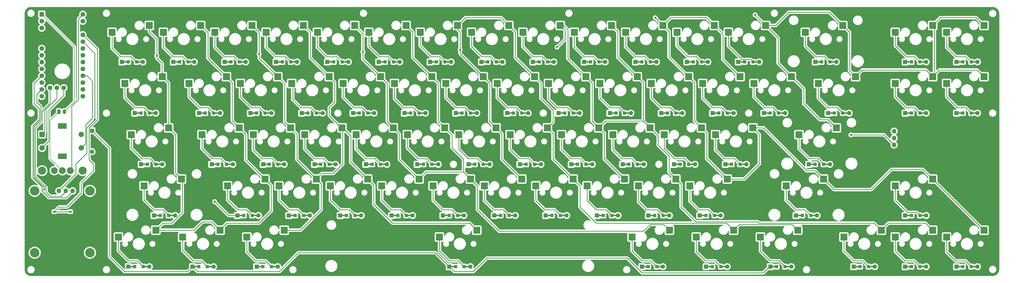
<source format=gbl>
G04 #@! TF.GenerationSoftware,KiCad,Pcbnew,8.0.7*
G04 #@! TF.CreationDate,2025-01-01T13:35:18+11:00*
G04 #@! TF.ProjectId,Mainpcb,4d61696e-7063-4622-9e6b-696361645f70,rev?*
G04 #@! TF.SameCoordinates,Original*
G04 #@! TF.FileFunction,Copper,L2,Bot*
G04 #@! TF.FilePolarity,Positive*
%FSLAX46Y46*%
G04 Gerber Fmt 4.6, Leading zero omitted, Abs format (unit mm)*
G04 Created by KiCad (PCBNEW 8.0.7) date 2025-01-01 13:35:18*
%MOMM*%
%LPD*%
G01*
G04 APERTURE LIST*
G04 Aperture macros list*
%AMRoundRect*
0 Rectangle with rounded corners*
0 $1 Rounding radius*
0 $2 $3 $4 $5 $6 $7 $8 $9 X,Y pos of 4 corners*
0 Add a 4 corners polygon primitive as box body*
4,1,4,$2,$3,$4,$5,$6,$7,$8,$9,$2,$3,0*
0 Add four circle primitives for the rounded corners*
1,1,$1+$1,$2,$3*
1,1,$1+$1,$4,$5*
1,1,$1+$1,$6,$7*
1,1,$1+$1,$8,$9*
0 Add four rect primitives between the rounded corners*
20,1,$1+$1,$2,$3,$4,$5,0*
20,1,$1+$1,$4,$5,$6,$7,0*
20,1,$1+$1,$6,$7,$8,$9,0*
20,1,$1+$1,$8,$9,$2,$3,0*%
G04 Aperture macros list end*
G04 #@! TA.AperFunction,SMDPad,CuDef*
%ADD10R,1.000000X0.750000*%
G04 #@! TD*
G04 #@! TA.AperFunction,ComponentPad*
%ADD11C,3.000000*%
G04 #@! TD*
G04 #@! TA.AperFunction,ComponentPad*
%ADD12C,2.500000*%
G04 #@! TD*
G04 #@! TA.AperFunction,ComponentPad*
%ADD13R,1.752600X1.752600*%
G04 #@! TD*
G04 #@! TA.AperFunction,ComponentPad*
%ADD14C,1.752600*%
G04 #@! TD*
G04 #@! TA.AperFunction,SMDPad,CuDef*
%ADD15R,2.550000X2.500000*%
G04 #@! TD*
G04 #@! TA.AperFunction,ComponentPad*
%ADD16R,1.600000X1.600000*%
G04 #@! TD*
G04 #@! TA.AperFunction,ComponentPad*
%ADD17C,1.600000*%
G04 #@! TD*
G04 #@! TA.AperFunction,ComponentPad*
%ADD18R,2.000000X2.000000*%
G04 #@! TD*
G04 #@! TA.AperFunction,ComponentPad*
%ADD19C,2.000000*%
G04 #@! TD*
G04 #@! TA.AperFunction,ComponentPad*
%ADD20R,3.200000X2.000000*%
G04 #@! TD*
G04 #@! TA.AperFunction,ComponentPad*
%ADD21RoundRect,0.250000X-0.350000X-0.625000X0.350000X-0.625000X0.350000X0.625000X-0.350000X0.625000X0*%
G04 #@! TD*
G04 #@! TA.AperFunction,ComponentPad*
%ADD22O,1.200000X1.750000*%
G04 #@! TD*
G04 #@! TA.AperFunction,ComponentPad*
%ADD23O,1.700000X1.700000*%
G04 #@! TD*
G04 #@! TA.AperFunction,ComponentPad*
%ADD24R,1.700000X1.700000*%
G04 #@! TD*
G04 #@! TA.AperFunction,ComponentPad*
%ADD25C,3.500000*%
G04 #@! TD*
G04 #@! TA.AperFunction,SMDPad,CuDef*
%ADD26R,2.500000X0.500000*%
G04 #@! TD*
G04 #@! TA.AperFunction,SMDPad,CuDef*
%ADD27R,1.200000X1.200000*%
G04 #@! TD*
G04 #@! TA.AperFunction,ViaPad*
%ADD28C,0.800000*%
G04 #@! TD*
G04 #@! TA.AperFunction,Conductor*
%ADD29C,0.250000*%
G04 #@! TD*
G04 #@! TA.AperFunction,Conductor*
%ADD30C,0.200000*%
G04 #@! TD*
G04 APERTURE END LIST*
D10*
X37000000Y-94250000D03*
X31000000Y-94250000D03*
X37000000Y-98000000D03*
X31000000Y-98000000D03*
D11*
X26500000Y-79000000D03*
X41500000Y-79000000D03*
D12*
X31000000Y-78950000D03*
X34000000Y-79000000D03*
X37000000Y-79000000D03*
D13*
X26380000Y-20760000D03*
D14*
X26380000Y-23300000D03*
X26380000Y-25840000D03*
X26380000Y-28380000D03*
X26380000Y-30920000D03*
X26380000Y-33460000D03*
X26380000Y-36000000D03*
X26380000Y-38540000D03*
X26380000Y-41080000D03*
X26380000Y-43620000D03*
X26380000Y-46160000D03*
X26380000Y-48700000D03*
X26380000Y-51240000D03*
X41620000Y-51240000D03*
X41620000Y-48700000D03*
X41620000Y-46160000D03*
X41620000Y-43620000D03*
X41620000Y-41080000D03*
X41620000Y-38540000D03*
X41620000Y-36000000D03*
X41620000Y-33460000D03*
X41620000Y-30920000D03*
X41620000Y-28380000D03*
X41620000Y-25840000D03*
X41620000Y-23300000D03*
X41620000Y-20760000D03*
X29460000Y-48145000D03*
X32000000Y-48145000D03*
X34540000Y-48145000D03*
D15*
X66290000Y-24920000D03*
X52440000Y-27460000D03*
D16*
X45000000Y-64100000D03*
D17*
X45000000Y-71900000D03*
D18*
X26500000Y-65500000D03*
D19*
X26500000Y-70500000D03*
X26500000Y-68000000D03*
D20*
X34000000Y-62400000D03*
X34000000Y-73600000D03*
D19*
X41000000Y-70500000D03*
X41000000Y-65500000D03*
D15*
X337750240Y-101120000D03*
X323900240Y-103660000D03*
X92482995Y-101120000D03*
X78632995Y-103660000D03*
X213928135Y-63020000D03*
X200078135Y-65560000D03*
X204402450Y-82070000D03*
X190552450Y-84610000D03*
X190114920Y-43970000D03*
X176264920Y-46510000D03*
X104390000Y-24920000D03*
X90540000Y-27460000D03*
X161540000Y-24920000D03*
X147690000Y-27460000D03*
X294890000Y-24920000D03*
X281040000Y-27460000D03*
X68671250Y-101120000D03*
X54821250Y-103660000D03*
X356801090Y-101120000D03*
X342951090Y-103660000D03*
X223452450Y-82070000D03*
X209602450Y-84610000D03*
X321083635Y-63020000D03*
X307233635Y-65560000D03*
X242502450Y-82070000D03*
X228652450Y-84610000D03*
X375852500Y-43970000D03*
X362002500Y-46510000D03*
X109152450Y-82070000D03*
X95302450Y-84610000D03*
X306793740Y-101120000D03*
X292943740Y-103660000D03*
X71052500Y-43970000D03*
X57202500Y-46510000D03*
X271078135Y-63020000D03*
X257228135Y-65560000D03*
X142490000Y-24920000D03*
X128640000Y-27460000D03*
X94864920Y-43970000D03*
X81014920Y-46510000D03*
X275840000Y-24920000D03*
X261990000Y-27460000D03*
X290128135Y-63020000D03*
X276278135Y-65560000D03*
X328227420Y-43970000D03*
X314377420Y-46510000D03*
X175828135Y-63020000D03*
X161978135Y-65560000D03*
X85340000Y-24920000D03*
X71490000Y-27460000D03*
D21*
X32730000Y-57050000D03*
D22*
X34730000Y-57050000D03*
D15*
X356801090Y-82070000D03*
X342951090Y-84610000D03*
X356802500Y-43970000D03*
X342952500Y-46510000D03*
X375852500Y-24920000D03*
X362002500Y-27460000D03*
X323465000Y-24920000D03*
X309615000Y-27460000D03*
X156778135Y-63020000D03*
X142928135Y-65560000D03*
X232978135Y-63020000D03*
X219128135Y-65560000D03*
X247264920Y-43970000D03*
X233414920Y-46510000D03*
X166302450Y-82070000D03*
X152452450Y-84610000D03*
X209164920Y-43970000D03*
X195314920Y-46510000D03*
X252028135Y-63020000D03*
X238178135Y-65560000D03*
X256790000Y-24920000D03*
X242940000Y-27460000D03*
X304414920Y-43970000D03*
X290564920Y-46510000D03*
X356802500Y-24920000D03*
X342952500Y-27460000D03*
X259169740Y-101120000D03*
X245319740Y-103660000D03*
X187731740Y-101120000D03*
X173881740Y-103660000D03*
X280602450Y-82070000D03*
X266752450Y-84610000D03*
X316320450Y-82070000D03*
X302470450Y-84610000D03*
X261552450Y-82070000D03*
X247702450Y-84610000D03*
X113914920Y-43970000D03*
X100064920Y-46510000D03*
X123440000Y-24920000D03*
X109590000Y-27460000D03*
X147252450Y-82070000D03*
X133402450Y-84610000D03*
X152014920Y-43970000D03*
X138164920Y-46510000D03*
X132964920Y-43970000D03*
X119114920Y-46510000D03*
X137728135Y-63020000D03*
X123878135Y-65560000D03*
X78196250Y-82070000D03*
X64346250Y-84610000D03*
X282981740Y-101120000D03*
X269131740Y-103660000D03*
X99628135Y-63020000D03*
X85778135Y-65560000D03*
X116294740Y-101120000D03*
X102444740Y-103660000D03*
D23*
X37810000Y-86500000D03*
X35270000Y-86500000D03*
X32730000Y-86500000D03*
D24*
X30190000Y-86500000D03*
D25*
X23750000Y-109500000D03*
X44250000Y-109500000D03*
X23750000Y-86500000D03*
X44250000Y-86500000D03*
D15*
X194878135Y-63020000D03*
X181028135Y-65560000D03*
X180590000Y-24920000D03*
X166740000Y-27460000D03*
X73433750Y-63020000D03*
X59583750Y-65560000D03*
X128202450Y-82070000D03*
X114352450Y-84610000D03*
X171064920Y-43970000D03*
X157214920Y-46510000D03*
X118678135Y-63020000D03*
X104828135Y-65560000D03*
X218690000Y-24920000D03*
X204840000Y-27460000D03*
X228214920Y-43970000D03*
X214364920Y-46510000D03*
X375851090Y-101120000D03*
X362001090Y-103660000D03*
X185352450Y-82070000D03*
X171502450Y-84610000D03*
X285364920Y-43970000D03*
X271514920Y-46510000D03*
X266314920Y-43970000D03*
X252464920Y-46510000D03*
D24*
X342537500Y-71910000D03*
D23*
X342537500Y-69370000D03*
X342537500Y-66830000D03*
X342537500Y-64290000D03*
D15*
X199640000Y-24920000D03*
X185790000Y-27460000D03*
X237740000Y-24920000D03*
X223890000Y-27460000D03*
D16*
X151350000Y-38500000D03*
D26*
X152550000Y-38500000D03*
D27*
X153675000Y-38500000D03*
X156825000Y-38500000D03*
D26*
X157950000Y-38500000D03*
D17*
X159150000Y-38500000D03*
D16*
X346612500Y-57550000D03*
D26*
X347812500Y-57550000D03*
D27*
X348937500Y-57550000D03*
X352087500Y-57550000D03*
D26*
X353212500Y-57550000D03*
D17*
X354412500Y-57550000D03*
D16*
X170400000Y-38500000D03*
D26*
X171600000Y-38500000D03*
D27*
X172725000Y-38500000D03*
X175875000Y-38500000D03*
D26*
X177000000Y-38500000D03*
D17*
X178200000Y-38500000D03*
D16*
X208500000Y-38500000D03*
D26*
X209700000Y-38500000D03*
D27*
X210825000Y-38500000D03*
X213975000Y-38500000D03*
D26*
X215100000Y-38500000D03*
D17*
X216300000Y-38500000D03*
D16*
X194212450Y-95650000D03*
D26*
X195412450Y-95650000D03*
D27*
X196537450Y-95650000D03*
X199687450Y-95650000D03*
D26*
X200812450Y-95650000D03*
D17*
X202012450Y-95650000D03*
D16*
X89438135Y-76600000D03*
D26*
X90638135Y-76600000D03*
D27*
X91763135Y-76600000D03*
X94913135Y-76600000D03*
D26*
X96038135Y-76600000D03*
D17*
X97238135Y-76600000D03*
D16*
X175162450Y-95650000D03*
D26*
X176362450Y-95650000D03*
D27*
X177487450Y-95650000D03*
X180637450Y-95650000D03*
D26*
X181762450Y-95650000D03*
D17*
X182962450Y-95650000D03*
D16*
X346611090Y-95650000D03*
D26*
X347811090Y-95650000D03*
D27*
X348936090Y-95650000D03*
X352086090Y-95650000D03*
D26*
X353211090Y-95650000D03*
D17*
X354411090Y-95650000D03*
D16*
X296604590Y-114700000D03*
D26*
X297804590Y-114700000D03*
D27*
X298929590Y-114700000D03*
X302079590Y-114700000D03*
D26*
X303204590Y-114700000D03*
D17*
X304404590Y-114700000D03*
D16*
X227550000Y-38500000D03*
D26*
X228750000Y-38500000D03*
D27*
X229875000Y-38500000D03*
X233025000Y-38500000D03*
D26*
X234150000Y-38500000D03*
D17*
X235350000Y-38500000D03*
D16*
X284700000Y-38500000D03*
D26*
X285900000Y-38500000D03*
D27*
X287025000Y-38500000D03*
X290175000Y-38500000D03*
D26*
X291300000Y-38500000D03*
D17*
X292500000Y-38500000D03*
D16*
X184688135Y-76600000D03*
D26*
X185888135Y-76600000D03*
D27*
X187013135Y-76600000D03*
X190163135Y-76600000D03*
D26*
X191288135Y-76600000D03*
D17*
X192488135Y-76600000D03*
D16*
X213262450Y-95650000D03*
D26*
X214462450Y-95650000D03*
D27*
X215587450Y-95650000D03*
X218737450Y-95650000D03*
D26*
X219862450Y-95650000D03*
D17*
X221062450Y-95650000D03*
D16*
X122774920Y-57550000D03*
D26*
X123974920Y-57550000D03*
D27*
X125099920Y-57550000D03*
X128249920Y-57550000D03*
D26*
X129374920Y-57550000D03*
D17*
X130574920Y-57550000D03*
D16*
X141824920Y-57550000D03*
D26*
X143024920Y-57550000D03*
D27*
X144149920Y-57550000D03*
X147299920Y-57550000D03*
D26*
X148424920Y-57550000D03*
D17*
X149624920Y-57550000D03*
D16*
X365661090Y-114700000D03*
D26*
X366861090Y-114700000D03*
D27*
X367986090Y-114700000D03*
X371136090Y-114700000D03*
D26*
X372261090Y-114700000D03*
D17*
X373461090Y-114700000D03*
D16*
X63243750Y-76600000D03*
D26*
X64443750Y-76600000D03*
D27*
X65568750Y-76600000D03*
X68718750Y-76600000D03*
D26*
X69843750Y-76600000D03*
D17*
X71043750Y-76600000D03*
D16*
X275174920Y-57550000D03*
D26*
X276374920Y-57550000D03*
D27*
X277499920Y-57550000D03*
X280649920Y-57550000D03*
D26*
X281774920Y-57550000D03*
D17*
X282974920Y-57550000D03*
D16*
X177541590Y-114700000D03*
D26*
X178741590Y-114700000D03*
D27*
X179866590Y-114700000D03*
X183016590Y-114700000D03*
D26*
X184141590Y-114700000D03*
D17*
X185341590Y-114700000D03*
D16*
X56100000Y-38500000D03*
D26*
X57300000Y-38500000D03*
D27*
X58425000Y-38500000D03*
X61575000Y-38500000D03*
D26*
X62700000Y-38500000D03*
D17*
X63900000Y-38500000D03*
D16*
X294224920Y-57550000D03*
D26*
X295424920Y-57550000D03*
D27*
X296549920Y-57550000D03*
X299699920Y-57550000D03*
D26*
X300824920Y-57550000D03*
D17*
X302024920Y-57550000D03*
D16*
X365662500Y-38500000D03*
D26*
X366862500Y-38500000D03*
D27*
X367987500Y-38500000D03*
X371137500Y-38500000D03*
D26*
X372262500Y-38500000D03*
D17*
X373462500Y-38500000D03*
D16*
X232312450Y-95650000D03*
D26*
X233512450Y-95650000D03*
D27*
X234637450Y-95650000D03*
X237787450Y-95650000D03*
D26*
X238912450Y-95650000D03*
D17*
X240112450Y-95650000D03*
D16*
X248979590Y-114700000D03*
D26*
X250179590Y-114700000D03*
D27*
X251304590Y-114700000D03*
X254454590Y-114700000D03*
D26*
X255579590Y-114700000D03*
D17*
X256779590Y-114700000D03*
D16*
X265650000Y-38500000D03*
D26*
X266850000Y-38500000D03*
D27*
X267975000Y-38500000D03*
X271125000Y-38500000D03*
D26*
X272250000Y-38500000D03*
D17*
X273450000Y-38500000D03*
D16*
X160874920Y-57550000D03*
D26*
X162074920Y-57550000D03*
D27*
X163199920Y-57550000D03*
X166349920Y-57550000D03*
D26*
X167474920Y-57550000D03*
D17*
X168674920Y-57550000D03*
D16*
X270412450Y-95650000D03*
D26*
X271612450Y-95650000D03*
D27*
X272737450Y-95650000D03*
X275887450Y-95650000D03*
D26*
X277012450Y-95650000D03*
D17*
X278212450Y-95650000D03*
D16*
X260888135Y-76600000D03*
D26*
X262088135Y-76600000D03*
D27*
X263213135Y-76600000D03*
X266363135Y-76600000D03*
D26*
X267488135Y-76600000D03*
D17*
X268688135Y-76600000D03*
D16*
X310893635Y-76600000D03*
D26*
X312093635Y-76600000D03*
D27*
X313218635Y-76600000D03*
X316368635Y-76600000D03*
D26*
X317493635Y-76600000D03*
D17*
X318693635Y-76600000D03*
D16*
X203738135Y-76600000D03*
D26*
X204938135Y-76600000D03*
D27*
X206063135Y-76600000D03*
X209213135Y-76600000D03*
D26*
X210338135Y-76600000D03*
D17*
X211538135Y-76600000D03*
D16*
X246600000Y-38500000D03*
D26*
X247800000Y-38500000D03*
D27*
X248925000Y-38500000D03*
X252075000Y-38500000D03*
D26*
X253200000Y-38500000D03*
D17*
X254400000Y-38500000D03*
D16*
X58481250Y-114700000D03*
D26*
X59681250Y-114700000D03*
D27*
X60806250Y-114700000D03*
X63956250Y-114700000D03*
D26*
X65081250Y-114700000D03*
D17*
X66281250Y-114700000D03*
D16*
X218024920Y-57550000D03*
D26*
X219224920Y-57550000D03*
D27*
X220349920Y-57550000D03*
X223499920Y-57550000D03*
D26*
X224624920Y-57550000D03*
D17*
X225824920Y-57550000D03*
D16*
X306130450Y-95650000D03*
D26*
X307330450Y-95650000D03*
D27*
X308455450Y-95650000D03*
X311605450Y-95650000D03*
D26*
X312730450Y-95650000D03*
D17*
X313930450Y-95650000D03*
D16*
X82292995Y-114700000D03*
D26*
X83492995Y-114700000D03*
D27*
X84617995Y-114700000D03*
X87767995Y-114700000D03*
D26*
X88892995Y-114700000D03*
D17*
X90092995Y-114700000D03*
D16*
X75150000Y-38500000D03*
D26*
X76350000Y-38500000D03*
D27*
X77475000Y-38500000D03*
X80625000Y-38500000D03*
D26*
X81750000Y-38500000D03*
D17*
X82950000Y-38500000D03*
D16*
X346611090Y-114700000D03*
D26*
X347811090Y-114700000D03*
D27*
X348936090Y-114700000D03*
X352086090Y-114700000D03*
D26*
X353211090Y-114700000D03*
D17*
X354411090Y-114700000D03*
D16*
X118012450Y-95650000D03*
D26*
X119212450Y-95650000D03*
D27*
X120337450Y-95650000D03*
X123487450Y-95650000D03*
D26*
X124612450Y-95650000D03*
D17*
X125812450Y-95650000D03*
D16*
X113250000Y-38500000D03*
D26*
X114450000Y-38500000D03*
D27*
X115575000Y-38500000D03*
X118725000Y-38500000D03*
D26*
X119850000Y-38500000D03*
D17*
X121050000Y-38500000D03*
D16*
X327561090Y-114700000D03*
D26*
X328761090Y-114700000D03*
D27*
X329886090Y-114700000D03*
X333036090Y-114700000D03*
D26*
X334161090Y-114700000D03*
D17*
X335361090Y-114700000D03*
D16*
X106104740Y-114700000D03*
D26*
X107304740Y-114700000D03*
D27*
X108429740Y-114700000D03*
X111579740Y-114700000D03*
D26*
X112704740Y-114700000D03*
D17*
X113904740Y-114700000D03*
D16*
X222788135Y-76600000D03*
D26*
X223988135Y-76600000D03*
D27*
X225113135Y-76600000D03*
X228263135Y-76600000D03*
D26*
X229388135Y-76600000D03*
D17*
X230588135Y-76600000D03*
D16*
X179924920Y-57550000D03*
D26*
X181124920Y-57550000D03*
D27*
X182249920Y-57550000D03*
X185399920Y-57550000D03*
D26*
X186524920Y-57550000D03*
D17*
X187724920Y-57550000D03*
D16*
X251362450Y-95650000D03*
D26*
X252562450Y-95650000D03*
D27*
X253687450Y-95650000D03*
X256837450Y-95650000D03*
D26*
X257962450Y-95650000D03*
D17*
X259162450Y-95650000D03*
D16*
X60862500Y-57550000D03*
D26*
X62062500Y-57550000D03*
D27*
X63187500Y-57550000D03*
X66337500Y-57550000D03*
D26*
X67462500Y-57550000D03*
D17*
X68662500Y-57550000D03*
D16*
X279938135Y-76600000D03*
D26*
X281138135Y-76600000D03*
D27*
X282263135Y-76600000D03*
X285413135Y-76600000D03*
D26*
X286538135Y-76600000D03*
D17*
X287738135Y-76600000D03*
D16*
X198974920Y-57550000D03*
D26*
X200174920Y-57550000D03*
D27*
X201299920Y-57550000D03*
X204449920Y-57550000D03*
D26*
X205574920Y-57550000D03*
D17*
X206774920Y-57550000D03*
D16*
X132300000Y-38500000D03*
D26*
X133500000Y-38500000D03*
D27*
X134625000Y-38500000D03*
X137775000Y-38500000D03*
D26*
X138900000Y-38500000D03*
D17*
X140100000Y-38500000D03*
D16*
X237074920Y-57550000D03*
D26*
X238274920Y-57550000D03*
D27*
X239399920Y-57550000D03*
X242549920Y-57550000D03*
D26*
X243674920Y-57550000D03*
D17*
X244874920Y-57550000D03*
D16*
X108488135Y-76600000D03*
D26*
X109688135Y-76600000D03*
D27*
X110813135Y-76600000D03*
X113963135Y-76600000D03*
D26*
X115088135Y-76600000D03*
D17*
X116288135Y-76600000D03*
D16*
X103724920Y-57550000D03*
D26*
X104924920Y-57550000D03*
D27*
X106049920Y-57550000D03*
X109199920Y-57550000D03*
D26*
X110324920Y-57550000D03*
D17*
X111524920Y-57550000D03*
D16*
X272791590Y-114700000D03*
D26*
X273991590Y-114700000D03*
D27*
X275116590Y-114700000D03*
X278266590Y-114700000D03*
D26*
X279391590Y-114700000D03*
D17*
X280591590Y-114700000D03*
D16*
X313275000Y-38500000D03*
D26*
X314475000Y-38500000D03*
D27*
X315600000Y-38500000D03*
X318750000Y-38500000D03*
D26*
X319875000Y-38500000D03*
D17*
X321075000Y-38500000D03*
D16*
X165638135Y-76600000D03*
D26*
X166838135Y-76600000D03*
D27*
X167963135Y-76600000D03*
X171113135Y-76600000D03*
D26*
X172238135Y-76600000D03*
D17*
X173438135Y-76600000D03*
D16*
X318037420Y-57550000D03*
D26*
X319237420Y-57550000D03*
D27*
X320362420Y-57550000D03*
X323512420Y-57550000D03*
D26*
X324637420Y-57550000D03*
D17*
X325837420Y-57550000D03*
D16*
X189450000Y-38500000D03*
D26*
X190650000Y-38500000D03*
D27*
X191775000Y-38500000D03*
X194925000Y-38500000D03*
D26*
X196050000Y-38500000D03*
D17*
X197250000Y-38500000D03*
D16*
X127538135Y-76600000D03*
D26*
X128738135Y-76600000D03*
D27*
X129863135Y-76600000D03*
X133013135Y-76600000D03*
D26*
X134138135Y-76600000D03*
D17*
X135338135Y-76600000D03*
D16*
X156112450Y-95650000D03*
D26*
X157312450Y-95650000D03*
D27*
X158437450Y-95650000D03*
X161587450Y-95650000D03*
D26*
X162712450Y-95650000D03*
D17*
X163912450Y-95650000D03*
D16*
X98962450Y-95650000D03*
D26*
X100162450Y-95650000D03*
D27*
X101287450Y-95650000D03*
X104437450Y-95650000D03*
D26*
X105562450Y-95650000D03*
D17*
X106762450Y-95650000D03*
D16*
X241838135Y-76600000D03*
D26*
X243038135Y-76600000D03*
D27*
X244163135Y-76600000D03*
X247313135Y-76600000D03*
D26*
X248438135Y-76600000D03*
D17*
X249638135Y-76600000D03*
D16*
X68006250Y-95650000D03*
D26*
X69206250Y-95650000D03*
D27*
X70331250Y-95650000D03*
X73481250Y-95650000D03*
D26*
X74606250Y-95650000D03*
D17*
X75806250Y-95650000D03*
D16*
X256124920Y-57550000D03*
D26*
X257324920Y-57550000D03*
D27*
X258449920Y-57550000D03*
X261599920Y-57550000D03*
D26*
X262724920Y-57550000D03*
D17*
X263924920Y-57550000D03*
D16*
X146588135Y-76600000D03*
D26*
X147788135Y-76600000D03*
D27*
X148913135Y-76600000D03*
X152063135Y-76600000D03*
D26*
X153188135Y-76600000D03*
D17*
X154388135Y-76600000D03*
D16*
X365662500Y-57550000D03*
D26*
X366862500Y-57550000D03*
D27*
X367987500Y-57550000D03*
X371137500Y-57550000D03*
D26*
X372262500Y-57550000D03*
D17*
X373462500Y-57550000D03*
D16*
X94200000Y-38500000D03*
D26*
X95400000Y-38500000D03*
D27*
X96525000Y-38500000D03*
X99675000Y-38500000D03*
D26*
X100800000Y-38500000D03*
D17*
X102000000Y-38500000D03*
D16*
X84674920Y-57550000D03*
D26*
X85874920Y-57550000D03*
D27*
X86999920Y-57550000D03*
X90149920Y-57550000D03*
D26*
X91274920Y-57550000D03*
D17*
X92474920Y-57550000D03*
D16*
X137062450Y-95650000D03*
D26*
X138262450Y-95650000D03*
D27*
X139387450Y-95650000D03*
X142537450Y-95650000D03*
D26*
X143662450Y-95650000D03*
D17*
X144862450Y-95650000D03*
D16*
X346612500Y-38500000D03*
D26*
X347812500Y-38500000D03*
D27*
X348937500Y-38500000D03*
X352087500Y-38500000D03*
D26*
X353212500Y-38500000D03*
D17*
X354412500Y-38500000D03*
D28*
X69035000Y-36225000D03*
X107000000Y-35500000D03*
X145500000Y-34725000D03*
X181545000Y-34000000D03*
X217500000Y-33000000D03*
X253935000Y-22065000D03*
X90500000Y-90500000D03*
X27225000Y-85987347D03*
X290970000Y-21000000D03*
X45987347Y-59987347D03*
X326500000Y-65655000D03*
D29*
X31000000Y-94250000D02*
X37000000Y-94250000D01*
X47000000Y-33760000D02*
X41620000Y-28380000D01*
X47000000Y-60000000D02*
X47000000Y-33760000D01*
X43875000Y-63125000D02*
X47000000Y-60000000D01*
X43875000Y-74875000D02*
X43875000Y-63125000D01*
X45500000Y-79000000D02*
X45500000Y-76500000D01*
X45500000Y-76500000D02*
X43875000Y-74875000D01*
X41000000Y-87275000D02*
X41000000Y-83500000D01*
X35775000Y-92500000D02*
X41000000Y-87275000D01*
X31000000Y-94250000D02*
X32750000Y-92500000D01*
X41000000Y-83500000D02*
X45500000Y-79000000D01*
X31000000Y-94500000D02*
X31000000Y-94250000D01*
X32750000Y-92500000D02*
X35775000Y-92500000D01*
X294000000Y-117000000D02*
X296500000Y-114500000D01*
X243529590Y-111500000D02*
X249029590Y-117000000D01*
X249029590Y-117000000D02*
X294000000Y-117000000D01*
X191500000Y-111500000D02*
X243529590Y-111500000D01*
X186500000Y-116500000D02*
X191500000Y-111500000D01*
X179341590Y-116500000D02*
X186500000Y-116500000D01*
X177541590Y-114700000D02*
X179341590Y-116500000D01*
X33500000Y-88500000D02*
X35270000Y-86730000D01*
X29500000Y-88500000D02*
X33500000Y-88500000D01*
X24000000Y-81283836D02*
X28000000Y-85283836D01*
X26500000Y-56863604D02*
X26500000Y-60500000D01*
X26500000Y-60500000D02*
X24000000Y-63000000D01*
X29460000Y-53903604D02*
X26500000Y-56863604D01*
X24000000Y-63000000D02*
X24000000Y-81283836D01*
X29460000Y-48145000D02*
X29460000Y-53903604D01*
X28000000Y-87000000D02*
X29500000Y-88500000D01*
X28000000Y-85283836D02*
X28000000Y-87000000D01*
X43050000Y-72450000D02*
X39000000Y-76500000D01*
X39000000Y-80230000D02*
X32730000Y-86500000D01*
X43050000Y-62950000D02*
X43050000Y-72450000D01*
X46000000Y-60000000D02*
X43050000Y-62950000D01*
X39000000Y-76500000D02*
X39000000Y-80230000D01*
X24500000Y-53500000D02*
X24500000Y-50580000D01*
X26000000Y-55000000D02*
X24500000Y-53500000D01*
X23500000Y-62500000D02*
X26000000Y-60000000D01*
X23500000Y-81466842D02*
X23500000Y-62500000D01*
X27225000Y-85191842D02*
X23500000Y-81466842D01*
X26000000Y-60000000D02*
X26000000Y-55000000D01*
X27225000Y-85987347D02*
X27225000Y-85191842D01*
X24500000Y-50580000D02*
X26380000Y-48700000D01*
X35500000Y-89000000D02*
X37810000Y-86690000D01*
X29000000Y-89000000D02*
X35500000Y-89000000D01*
X26500000Y-86500000D02*
X29000000Y-89000000D01*
X26500000Y-85000000D02*
X26500000Y-86500000D01*
X23050000Y-62313604D02*
X23050000Y-81550000D01*
X25500000Y-59863604D02*
X23050000Y-62313604D01*
X23500000Y-54000000D02*
X25500000Y-56000000D01*
X25500000Y-56000000D02*
X25500000Y-59863604D01*
X23500000Y-46500000D02*
X23500000Y-54000000D01*
X23050000Y-81550000D02*
X26500000Y-85000000D01*
X26380000Y-43620000D02*
X23500000Y-46500000D01*
X99628135Y-63020000D02*
X102000000Y-65391865D01*
X86000000Y-98000000D02*
X89362995Y-98000000D01*
X73433750Y-46351250D02*
X71052500Y-43970000D01*
X78500000Y-82373750D02*
X78196250Y-82070000D01*
X71291250Y-98500000D02*
X74547241Y-98500000D01*
X68671250Y-101120000D02*
X71291250Y-98500000D01*
X78500000Y-94547241D02*
X78500000Y-82373750D01*
X94864920Y-43970000D02*
X97000000Y-46105080D01*
X92482995Y-101120000D02*
X92482995Y-101017005D01*
X88000000Y-37105080D02*
X94864920Y-43970000D01*
X76000000Y-79873750D02*
X76000000Y-65586250D01*
X69035000Y-30035000D02*
X66290000Y-27290000D01*
X82880000Y-101120000D02*
X86000000Y-98000000D01*
X97000000Y-46105080D02*
X97000000Y-60391865D01*
X102000000Y-74917550D02*
X109152450Y-82070000D01*
X76000000Y-65586250D02*
X73433750Y-63020000D01*
X85340000Y-24920000D02*
X88000000Y-27580000D01*
X78196250Y-82070000D02*
X76000000Y-79873750D01*
X71000000Y-39000000D02*
X69035000Y-37035000D01*
X89362995Y-98000000D02*
X92482995Y-101120000D01*
X71052500Y-43970000D02*
X71000000Y-43917500D01*
X95000000Y-98500000D02*
X107000000Y-98500000D01*
X111500000Y-84417550D02*
X109152450Y-82070000D01*
X97000000Y-60391865D02*
X99628135Y-63020000D01*
X66290000Y-27290000D02*
X66290000Y-24920000D01*
X107000000Y-98500000D02*
X111500000Y-94000000D01*
X74547241Y-98500000D02*
X78500000Y-94547241D01*
X71000000Y-43917500D02*
X71000000Y-39000000D01*
X92482995Y-101017005D02*
X95000000Y-98500000D01*
X88000000Y-27580000D02*
X88000000Y-37105080D01*
X102000000Y-65391865D02*
X102000000Y-74917550D01*
X69035000Y-37035000D02*
X69035000Y-30035000D01*
X111500000Y-94000000D02*
X111500000Y-84417550D01*
X68671250Y-101120000D02*
X82880000Y-101120000D01*
X73433750Y-63020000D02*
X73433750Y-46351250D01*
X138000000Y-76500000D02*
X138000000Y-63291865D01*
X147252450Y-82070000D02*
X149500000Y-84317550D01*
X141000000Y-75817550D02*
X147252450Y-82070000D01*
X133000000Y-58500000D02*
X133000000Y-55500000D01*
X185111740Y-98500000D02*
X187731740Y-101120000D01*
X126000000Y-27480000D02*
X123440000Y-24920000D01*
X113914920Y-43970000D02*
X113970000Y-43970000D01*
X130000000Y-83867550D02*
X130000000Y-93500000D01*
X128202450Y-82070000D02*
X130272450Y-80000000D01*
X130272450Y-80000000D02*
X134500000Y-80000000D01*
X104390000Y-24920000D02*
X107000000Y-27530000D01*
X107000000Y-27530000D02*
X107000000Y-37055080D01*
X137728135Y-63020000D02*
X138020000Y-63020000D01*
X122380000Y-101120000D02*
X116294740Y-101120000D01*
X121000000Y-74867550D02*
X128202450Y-82070000D01*
X138020000Y-63020000D02*
X141000000Y-66000000D01*
X135000000Y-53500000D02*
X135000000Y-46005080D01*
X107000000Y-37055080D02*
X113914920Y-43970000D01*
X116500000Y-46500000D02*
X116500000Y-60841865D01*
X132964920Y-43970000D02*
X126000000Y-37005080D01*
X133000000Y-55500000D02*
X135000000Y-53500000D01*
X137728135Y-63020000D02*
X137520000Y-63020000D01*
X134500000Y-80000000D02*
X138000000Y-76500000D01*
X141000000Y-66000000D02*
X141000000Y-75817550D01*
X149500000Y-91500000D02*
X156500000Y-98500000D01*
X156500000Y-98500000D02*
X185111740Y-98500000D01*
X149500000Y-84317550D02*
X149500000Y-91500000D01*
X130000000Y-93500000D02*
X122380000Y-101120000D01*
X128202450Y-82070000D02*
X130000000Y-83867550D01*
X121000000Y-65341865D02*
X121000000Y-74867550D01*
X118678135Y-63020000D02*
X121000000Y-65341865D01*
X113970000Y-43970000D02*
X116500000Y-46500000D01*
X135000000Y-46005080D02*
X132964920Y-43970000D01*
X137520000Y-63020000D02*
X133000000Y-58500000D01*
X126000000Y-37005080D02*
X126000000Y-27480000D01*
X116500000Y-60841865D02*
X118678135Y-63020000D01*
X138000000Y-63291865D02*
X137728135Y-63020000D01*
X173500000Y-60691865D02*
X175828135Y-63020000D01*
X156778135Y-63020000D02*
X159000000Y-65241865D01*
X145500000Y-37455080D02*
X152014920Y-43970000D01*
X178500000Y-65691865D02*
X178500000Y-70374090D01*
X43120000Y-43620000D02*
X41620000Y-43620000D01*
X161540000Y-24920000D02*
X164000000Y-27380000D01*
X42600000Y-68900000D02*
X42600000Y-61900000D01*
X41000000Y-70500000D02*
X42600000Y-68900000D01*
X42600000Y-61900000D02*
X45050000Y-59450000D01*
X188000000Y-93500000D02*
X196000000Y-101500000D01*
X257049740Y-99000000D02*
X259169740Y-101120000D01*
X142490000Y-24990000D02*
X145500000Y-28000000D01*
X159000000Y-74767550D02*
X166302450Y-82070000D01*
X164000000Y-36905080D02*
X171064920Y-43970000D01*
X178500000Y-70374090D02*
X182782450Y-74656540D01*
X171064920Y-43970000D02*
X171064920Y-44017460D01*
X252000000Y-99000000D02*
X257049740Y-99000000D01*
X142490000Y-24920000D02*
X142490000Y-24990000D01*
X45050000Y-59450000D02*
X45050000Y-45550000D01*
X171064920Y-44017460D02*
X173500000Y-46452540D01*
X166302450Y-82070000D02*
X168872450Y-79500000D01*
X159000000Y-65241865D02*
X159000000Y-74767550D01*
X182782450Y-79500000D02*
X185352450Y-82070000D01*
X182782450Y-74656540D02*
X182782450Y-79500000D01*
X142490000Y-24920000D02*
X142910000Y-24500000D01*
X154500000Y-60741865D02*
X156778135Y-63020000D01*
X185352450Y-82070000D02*
X188000000Y-84717550D01*
X152014920Y-43970000D02*
X154500000Y-46455080D01*
X196000000Y-101500000D02*
X249500000Y-101500000D01*
X45050000Y-45550000D02*
X43120000Y-43620000D01*
X164000000Y-27380000D02*
X164000000Y-36905080D01*
X168872450Y-79500000D02*
X182782450Y-79500000D01*
X154500000Y-46455080D02*
X154500000Y-60741865D01*
X175828135Y-63020000D02*
X178500000Y-65691865D01*
X188000000Y-84717550D02*
X188000000Y-93500000D01*
X145500000Y-28000000D02*
X145500000Y-37455080D01*
X249500000Y-101500000D02*
X252000000Y-99000000D01*
X173500000Y-46452540D02*
X173500000Y-60691865D01*
X197000000Y-65141865D02*
X197000000Y-74667550D01*
X216000000Y-56500000D02*
X216000000Y-60948135D01*
X304673740Y-99000000D02*
X306793740Y-101120000D01*
X196720000Y-22000000D02*
X199640000Y-24920000D01*
X180590000Y-26420000D02*
X180590000Y-24920000D01*
X183510000Y-22000000D02*
X196720000Y-22000000D01*
X181545000Y-34000000D02*
X181545000Y-27375000D01*
X209164920Y-43970000D02*
X211500000Y-46305080D01*
X211500000Y-52000000D02*
X216000000Y-56500000D01*
X190114920Y-43970000D02*
X192500000Y-46355080D01*
X232000000Y-98500000D02*
X226000000Y-92500000D01*
X197000000Y-74667550D02*
X204402450Y-82070000D01*
X216000000Y-65091865D02*
X216000000Y-74617550D01*
X285101740Y-99000000D02*
X304673740Y-99000000D01*
X216000000Y-60948135D02*
X213928135Y-63020000D01*
X202000000Y-27280000D02*
X202000000Y-36805080D01*
X202000000Y-36805080D02*
X209164920Y-43970000D01*
X180590000Y-24920000D02*
X183510000Y-22000000D01*
X213928135Y-63020000D02*
X216000000Y-65091865D01*
X192500000Y-60641865D02*
X194878135Y-63020000D01*
X280361740Y-98500000D02*
X232000000Y-98500000D01*
X199640000Y-24920000D02*
X202000000Y-27280000D01*
X282981740Y-101120000D02*
X280361740Y-98500000D01*
X216000000Y-74617550D02*
X223452450Y-82070000D01*
X226000000Y-84617550D02*
X223452450Y-82070000D01*
X211500000Y-46305080D02*
X211500000Y-52000000D01*
X194878135Y-63020000D02*
X197000000Y-65141865D01*
X181545000Y-34000000D02*
X181545000Y-35400080D01*
X282981740Y-101120000D02*
X285101740Y-99000000D01*
X192500000Y-46355080D02*
X192500000Y-60641865D01*
X181545000Y-27375000D02*
X180590000Y-26420000D01*
X226000000Y-92500000D02*
X226000000Y-84617550D01*
X181545000Y-35400080D02*
X190114920Y-43970000D01*
X263500000Y-92500000D02*
X269000000Y-98000000D01*
X232978135Y-62978135D02*
X232978135Y-63020000D01*
X340370240Y-98500000D02*
X354181090Y-98500000D01*
X247264920Y-43970000D02*
X249500000Y-46205080D01*
X235000000Y-65041865D02*
X235000000Y-74567550D01*
X217500000Y-33000000D02*
X220500000Y-30000000D01*
X354181090Y-98500000D02*
X356801090Y-101120000D01*
X263500000Y-84017550D02*
X263500000Y-92500000D01*
X335130240Y-98500000D02*
X337750240Y-101120000D01*
X240000000Y-36705080D02*
X247264920Y-43970000D01*
X220500000Y-26730000D02*
X218690000Y-24920000D01*
X269000000Y-98000000D02*
X292000000Y-98000000D01*
X337750240Y-101120000D02*
X340370240Y-98500000D01*
X221500000Y-37255080D02*
X228214920Y-43970000D01*
X252028135Y-63020000D02*
X252028135Y-63028135D01*
X249508135Y-60500000D02*
X252028135Y-63020000D01*
X235000000Y-74567550D02*
X242502450Y-82070000D01*
X218690000Y-24920000D02*
X219920000Y-24920000D01*
X261552450Y-82070000D02*
X263500000Y-84017550D01*
X235498135Y-60500000D02*
X249508135Y-60500000D01*
X240000000Y-27180000D02*
X240000000Y-36705080D01*
X219920000Y-24920000D02*
X221500000Y-26500000D01*
X221500000Y-26500000D02*
X221500000Y-37255080D01*
X252028135Y-63028135D02*
X255000000Y-66000000D01*
X292500000Y-98500000D02*
X335130240Y-98500000D01*
X292000000Y-98000000D02*
X292500000Y-98500000D01*
X232978135Y-63020000D02*
X235498135Y-60500000D01*
X255000000Y-69500000D02*
X259000000Y-73500000D01*
X230500000Y-46255080D02*
X230500000Y-60500000D01*
X220500000Y-30000000D02*
X220500000Y-26730000D01*
X249500000Y-60491865D02*
X252028135Y-63020000D01*
X259000000Y-79517550D02*
X261552450Y-82070000D01*
X259000000Y-73500000D02*
X259000000Y-79517550D01*
X232978135Y-63020000D02*
X235000000Y-65041865D01*
X230500000Y-60500000D02*
X232978135Y-62978135D01*
X237740000Y-24920000D02*
X240000000Y-27180000D01*
X228214920Y-43970000D02*
X230500000Y-46255080D01*
X249500000Y-46205080D02*
X249500000Y-60491865D01*
X255000000Y-66000000D02*
X255000000Y-69500000D01*
X316320450Y-82070000D02*
X320250450Y-86000000D01*
X271020000Y-63020000D02*
X271078135Y-63020000D01*
X334000000Y-86000000D02*
X341500000Y-78500000D01*
X272920000Y-22000000D02*
X275840000Y-24920000D01*
X268500000Y-46155080D02*
X268500000Y-60500000D01*
X313250450Y-79000000D02*
X316320450Y-82070000D01*
X294107500Y-63020000D02*
X310087500Y-79000000D01*
X292500000Y-76500000D02*
X292500000Y-65391865D01*
X310087500Y-79000000D02*
X313250450Y-79000000D01*
X292500000Y-65391865D02*
X290128135Y-63020000D01*
X275920000Y-24920000D02*
X279000000Y-28000000D01*
X356801090Y-82070000D02*
X375851090Y-101120000D01*
X256790000Y-24920000D02*
X259000000Y-27130000D01*
X285364920Y-43970000D02*
X285380820Y-43985900D01*
X320250450Y-86000000D02*
X334000000Y-86000000D01*
X256790000Y-24920000D02*
X259710000Y-22000000D01*
X259000000Y-36655080D02*
X266314920Y-43970000D01*
X253935000Y-22065000D02*
X256790000Y-24920000D01*
X273000000Y-74467550D02*
X280602450Y-82070000D01*
X279000000Y-28000000D02*
X279000000Y-37605080D01*
X275840000Y-24920000D02*
X275920000Y-24920000D01*
X259710000Y-22000000D02*
X272920000Y-22000000D01*
X353231090Y-78500000D02*
X356801090Y-82070000D01*
X290128135Y-63020000D02*
X294107500Y-63020000D01*
X280602450Y-82070000D02*
X286930000Y-82070000D01*
X279000000Y-37605080D02*
X285364920Y-43970000D01*
X273000000Y-64941865D02*
X273000000Y-74467550D01*
X268500000Y-60500000D02*
X271020000Y-63020000D01*
X259000000Y-27130000D02*
X259000000Y-36655080D01*
X290128135Y-62871865D02*
X290128135Y-63020000D01*
X266314920Y-43970000D02*
X268500000Y-46155080D01*
X341500000Y-78500000D02*
X353231090Y-78500000D01*
X271078135Y-63020000D02*
X273000000Y-64941865D01*
X286930000Y-82070000D02*
X292500000Y-76500000D01*
X52440000Y-33440000D02*
X55500000Y-36500000D01*
X52440000Y-27460000D02*
X52440000Y-33440000D01*
X59500000Y-36500000D02*
X61500000Y-38500000D01*
X55500000Y-36500000D02*
X59500000Y-36500000D01*
X61500000Y-38500000D02*
X61575000Y-38500000D01*
X71490000Y-32990000D02*
X75000000Y-36500000D01*
X75000000Y-36500000D02*
X78625000Y-36500000D01*
X71490000Y-27460000D02*
X71490000Y-32990000D01*
X78625000Y-36500000D02*
X80625000Y-38500000D01*
X90540000Y-27460000D02*
X90540000Y-33040000D01*
X94000000Y-36500000D02*
X97675000Y-36500000D01*
X97675000Y-36500000D02*
X99675000Y-38500000D01*
X90540000Y-33040000D02*
X94000000Y-36500000D01*
X109590000Y-33090000D02*
X113000000Y-36500000D01*
X109590000Y-27460000D02*
X109590000Y-33090000D01*
X116725000Y-36500000D02*
X118725000Y-38500000D01*
X113000000Y-36500000D02*
X116725000Y-36500000D01*
X128640000Y-27460000D02*
X128640000Y-33140000D01*
X135775000Y-36500000D02*
X137775000Y-38500000D01*
X132000000Y-36500000D02*
X135775000Y-36500000D01*
X128640000Y-33140000D02*
X132000000Y-36500000D01*
X147690000Y-32690000D02*
X151500000Y-36500000D01*
X151500000Y-36500000D02*
X154825000Y-36500000D01*
X154825000Y-36500000D02*
X156825000Y-38500000D01*
X147690000Y-27460000D02*
X147690000Y-32690000D01*
X166740000Y-32490000D02*
X170750000Y-36500000D01*
X166740000Y-27460000D02*
X166740000Y-32490000D01*
X170750000Y-36500000D02*
X173875000Y-36500000D01*
X173875000Y-36500000D02*
X175875000Y-38500000D01*
X185790000Y-27460000D02*
X185790000Y-32790000D01*
X185790000Y-32790000D02*
X189500000Y-36500000D01*
X192925000Y-36500000D02*
X194925000Y-38500000D01*
X189500000Y-36500000D02*
X192925000Y-36500000D01*
X204840000Y-32840000D02*
X208500000Y-36500000D01*
X204840000Y-27460000D02*
X204840000Y-32840000D01*
X208500000Y-36500000D02*
X211975000Y-36500000D01*
X211975000Y-36500000D02*
X213975000Y-38500000D01*
X223890000Y-27460000D02*
X223890000Y-32890000D01*
X227500000Y-36500000D02*
X231025000Y-36500000D01*
X223890000Y-32890000D02*
X227500000Y-36500000D01*
X231025000Y-36500000D02*
X233025000Y-38500000D01*
X246500000Y-36500000D02*
X250075000Y-36500000D01*
X250075000Y-36500000D02*
X252075000Y-38500000D01*
X242940000Y-27460000D02*
X242940000Y-32940000D01*
X242940000Y-32940000D02*
X246500000Y-36500000D01*
X269125000Y-36500000D02*
X271125000Y-38500000D01*
X261990000Y-32490000D02*
X266000000Y-36500000D01*
X266000000Y-36500000D02*
X269125000Y-36500000D01*
X261990000Y-27460000D02*
X261990000Y-32490000D01*
X61000000Y-55500000D02*
X64287500Y-55500000D01*
X57202500Y-51702500D02*
X61000000Y-55500000D01*
X57202500Y-46510000D02*
X57202500Y-51702500D01*
X64287500Y-55500000D02*
X66337500Y-57550000D01*
X85000000Y-55500000D02*
X88099920Y-55500000D01*
X81014920Y-51514920D02*
X85000000Y-55500000D01*
X81014920Y-46510000D02*
X81014920Y-51514920D01*
X88099920Y-55500000D02*
X90149920Y-57550000D01*
X107149920Y-55500000D02*
X109199920Y-57550000D01*
X104000000Y-55500000D02*
X107149920Y-55500000D01*
X100064920Y-46510000D02*
X100064920Y-51564920D01*
X100064920Y-51564920D02*
X104000000Y-55500000D01*
X122500000Y-55500000D02*
X126199920Y-55500000D01*
X119500000Y-47000000D02*
X119500000Y-52500000D01*
X119114920Y-46510000D02*
X119114920Y-46614920D01*
X119500000Y-52500000D02*
X122500000Y-55500000D01*
X126199920Y-55500000D02*
X128249920Y-57550000D01*
X119114920Y-46614920D02*
X119500000Y-47000000D01*
X138164920Y-51664920D02*
X142000000Y-55500000D01*
X138164920Y-46510000D02*
X138164920Y-51664920D01*
X142000000Y-55500000D02*
X145249920Y-55500000D01*
X145249920Y-55500000D02*
X147299920Y-57550000D01*
X164299920Y-55500000D02*
X166349920Y-57550000D01*
X160500000Y-55500000D02*
X164299920Y-55500000D01*
X157214920Y-52214920D02*
X160500000Y-55500000D01*
X157214920Y-46510000D02*
X157214920Y-52214920D01*
X176264920Y-46510000D02*
X176264920Y-51764920D01*
X176264920Y-51764920D02*
X180000000Y-55500000D01*
X183349920Y-55500000D02*
X185399920Y-57550000D01*
X180000000Y-55500000D02*
X183349920Y-55500000D01*
X199000000Y-55500000D02*
X202399920Y-55500000D01*
X195314920Y-51814920D02*
X199000000Y-55500000D01*
X202399920Y-55500000D02*
X204449920Y-57550000D01*
X195314920Y-46510000D02*
X195314920Y-51814920D01*
X214364920Y-46510000D02*
X214364920Y-52364920D01*
X221449920Y-55500000D02*
X223499920Y-57550000D01*
X217500000Y-55500000D02*
X221449920Y-55500000D01*
X214364920Y-52364920D02*
X217500000Y-55500000D01*
X240499920Y-55500000D02*
X242549920Y-57550000D01*
X233414920Y-51914920D02*
X237000000Y-55500000D01*
X233414920Y-46510000D02*
X233414920Y-51914920D01*
X237000000Y-55500000D02*
X240499920Y-55500000D01*
X256000000Y-55500000D02*
X259549920Y-55500000D01*
X252464920Y-51964920D02*
X256000000Y-55500000D01*
X259549920Y-55500000D02*
X261599920Y-57550000D01*
X252464920Y-46510000D02*
X252464920Y-51964920D01*
X271514920Y-46510000D02*
X271514920Y-52014920D01*
X275000000Y-55500000D02*
X278599920Y-55500000D01*
X278599920Y-55500000D02*
X280649920Y-57550000D01*
X271514920Y-52014920D02*
X275000000Y-55500000D01*
X59583750Y-65560000D02*
X59583750Y-70583750D01*
X63500000Y-74500000D02*
X66618750Y-74500000D01*
X66618750Y-74500000D02*
X68718750Y-76600000D01*
X59583750Y-70583750D02*
X63500000Y-74500000D01*
X85778135Y-70778135D02*
X89500000Y-74500000D01*
X92813135Y-74500000D02*
X94913135Y-76600000D01*
X85778135Y-65560000D02*
X85778135Y-70778135D01*
X89500000Y-74500000D02*
X92813135Y-74500000D01*
X104828135Y-65560000D02*
X104828135Y-71328135D01*
X108000000Y-74500000D02*
X111863135Y-74500000D01*
X111863135Y-74500000D02*
X113963135Y-76600000D01*
X104828135Y-71328135D02*
X108000000Y-74500000D01*
X123878135Y-70878135D02*
X127500000Y-74500000D01*
X127500000Y-74500000D02*
X130913135Y-74500000D01*
X130913135Y-74500000D02*
X133013135Y-76600000D01*
X123878135Y-65560000D02*
X123878135Y-70878135D01*
X146500000Y-74500000D02*
X149963135Y-74500000D01*
X142928135Y-70928135D02*
X146500000Y-74500000D01*
X142928135Y-65560000D02*
X142928135Y-70928135D01*
X149963135Y-74500000D02*
X152063135Y-76600000D01*
X169013135Y-74500000D02*
X171113135Y-76600000D01*
X161978135Y-65560000D02*
X161978135Y-70478135D01*
X166000000Y-74500000D02*
X169013135Y-74500000D01*
X161978135Y-70478135D02*
X166000000Y-74500000D01*
X181028135Y-65560000D02*
X181028135Y-71028135D01*
X184500000Y-74500000D02*
X188063135Y-74500000D01*
X188063135Y-74500000D02*
X190163135Y-76600000D01*
X181028135Y-71028135D02*
X184500000Y-74500000D01*
X200078135Y-71078135D02*
X203500000Y-74500000D01*
X207113135Y-74500000D02*
X209213135Y-76600000D01*
X200078135Y-65560000D02*
X200078135Y-71078135D01*
X203500000Y-74500000D02*
X207113135Y-74500000D01*
X222500000Y-74500000D02*
X226163135Y-74500000D01*
X219128135Y-71128135D02*
X222500000Y-74500000D01*
X219128135Y-65560000D02*
X219128135Y-71128135D01*
X226163135Y-74500000D02*
X228263135Y-76600000D01*
X241500000Y-74500000D02*
X245213135Y-74500000D01*
X238178135Y-65560000D02*
X238178135Y-71178135D01*
X238178135Y-71178135D02*
X241500000Y-74500000D01*
X245213135Y-74500000D02*
X247313135Y-76600000D01*
X257228135Y-65560000D02*
X257228135Y-70728135D01*
X257228135Y-70728135D02*
X261000000Y-74500000D01*
X261000000Y-74500000D02*
X264881567Y-74500000D01*
X264881567Y-74500000D02*
X266363135Y-75981568D01*
X266363135Y-75981568D02*
X266363135Y-76600000D01*
X283313135Y-74500000D02*
X285413135Y-76600000D01*
X276278135Y-65560000D02*
X276278135Y-71278135D01*
X276278135Y-71278135D02*
X279500000Y-74500000D01*
X279500000Y-74500000D02*
X283313135Y-74500000D01*
X71331250Y-93500000D02*
X73481250Y-95650000D01*
X64346250Y-89846250D02*
X68000000Y-93500000D01*
X64346250Y-84610000D02*
X64346250Y-89846250D01*
X68000000Y-93500000D02*
X71331250Y-93500000D01*
X95302450Y-84610000D02*
X95302450Y-89802450D01*
X102287450Y-93500000D02*
X104437450Y-95650000D01*
X95302450Y-89802450D02*
X99000000Y-93500000D01*
X99000000Y-93500000D02*
X102287450Y-93500000D01*
X121337450Y-93500000D02*
X123487450Y-95650000D01*
X114352450Y-84610000D02*
X114352450Y-89852450D01*
X118000000Y-93500000D02*
X121337450Y-93500000D01*
X114352450Y-89852450D02*
X118000000Y-93500000D01*
X133402450Y-84610000D02*
X133402450Y-89902450D01*
X137000000Y-93500000D02*
X140387450Y-93500000D01*
X140387450Y-93500000D02*
X142537450Y-95650000D01*
X133402450Y-89902450D02*
X137000000Y-93500000D01*
X159437450Y-93500000D02*
X161587450Y-95650000D01*
X152452450Y-84610000D02*
X152452450Y-89952450D01*
X156000000Y-93500000D02*
X159437450Y-93500000D01*
X152452450Y-89952450D02*
X156000000Y-93500000D01*
X171502450Y-84610000D02*
X171502450Y-90002450D01*
X175000000Y-93500000D02*
X178487450Y-93500000D01*
X178487450Y-93500000D02*
X180637450Y-95650000D01*
X171502450Y-90002450D02*
X175000000Y-93500000D01*
X190552450Y-90052450D02*
X194000000Y-93500000D01*
X194000000Y-93500000D02*
X197537450Y-93500000D01*
X197537450Y-93500000D02*
X199687450Y-95650000D01*
X190552450Y-84610000D02*
X190552450Y-90052450D01*
X209602450Y-84610000D02*
X209602450Y-90102450D01*
X213000000Y-93500000D02*
X216587450Y-93500000D01*
X209602450Y-90102450D02*
X213000000Y-93500000D01*
X216587450Y-93500000D02*
X218737450Y-95650000D01*
X232000000Y-93500000D02*
X235637450Y-93500000D01*
X228652450Y-90152450D02*
X232000000Y-93500000D01*
X228652450Y-84610000D02*
X228652450Y-90152450D01*
X235637450Y-93500000D02*
X237787450Y-95650000D01*
X247702450Y-84610000D02*
X247702450Y-90452450D01*
X247702450Y-90452450D02*
X250750000Y-93500000D01*
X254687450Y-93500000D02*
X256837450Y-95650000D01*
X250750000Y-93500000D02*
X254687450Y-93500000D01*
X266752450Y-90252450D02*
X270000000Y-93500000D01*
X266752450Y-84610000D02*
X266752450Y-90252450D01*
X273737450Y-93500000D02*
X275887450Y-95650000D01*
X270000000Y-93500000D02*
X273737450Y-93500000D01*
X302470450Y-84610000D02*
X302470450Y-89970450D01*
X309455450Y-93500000D02*
X311605450Y-95650000D01*
X302470450Y-89970450D02*
X306000000Y-93500000D01*
X306000000Y-93500000D02*
X309455450Y-93500000D01*
X61756250Y-112500000D02*
X63956250Y-114700000D01*
X58500000Y-112500000D02*
X61756250Y-112500000D01*
X54821250Y-108821250D02*
X58500000Y-112500000D01*
X54821250Y-103660000D02*
X54821250Y-108821250D01*
X78632995Y-103660000D02*
X78632995Y-108632995D01*
X78632995Y-108632995D02*
X82500000Y-112500000D01*
X85567995Y-112500000D02*
X87767995Y-114700000D01*
X82500000Y-112500000D02*
X85567995Y-112500000D01*
X105750000Y-112500000D02*
X109379740Y-112500000D01*
X109379740Y-112500000D02*
X111579740Y-114700000D01*
X102444740Y-103660000D02*
X102444740Y-109194740D01*
X102444740Y-109194740D02*
X105750000Y-112500000D01*
X173881740Y-108881740D02*
X177500000Y-112500000D01*
X180816590Y-112500000D02*
X183016590Y-114700000D01*
X173881740Y-103660000D02*
X173881740Y-108881740D01*
X177500000Y-112500000D02*
X180816590Y-112500000D01*
X245319740Y-108819740D02*
X249000000Y-112500000D01*
X252254590Y-112500000D02*
X254454590Y-114700000D01*
X245319740Y-103660000D02*
X245319740Y-108819740D01*
X249000000Y-112500000D02*
X252254590Y-112500000D01*
X272500000Y-112500000D02*
X276066590Y-112500000D01*
X269131740Y-103660000D02*
X269131740Y-109131740D01*
X269131740Y-109131740D02*
X272500000Y-112500000D01*
X276066590Y-112500000D02*
X278266590Y-114700000D01*
X296500000Y-112500000D02*
X299879590Y-112500000D01*
X292943740Y-103660000D02*
X292943740Y-108943740D01*
X299879590Y-112500000D02*
X302079590Y-114700000D01*
X292943740Y-108943740D02*
X296500000Y-112500000D01*
X323900240Y-103660000D02*
X323900240Y-108900240D01*
X323900240Y-108900240D02*
X327500000Y-112500000D01*
X330836090Y-112500000D02*
X333036090Y-114700000D01*
X327500000Y-112500000D02*
X330836090Y-112500000D01*
X346500000Y-112500000D02*
X349886090Y-112500000D01*
X349886090Y-112500000D02*
X352086090Y-114700000D01*
X342951090Y-108951090D02*
X346500000Y-112500000D01*
X342951090Y-103660000D02*
X342951090Y-108951090D01*
X347525000Y-94525000D02*
X350961090Y-94525000D01*
X342951090Y-84610000D02*
X342951090Y-89951090D01*
X342951090Y-89951090D02*
X347525000Y-94525000D01*
X350961090Y-94525000D02*
X352086090Y-95650000D01*
X95650000Y-95650000D02*
X98962450Y-95650000D01*
X90500000Y-90500000D02*
X95650000Y-95650000D01*
X51500000Y-70600000D02*
X51500000Y-111000000D01*
X51500000Y-111000000D02*
X57000000Y-116500000D01*
X45000000Y-64100000D02*
X51500000Y-70600000D01*
X172341590Y-109500000D02*
X177541590Y-114700000D01*
X80492995Y-116500000D02*
X82292995Y-114700000D01*
X57000000Y-116500000D02*
X80492995Y-116500000D01*
X84092995Y-116500000D02*
X114500000Y-116500000D01*
X114500000Y-116500000D02*
X121500000Y-109500000D01*
X121500000Y-109500000D02*
X172341590Y-109500000D01*
X82292995Y-114700000D02*
X84092995Y-116500000D01*
X34540000Y-50960000D02*
X29025000Y-56475000D01*
X34540000Y-48145000D02*
X34540000Y-50960000D01*
X29025000Y-56475000D02*
X29025000Y-67975000D01*
X29025000Y-67975000D02*
X26500000Y-70500000D01*
X32000000Y-48145000D02*
X32000000Y-52000000D01*
X27500000Y-64500000D02*
X26500000Y-65500000D01*
X27500000Y-56500000D02*
X27500000Y-64500000D01*
X32000000Y-52000000D02*
X27500000Y-56500000D01*
X362001090Y-103660000D02*
X362001090Y-109251090D01*
X362001090Y-109251090D02*
X365250000Y-112500000D01*
X365250000Y-112500000D02*
X368936090Y-112500000D01*
X368936090Y-112500000D02*
X371136090Y-114700000D01*
X286075000Y-37575000D02*
X289250000Y-37575000D01*
X281040000Y-32540000D02*
X286075000Y-37575000D01*
X289250000Y-37575000D02*
X290175000Y-38500000D01*
X281040000Y-27460000D02*
X281040000Y-32540000D01*
X297649920Y-55500000D02*
X299699920Y-57550000D01*
X290564920Y-46510000D02*
X290564920Y-51564920D01*
X290564920Y-51564920D02*
X294500000Y-55500000D01*
X294500000Y-55500000D02*
X297649920Y-55500000D01*
X342952500Y-27460000D02*
X342952500Y-32452500D01*
X347000000Y-36500000D02*
X350087500Y-36500000D01*
X350087500Y-36500000D02*
X352087500Y-38500000D01*
X342952500Y-32452500D02*
X347000000Y-36500000D01*
X369137500Y-36500000D02*
X371137500Y-38500000D01*
X362002500Y-27460000D02*
X362002500Y-33002500D01*
X365500000Y-36500000D02*
X369137500Y-36500000D01*
X362002500Y-33002500D02*
X365500000Y-36500000D01*
X362002500Y-51502500D02*
X366000000Y-55500000D01*
X366000000Y-55500000D02*
X369087500Y-55500000D01*
X369087500Y-55500000D02*
X371137500Y-57550000D01*
X362002500Y-46510000D02*
X362002500Y-51502500D01*
X309615000Y-32615000D02*
X313500000Y-36500000D01*
X316750000Y-36500000D02*
X318750000Y-38500000D01*
X313500000Y-36500000D02*
X316750000Y-36500000D01*
X309615000Y-27460000D02*
X309615000Y-32615000D01*
X314377420Y-51877420D02*
X318000000Y-55500000D01*
X314377420Y-46510000D02*
X314377420Y-51877420D01*
X321462420Y-55500000D02*
X323512420Y-57550000D01*
X318000000Y-55500000D02*
X321462420Y-55500000D01*
X311000000Y-74500000D02*
X314400000Y-74500000D01*
X307233635Y-65560000D02*
X307233635Y-70733635D01*
X307233635Y-70733635D02*
X311000000Y-74500000D01*
X314400000Y-74500000D02*
X316500000Y-76600000D01*
X350037500Y-55500000D02*
X352087500Y-57550000D01*
X347000000Y-55500000D02*
X350037500Y-55500000D01*
X342952500Y-46510000D02*
X342952500Y-51452500D01*
X342952500Y-51452500D02*
X347000000Y-55500000D01*
X356802500Y-43970000D02*
X359272500Y-41500000D01*
X357500000Y-43272500D02*
X356802500Y-43970000D01*
X372932500Y-22000000D02*
X375852500Y-24920000D01*
X299500000Y-39055080D02*
X304414920Y-43970000D01*
X304414920Y-43970000D02*
X304470000Y-43970000D01*
X323465000Y-24920000D02*
X326000000Y-27455000D01*
X303500000Y-20000000D02*
X318545000Y-20000000D01*
X309000000Y-54000000D02*
X315000000Y-60000000D01*
X326000000Y-27455000D02*
X326000000Y-41742580D01*
X330697420Y-41500000D02*
X354332500Y-41500000D01*
X294890000Y-24920000D02*
X294905900Y-24935900D01*
X309000000Y-48500000D02*
X309000000Y-54000000D01*
X294890000Y-24920000D02*
X298580000Y-24920000D01*
X328227420Y-43970000D02*
X330697420Y-41500000D01*
X326000000Y-41742580D02*
X328227420Y-43970000D01*
X299500000Y-29500000D02*
X299500000Y-39055080D01*
X290970000Y-21000000D02*
X294890000Y-24920000D01*
X318545000Y-20000000D02*
X323465000Y-24920000D01*
X298580000Y-24920000D02*
X303500000Y-20000000D01*
X304470000Y-43970000D02*
X309000000Y-48500000D01*
X356802500Y-24920000D02*
X359722500Y-22000000D01*
X294935900Y-24935900D02*
X299500000Y-29500000D01*
X354332500Y-41500000D02*
X356802500Y-43970000D01*
X359272500Y-41500000D02*
X373382500Y-41500000D01*
X318063635Y-60000000D02*
X321083635Y-63020000D01*
X357500000Y-25617500D02*
X357500000Y-43272500D01*
X373382500Y-41500000D02*
X375852500Y-43970000D01*
X315000000Y-60000000D02*
X318063635Y-60000000D01*
X294905900Y-24935900D02*
X294935900Y-24935900D01*
X356802500Y-24920000D02*
X357500000Y-25617500D01*
X359722500Y-22000000D02*
X372932500Y-22000000D01*
X46000000Y-35300000D02*
X46000000Y-60000000D01*
X46000000Y-60000000D02*
X45987347Y-59987347D01*
X41620000Y-30920000D02*
X46000000Y-35300000D01*
X338822500Y-65655000D02*
X342537500Y-69370000D01*
X326500000Y-65655000D02*
X338822500Y-65655000D01*
D30*
X29450000Y-60330000D02*
X29450000Y-74450000D01*
X29450000Y-74450000D02*
X34000000Y-79000000D01*
X32730000Y-57050000D02*
X29450000Y-60330000D01*
X38500000Y-53280000D02*
X38500000Y-32880000D01*
X38500000Y-32880000D02*
X26380000Y-20760000D01*
X34730000Y-57050000D02*
X38500000Y-53280000D01*
D29*
X37500000Y-78500000D02*
X37500000Y-54881040D01*
X37500000Y-54881040D02*
X40000000Y-52381040D01*
X37000000Y-79000000D02*
X37500000Y-78500000D01*
X40000000Y-52381040D02*
X40000000Y-22380000D01*
X40000000Y-22380000D02*
X41620000Y-20760000D01*
G04 #@! TA.AperFunction,Conductor*
G36*
X28310834Y-56687584D02*
G01*
X28366767Y-56729456D01*
X28391184Y-56794920D01*
X28391500Y-56803766D01*
X28391500Y-67661233D01*
X28371815Y-67728272D01*
X28355181Y-67748914D01*
X27077666Y-69026428D01*
X27016343Y-69059913D01*
X26961038Y-69059321D01*
X26736713Y-69005465D01*
X26500000Y-68986835D01*
X26263285Y-69005465D01*
X26032404Y-69060895D01*
X26032402Y-69060895D01*
X25813040Y-69151757D01*
X25813037Y-69151759D01*
X25610589Y-69275820D01*
X25610586Y-69275821D01*
X25430031Y-69430031D01*
X25275821Y-69610586D01*
X25275820Y-69610589D01*
X25151759Y-69813037D01*
X25151757Y-69813040D01*
X25060895Y-70032402D01*
X25060895Y-70032404D01*
X25005465Y-70263285D01*
X24986835Y-70500000D01*
X25005465Y-70736714D01*
X25060895Y-70967595D01*
X25060895Y-70967597D01*
X25151757Y-71186959D01*
X25151759Y-71186962D01*
X25275820Y-71389410D01*
X25275821Y-71389413D01*
X25276778Y-71390533D01*
X25430031Y-71569969D01*
X25549392Y-71671913D01*
X25610586Y-71724178D01*
X25610589Y-71724179D01*
X25813037Y-71848240D01*
X25813040Y-71848242D01*
X26032403Y-71939104D01*
X26032404Y-71939104D01*
X26032406Y-71939105D01*
X26263289Y-71994535D01*
X26500000Y-72013165D01*
X26736711Y-71994535D01*
X26967594Y-71939105D01*
X26967596Y-71939104D01*
X26967597Y-71939104D01*
X27186959Y-71848242D01*
X27186960Y-71848241D01*
X27186963Y-71848240D01*
X27389416Y-71724176D01*
X27569969Y-71569969D01*
X27724176Y-71389416D01*
X27848240Y-71186963D01*
X27850310Y-71181967D01*
X27939104Y-70967597D01*
X27939104Y-70967596D01*
X27939105Y-70967594D01*
X27994535Y-70736711D01*
X28013165Y-70500000D01*
X27994535Y-70263289D01*
X27940678Y-70038958D01*
X27944169Y-69969177D01*
X27973569Y-69922333D01*
X28629820Y-69266083D01*
X28691142Y-69232599D01*
X28760834Y-69237583D01*
X28816767Y-69279455D01*
X28841184Y-69344919D01*
X28841500Y-69353765D01*
X28841500Y-74369890D01*
X28841500Y-74530110D01*
X28848211Y-74555156D01*
X28882968Y-74684874D01*
X28908990Y-74729944D01*
X28963078Y-74823627D01*
X28963080Y-74823629D01*
X31119270Y-76979819D01*
X31152755Y-77041142D01*
X31147771Y-77110834D01*
X31105899Y-77166767D01*
X31040435Y-77191184D01*
X31031589Y-77191500D01*
X30868211Y-77191500D01*
X30607604Y-77230780D01*
X30607598Y-77230782D01*
X30355745Y-77308468D01*
X30118288Y-77422822D01*
X30118284Y-77422824D01*
X29900521Y-77571292D01*
X29707317Y-77750557D01*
X29542985Y-77956624D01*
X29411204Y-78184875D01*
X29314915Y-78430214D01*
X29314910Y-78430231D01*
X29256264Y-78687176D01*
X29236569Y-78949995D01*
X29236569Y-78950004D01*
X29256264Y-79212823D01*
X29307796Y-79438598D01*
X29314913Y-79469780D01*
X29411204Y-79715124D01*
X29542985Y-79943376D01*
X29636820Y-80061041D01*
X29707317Y-80149442D01*
X29793416Y-80229329D01*
X29900519Y-80328706D01*
X30118285Y-80477176D01*
X30355746Y-80591532D01*
X30607600Y-80669218D01*
X30607601Y-80669218D01*
X30607604Y-80669219D01*
X30868211Y-80708499D01*
X30868216Y-80708499D01*
X30868219Y-80708500D01*
X30868220Y-80708500D01*
X31131780Y-80708500D01*
X31131781Y-80708500D01*
X31187200Y-80700147D01*
X31392395Y-80669219D01*
X31392396Y-80669218D01*
X31392400Y-80669218D01*
X31644254Y-80591532D01*
X31881716Y-80477176D01*
X32099481Y-80328706D01*
X32292686Y-80149438D01*
X32383116Y-80036041D01*
X32440304Y-79995901D01*
X32510116Y-79993051D01*
X32570386Y-80028396D01*
X32577000Y-80036029D01*
X32671724Y-80154810D01*
X32707317Y-80199442D01*
X32795540Y-80281300D01*
X32900519Y-80378706D01*
X33118285Y-80527176D01*
X33355746Y-80641532D01*
X33607600Y-80719218D01*
X33607601Y-80719218D01*
X33607604Y-80719219D01*
X33868211Y-80758499D01*
X33868216Y-80758499D01*
X33868219Y-80758500D01*
X33868220Y-80758500D01*
X34131780Y-80758500D01*
X34131781Y-80758500D01*
X34181003Y-80751081D01*
X34392395Y-80719219D01*
X34392396Y-80719218D01*
X34392400Y-80719218D01*
X34644254Y-80641532D01*
X34881716Y-80527176D01*
X35099481Y-80378706D01*
X35292686Y-80199438D01*
X35403055Y-80061039D01*
X35460241Y-80020901D01*
X35530053Y-80018051D01*
X35590323Y-80053396D01*
X35596935Y-80061027D01*
X35681929Y-80167606D01*
X35707317Y-80199442D01*
X35795540Y-80281300D01*
X35900519Y-80378706D01*
X36118285Y-80527176D01*
X36355746Y-80641532D01*
X36607600Y-80719218D01*
X36607601Y-80719218D01*
X36607604Y-80719219D01*
X36868211Y-80758499D01*
X36868216Y-80758499D01*
X36868219Y-80758500D01*
X36868220Y-80758500D01*
X37131780Y-80758500D01*
X37131781Y-80758500D01*
X37281740Y-80735897D01*
X37350963Y-80745370D01*
X37404077Y-80790764D01*
X37424217Y-80857668D01*
X37404989Y-80924840D01*
X37387901Y-80946193D01*
X33186991Y-85147103D01*
X33125668Y-85180588D01*
X33068876Y-85179629D01*
X33064641Y-85178556D01*
X32842569Y-85141500D01*
X32617431Y-85141500D01*
X32395362Y-85178556D01*
X32182430Y-85251656D01*
X32182419Y-85251661D01*
X31984427Y-85358808D01*
X31984422Y-85358812D01*
X31806761Y-85497092D01*
X31806756Y-85497097D01*
X31654284Y-85662723D01*
X31654276Y-85662734D01*
X31531140Y-85851207D01*
X31440703Y-86057385D01*
X31385436Y-86275628D01*
X31385434Y-86275640D01*
X31366844Y-86499994D01*
X31366844Y-86500005D01*
X31385434Y-86724359D01*
X31385436Y-86724371D01*
X31440703Y-86942614D01*
X31531140Y-87148792D01*
X31654276Y-87337265D01*
X31654284Y-87337276D01*
X31806756Y-87502902D01*
X31806761Y-87502907D01*
X31988471Y-87644339D01*
X31987022Y-87646200D01*
X32025978Y-87691885D01*
X32035373Y-87761120D01*
X32005845Y-87824444D01*
X31946769Y-87861751D01*
X31912779Y-87866500D01*
X29813766Y-87866500D01*
X29746727Y-87846815D01*
X29726085Y-87830181D01*
X28669819Y-86773915D01*
X28636334Y-86712592D01*
X28633500Y-86686234D01*
X28633500Y-85221441D01*
X28633499Y-85221437D01*
X28618713Y-85147103D01*
X28609155Y-85099051D01*
X28561400Y-84983761D01*
X28561399Y-84983760D01*
X28561396Y-84983754D01*
X28492072Y-84880004D01*
X28455703Y-84843635D01*
X28403833Y-84791765D01*
X24669819Y-81057751D01*
X24636334Y-80996428D01*
X24633500Y-80970070D01*
X24633500Y-80229329D01*
X24653185Y-80162290D01*
X24705989Y-80116535D01*
X24775147Y-80106591D01*
X24838703Y-80135616D01*
X24858802Y-80157817D01*
X24875390Y-80181317D01*
X24938344Y-80270504D01*
X25004100Y-80340910D01*
X25125889Y-80471314D01*
X25339031Y-80644718D01*
X25339033Y-80644719D01*
X25339034Y-80644720D01*
X25573801Y-80787485D01*
X25705750Y-80844798D01*
X25825823Y-80896953D01*
X26090404Y-80971085D01*
X26329720Y-81003978D01*
X26362614Y-81008500D01*
X26362615Y-81008500D01*
X26637386Y-81008500D01*
X26666733Y-81004466D01*
X26909596Y-80971085D01*
X27174177Y-80896953D01*
X27418649Y-80790764D01*
X27426198Y-80787485D01*
X27446048Y-80775414D01*
X27660969Y-80644718D01*
X27874111Y-80471314D01*
X28061657Y-80270502D01*
X28220111Y-80046023D01*
X28346523Y-79802058D01*
X28438538Y-79543153D01*
X28438539Y-79543146D01*
X28438541Y-79543141D01*
X28470188Y-79390845D01*
X28494442Y-79274130D01*
X28513193Y-79000000D01*
X28494442Y-78725870D01*
X28462070Y-78570088D01*
X28438541Y-78456858D01*
X28438536Y-78456841D01*
X28413561Y-78386568D01*
X28346523Y-78197942D01*
X28220111Y-77953977D01*
X28220110Y-77953975D01*
X28220106Y-77953969D01*
X28061659Y-77729500D01*
X28035964Y-77701988D01*
X27874111Y-77528686D01*
X27660969Y-77355282D01*
X27660967Y-77355281D01*
X27660965Y-77355279D01*
X27426198Y-77212514D01*
X27174178Y-77103047D01*
X26909602Y-77028916D01*
X26909597Y-77028915D01*
X26909596Y-77028915D01*
X26773490Y-77010207D01*
X26637386Y-76991500D01*
X26637385Y-76991500D01*
X26362615Y-76991500D01*
X26362614Y-76991500D01*
X26090404Y-77028915D01*
X26090397Y-77028916D01*
X25825821Y-77103047D01*
X25573801Y-77212514D01*
X25339034Y-77355279D01*
X25125892Y-77528683D01*
X24938340Y-77729500D01*
X24858804Y-77842178D01*
X24804062Y-77885596D01*
X24734537Y-77892525D01*
X24672303Y-77860767D01*
X24637117Y-77800403D01*
X24633500Y-77770670D01*
X24633500Y-63313766D01*
X24653185Y-63246727D01*
X24669819Y-63226085D01*
X26654819Y-61241085D01*
X26716142Y-61207600D01*
X26785834Y-61212584D01*
X26841767Y-61254456D01*
X26866184Y-61319920D01*
X26866500Y-61328766D01*
X26866500Y-63867500D01*
X26846815Y-63934539D01*
X26794011Y-63980294D01*
X26742500Y-63991500D01*
X25451345Y-63991500D01*
X25390797Y-63998011D01*
X25390795Y-63998011D01*
X25253795Y-64049111D01*
X25136739Y-64136739D01*
X25049111Y-64253795D01*
X24998011Y-64390795D01*
X24998011Y-64390797D01*
X24991500Y-64451345D01*
X24991500Y-66548654D01*
X24998011Y-66609202D01*
X24998011Y-66609204D01*
X25040896Y-66724179D01*
X25049111Y-66746204D01*
X25136739Y-66863261D01*
X25253796Y-66950889D01*
X25368949Y-66993839D01*
X25380865Y-66998284D01*
X25390799Y-67001989D01*
X25418050Y-67004918D01*
X25451345Y-67008499D01*
X25451362Y-67008500D01*
X27548638Y-67008500D01*
X27548654Y-67008499D01*
X27575692Y-67005591D01*
X27609201Y-67001989D01*
X27746204Y-66950889D01*
X27863261Y-66863261D01*
X27950889Y-66746204D01*
X28001989Y-66609201D01*
X28006207Y-66569968D01*
X28008499Y-66548654D01*
X28008500Y-66548637D01*
X28008500Y-64916861D01*
X28028185Y-64849822D01*
X28029398Y-64847970D01*
X28033526Y-64841792D01*
X28061401Y-64800075D01*
X28109155Y-64684784D01*
X28109877Y-64681158D01*
X28127344Y-64593344D01*
X28127344Y-64593343D01*
X28133500Y-64562395D01*
X28133500Y-56813766D01*
X28153185Y-56746727D01*
X28169819Y-56726085D01*
X28179819Y-56716085D01*
X28241142Y-56682600D01*
X28310834Y-56687584D01*
G37*
G04 #@! TD.AperFunction*
G04 #@! TA.AperFunction,Conductor*
G36*
X379089826Y-18050725D02*
G01*
X379370847Y-18067723D01*
X379385709Y-18069527D01*
X379658934Y-18119597D01*
X379673471Y-18123180D01*
X379938680Y-18205821D01*
X379952661Y-18211123D01*
X380205990Y-18325137D01*
X380219221Y-18332081D01*
X380456955Y-18475795D01*
X380469267Y-18484294D01*
X380670536Y-18641977D01*
X380687935Y-18655608D01*
X380699143Y-18665538D01*
X380895554Y-18861949D01*
X380905483Y-18873157D01*
X381076795Y-19091819D01*
X381085300Y-19104140D01*
X381097609Y-19124500D01*
X381229006Y-19341856D01*
X381235965Y-19355115D01*
X381349970Y-19608424D01*
X381355279Y-19622425D01*
X381437914Y-19887612D01*
X381441498Y-19902150D01*
X381491570Y-20175379D01*
X381493375Y-20190244D01*
X381510364Y-20471097D01*
X381510590Y-20478584D01*
X381510590Y-115721249D01*
X381510364Y-115728736D01*
X381493365Y-116009754D01*
X381491560Y-116024619D01*
X381441488Y-116297848D01*
X381437904Y-116312386D01*
X381355268Y-116577577D01*
X381349961Y-116591571D01*
X381235954Y-116844884D01*
X381229001Y-116858132D01*
X381085294Y-117095851D01*
X381076788Y-117108174D01*
X380905481Y-117326831D01*
X380895551Y-117338040D01*
X380699131Y-117534458D01*
X380687923Y-117544387D01*
X380469263Y-117715696D01*
X380456940Y-117724202D01*
X380378948Y-117771349D01*
X380219229Y-117867901D01*
X380205976Y-117874858D01*
X379952662Y-117988864D01*
X379938661Y-117994173D01*
X379673475Y-118076808D01*
X379658936Y-118080392D01*
X379385709Y-118130461D01*
X379370845Y-118132266D01*
X379210770Y-118141948D01*
X379089651Y-118149274D01*
X379082184Y-118149500D01*
X22385051Y-118149500D01*
X22377564Y-118149274D01*
X22107839Y-118132958D01*
X22092974Y-118131153D01*
X21830874Y-118083121D01*
X21816336Y-118079537D01*
X21561954Y-118000269D01*
X21547953Y-117994960D01*
X21304962Y-117885599D01*
X21291703Y-117878640D01*
X21285447Y-117874858D01*
X21063670Y-117740789D01*
X21051350Y-117732285D01*
X21031407Y-117716661D01*
X20894185Y-117609154D01*
X20841595Y-117567952D01*
X20830387Y-117558022D01*
X20641977Y-117369612D01*
X20632047Y-117358404D01*
X20467714Y-117148649D01*
X20459212Y-117136332D01*
X20321356Y-116908290D01*
X20314403Y-116895044D01*
X20205037Y-116652042D01*
X20199730Y-116638045D01*
X20185250Y-116591578D01*
X20120461Y-116383662D01*
X20116878Y-116369125D01*
X20073962Y-116134943D01*
X20068845Y-116107023D01*
X20067041Y-116092160D01*
X20064177Y-116044819D01*
X20050726Y-115822436D01*
X20050500Y-115814949D01*
X20050500Y-115712413D01*
X21030800Y-115712413D01*
X21030800Y-115924987D01*
X21032863Y-115938011D01*
X21058463Y-116099647D01*
X21064054Y-116134943D01*
X21125859Y-116325159D01*
X21129744Y-116337114D01*
X21226251Y-116526520D01*
X21351190Y-116698486D01*
X21501513Y-116848809D01*
X21673479Y-116973748D01*
X21673481Y-116973749D01*
X21673484Y-116973751D01*
X21862888Y-117070257D01*
X22065057Y-117135946D01*
X22275013Y-117169200D01*
X22275014Y-117169200D01*
X22487586Y-117169200D01*
X22487587Y-117169200D01*
X22697543Y-117135946D01*
X22899712Y-117070257D01*
X23089116Y-116973751D01*
X23188043Y-116901877D01*
X23261086Y-116848809D01*
X23261088Y-116848806D01*
X23261092Y-116848804D01*
X23411404Y-116698492D01*
X23411406Y-116698488D01*
X23411409Y-116698486D01*
X23536348Y-116526520D01*
X23536347Y-116526520D01*
X23536351Y-116526516D01*
X23632857Y-116337112D01*
X23698546Y-116134943D01*
X23731800Y-115924987D01*
X23731800Y-115712413D01*
X49030800Y-115712413D01*
X49030800Y-115924987D01*
X49032863Y-115938011D01*
X49058463Y-116099647D01*
X49064054Y-116134943D01*
X49125859Y-116325159D01*
X49129744Y-116337114D01*
X49226251Y-116526520D01*
X49351190Y-116698486D01*
X49501513Y-116848809D01*
X49673479Y-116973748D01*
X49673481Y-116973749D01*
X49673484Y-116973751D01*
X49862888Y-117070257D01*
X50065057Y-117135946D01*
X50275013Y-117169200D01*
X50275014Y-117169200D01*
X50487586Y-117169200D01*
X50487587Y-117169200D01*
X50697543Y-117135946D01*
X50899712Y-117070257D01*
X51089116Y-116973751D01*
X51188043Y-116901877D01*
X51261086Y-116848809D01*
X51261088Y-116848806D01*
X51261092Y-116848804D01*
X51411404Y-116698492D01*
X51411406Y-116698488D01*
X51411409Y-116698486D01*
X51536348Y-116526520D01*
X51536347Y-116526520D01*
X51536351Y-116526516D01*
X51632857Y-116337112D01*
X51698546Y-116134943D01*
X51731800Y-115924987D01*
X51731800Y-115712413D01*
X51698546Y-115502457D01*
X51632857Y-115300288D01*
X51536351Y-115110884D01*
X51536349Y-115110881D01*
X51536348Y-115110879D01*
X51411409Y-114938913D01*
X51261086Y-114788590D01*
X51089120Y-114663651D01*
X50899714Y-114567144D01*
X50899713Y-114567143D01*
X50899712Y-114567143D01*
X50697543Y-114501454D01*
X50697541Y-114501453D01*
X50697540Y-114501453D01*
X50520696Y-114473444D01*
X50487587Y-114468200D01*
X50275013Y-114468200D01*
X50241904Y-114473444D01*
X50065060Y-114501453D01*
X49862885Y-114567144D01*
X49673479Y-114663651D01*
X49501513Y-114788590D01*
X49351190Y-114938913D01*
X49226251Y-115110879D01*
X49129744Y-115300285D01*
X49064053Y-115502460D01*
X49039922Y-115654819D01*
X49030800Y-115712413D01*
X23731800Y-115712413D01*
X23698546Y-115502457D01*
X23632857Y-115300288D01*
X23536351Y-115110884D01*
X23536349Y-115110881D01*
X23536348Y-115110879D01*
X23411409Y-114938913D01*
X23261086Y-114788590D01*
X23089120Y-114663651D01*
X22899714Y-114567144D01*
X22899713Y-114567143D01*
X22899712Y-114567143D01*
X22697543Y-114501454D01*
X22697541Y-114501453D01*
X22697540Y-114501453D01*
X22520696Y-114473444D01*
X22487587Y-114468200D01*
X22275013Y-114468200D01*
X22241904Y-114473444D01*
X22065060Y-114501453D01*
X21862885Y-114567144D01*
X21673479Y-114663651D01*
X21501513Y-114788590D01*
X21351190Y-114938913D01*
X21226251Y-115110879D01*
X21129744Y-115300285D01*
X21064053Y-115502460D01*
X21039922Y-115654819D01*
X21030800Y-115712413D01*
X20050500Y-115712413D01*
X20050500Y-109500000D01*
X21486654Y-109500000D01*
X21490007Y-109551165D01*
X21506017Y-109795424D01*
X21506018Y-109795436D01*
X21563774Y-110085789D01*
X21563779Y-110085809D01*
X21658937Y-110366137D01*
X21658941Y-110366147D01*
X21789879Y-110631663D01*
X21789888Y-110631678D01*
X21860660Y-110737595D01*
X21946791Y-110866500D01*
X21954368Y-110877839D01*
X22149572Y-111100427D01*
X22323393Y-111252864D01*
X22372162Y-111295633D01*
X22618327Y-111460115D01*
X22618330Y-111460116D01*
X22618336Y-111460120D01*
X22883852Y-111591058D01*
X22883862Y-111591062D01*
X23164190Y-111686220D01*
X23164194Y-111686221D01*
X23164203Y-111686224D01*
X23360493Y-111725269D01*
X23454563Y-111743981D01*
X23454564Y-111743981D01*
X23454574Y-111743983D01*
X23750000Y-111763346D01*
X24045426Y-111743983D01*
X24335797Y-111686224D01*
X24335809Y-111686220D01*
X24616137Y-111591062D01*
X24616147Y-111591058D01*
X24881663Y-111460120D01*
X24881663Y-111460119D01*
X24881673Y-111460115D01*
X25127838Y-111295633D01*
X25350427Y-111100427D01*
X25545633Y-110877838D01*
X25710115Y-110631673D01*
X25841059Y-110366145D01*
X25907703Y-110169819D01*
X25936220Y-110085809D01*
X25936220Y-110085808D01*
X25936224Y-110085797D01*
X25993983Y-109795426D01*
X26013346Y-109500000D01*
X41986654Y-109500000D01*
X41990007Y-109551165D01*
X42006017Y-109795424D01*
X42006018Y-109795436D01*
X42063774Y-110085789D01*
X42063779Y-110085809D01*
X42158937Y-110366137D01*
X42158941Y-110366147D01*
X42289879Y-110631663D01*
X42289888Y-110631678D01*
X42360660Y-110737595D01*
X42446791Y-110866500D01*
X42454368Y-110877839D01*
X42649572Y-111100427D01*
X42823393Y-111252864D01*
X42872162Y-111295633D01*
X43118327Y-111460115D01*
X43118330Y-111460116D01*
X43118336Y-111460120D01*
X43383852Y-111591058D01*
X43383862Y-111591062D01*
X43664190Y-111686220D01*
X43664194Y-111686221D01*
X43664203Y-111686224D01*
X43860493Y-111725269D01*
X43954563Y-111743981D01*
X43954564Y-111743981D01*
X43954574Y-111743983D01*
X44250000Y-111763346D01*
X44545426Y-111743983D01*
X44835797Y-111686224D01*
X44835809Y-111686220D01*
X45116137Y-111591062D01*
X45116147Y-111591058D01*
X45381663Y-111460120D01*
X45381663Y-111460119D01*
X45381673Y-111460115D01*
X45627838Y-111295633D01*
X45850427Y-111100427D01*
X46045633Y-110877838D01*
X46210115Y-110631673D01*
X46341059Y-110366145D01*
X46407703Y-110169819D01*
X46436220Y-110085809D01*
X46436220Y-110085808D01*
X46436224Y-110085797D01*
X46493983Y-109795426D01*
X46513346Y-109500000D01*
X46493983Y-109204574D01*
X46436224Y-108914203D01*
X46436220Y-108914190D01*
X46341062Y-108633862D01*
X46341058Y-108633852D01*
X46210120Y-108368336D01*
X46210111Y-108368321D01*
X46194921Y-108345587D01*
X46045633Y-108122162D01*
X46000018Y-108070148D01*
X45850427Y-107899572D01*
X45627839Y-107704368D01*
X45381678Y-107539888D01*
X45381663Y-107539879D01*
X45116147Y-107408941D01*
X45116137Y-107408937D01*
X44835809Y-107313779D01*
X44835789Y-107313774D01*
X44545436Y-107256018D01*
X44545427Y-107256017D01*
X44545426Y-107256017D01*
X44250000Y-107236654D01*
X43954574Y-107256017D01*
X43954573Y-107256017D01*
X43954563Y-107256018D01*
X43664210Y-107313774D01*
X43664190Y-107313779D01*
X43383862Y-107408937D01*
X43383852Y-107408941D01*
X43118336Y-107539879D01*
X43118321Y-107539888D01*
X42872160Y-107704368D01*
X42649572Y-107899572D01*
X42454368Y-108122160D01*
X42289888Y-108368321D01*
X42289879Y-108368336D01*
X42158941Y-108633852D01*
X42158937Y-108633862D01*
X42063779Y-108914190D01*
X42063774Y-108914210D01*
X42006018Y-109204563D01*
X42006017Y-109204573D01*
X42006017Y-109204574D01*
X41986654Y-109500000D01*
X26013346Y-109500000D01*
X25993983Y-109204574D01*
X25936224Y-108914203D01*
X25936220Y-108914190D01*
X25841062Y-108633862D01*
X25841058Y-108633852D01*
X25710120Y-108368336D01*
X25710111Y-108368321D01*
X25694921Y-108345587D01*
X25545633Y-108122162D01*
X25500018Y-108070148D01*
X25350427Y-107899572D01*
X25127839Y-107704368D01*
X24881678Y-107539888D01*
X24881663Y-107539879D01*
X24616147Y-107408941D01*
X24616137Y-107408937D01*
X24335809Y-107313779D01*
X24335789Y-107313774D01*
X24045436Y-107256018D01*
X24045427Y-107256017D01*
X24045426Y-107256017D01*
X23750000Y-107236654D01*
X23454574Y-107256017D01*
X23454573Y-107256017D01*
X23454563Y-107256018D01*
X23164210Y-107313774D01*
X23164190Y-107313779D01*
X22883862Y-107408937D01*
X22883852Y-107408941D01*
X22618336Y-107539879D01*
X22618321Y-107539888D01*
X22372160Y-107704368D01*
X22149572Y-107899572D01*
X21954368Y-108122160D01*
X21789888Y-108368321D01*
X21789879Y-108368336D01*
X21658941Y-108633852D01*
X21658937Y-108633862D01*
X21563779Y-108914190D01*
X21563774Y-108914210D01*
X21506018Y-109204563D01*
X21506017Y-109204573D01*
X21506017Y-109204574D01*
X21486654Y-109500000D01*
X20050500Y-109500000D01*
X20050500Y-86500000D01*
X21486654Y-86500000D01*
X21506017Y-86795424D01*
X21506018Y-86795436D01*
X21563774Y-87085789D01*
X21563779Y-87085809D01*
X21658937Y-87366137D01*
X21658941Y-87366147D01*
X21789879Y-87631663D01*
X21789888Y-87631678D01*
X21821396Y-87678833D01*
X21951130Y-87872994D01*
X21954368Y-87877839D01*
X22149572Y-88100427D01*
X22290800Y-88224280D01*
X22372162Y-88295633D01*
X22618327Y-88460115D01*
X22618330Y-88460116D01*
X22618336Y-88460120D01*
X22883852Y-88591058D01*
X22883862Y-88591062D01*
X23164190Y-88686220D01*
X23164194Y-88686221D01*
X23164203Y-88686224D01*
X23360493Y-88725269D01*
X23454563Y-88743981D01*
X23454564Y-88743981D01*
X23454574Y-88743983D01*
X23750000Y-88763346D01*
X24045426Y-88743983D01*
X24335797Y-88686224D01*
X24335809Y-88686220D01*
X24616137Y-88591062D01*
X24616147Y-88591058D01*
X24881663Y-88460120D01*
X24881663Y-88460119D01*
X24881673Y-88460115D01*
X25127838Y-88295633D01*
X25350427Y-88100427D01*
X25545633Y-87877838D01*
X25710115Y-87631673D01*
X25841059Y-87366145D01*
X25936224Y-87085797D01*
X25936226Y-87085782D01*
X25936411Y-87085240D01*
X25976600Y-87028086D01*
X26041309Y-87001732D01*
X26109994Y-87014546D01*
X26141512Y-87037417D01*
X28596163Y-89492068D01*
X28596167Y-89492071D01*
X28699918Y-89561396D01*
X28699924Y-89561399D01*
X28699925Y-89561400D01*
X28815215Y-89609155D01*
X28901731Y-89626364D01*
X28937601Y-89633499D01*
X28937605Y-89633500D01*
X28937606Y-89633500D01*
X35562395Y-89633500D01*
X35562396Y-89633499D01*
X35684785Y-89609155D01*
X35800075Y-89561400D01*
X35903833Y-89492071D01*
X37515156Y-87880746D01*
X37576477Y-87847263D01*
X37623241Y-87846120D01*
X37697431Y-87858500D01*
X37697432Y-87858500D01*
X37922569Y-87858500D01*
X38144635Y-87821444D01*
X38357574Y-87748342D01*
X38555576Y-87641189D01*
X38733240Y-87502906D01*
X38859146Y-87366137D01*
X38885715Y-87337276D01*
X38885716Y-87337274D01*
X38885722Y-87337268D01*
X39008860Y-87148791D01*
X39099296Y-86942616D01*
X39154564Y-86724368D01*
X39164111Y-86609154D01*
X39173156Y-86500005D01*
X39173156Y-86499994D01*
X39154565Y-86275640D01*
X39154563Y-86275628D01*
X39135042Y-86198542D01*
X39099296Y-86057384D01*
X39008860Y-85851209D01*
X38992706Y-85826484D01*
X38885723Y-85662734D01*
X38885715Y-85662723D01*
X38733243Y-85497097D01*
X38733238Y-85497092D01*
X38590349Y-85385876D01*
X38555576Y-85358811D01*
X38555575Y-85358810D01*
X38555572Y-85358808D01*
X38357580Y-85251661D01*
X38357577Y-85251659D01*
X38357574Y-85251658D01*
X38357571Y-85251657D01*
X38357569Y-85251656D01*
X38144637Y-85178556D01*
X37922569Y-85141500D01*
X37697431Y-85141500D01*
X37475362Y-85178556D01*
X37262430Y-85251656D01*
X37262419Y-85251661D01*
X37064427Y-85358808D01*
X37064422Y-85358812D01*
X36886761Y-85497092D01*
X36886756Y-85497097D01*
X36734284Y-85662723D01*
X36734276Y-85662734D01*
X36643808Y-85801206D01*
X36590662Y-85846562D01*
X36521431Y-85855986D01*
X36458095Y-85826484D01*
X36436192Y-85801206D01*
X36345723Y-85662734D01*
X36345715Y-85662723D01*
X36193243Y-85497097D01*
X36193238Y-85497092D01*
X36050349Y-85385876D01*
X36015576Y-85358811D01*
X36015575Y-85358810D01*
X36015572Y-85358808D01*
X35817580Y-85251661D01*
X35817577Y-85251659D01*
X35817574Y-85251658D01*
X35817571Y-85251657D01*
X35817569Y-85251656D01*
X35604637Y-85178556D01*
X35382569Y-85141500D01*
X35283765Y-85141500D01*
X35216726Y-85121815D01*
X35170971Y-85069011D01*
X35161027Y-84999853D01*
X35190052Y-84936297D01*
X35196084Y-84929819D01*
X37236451Y-82889453D01*
X39492071Y-80633833D01*
X39561400Y-80530075D01*
X39609155Y-80414785D01*
X39633500Y-80292394D01*
X39633500Y-80229329D01*
X39653185Y-80162290D01*
X39705989Y-80116535D01*
X39775147Y-80106591D01*
X39838703Y-80135616D01*
X39858802Y-80157817D01*
X39875390Y-80181317D01*
X39938344Y-80270504D01*
X40004100Y-80340910D01*
X40125889Y-80471314D01*
X40339031Y-80644718D01*
X40339033Y-80644719D01*
X40339034Y-80644720D01*
X40573801Y-80787485D01*
X40705750Y-80844798D01*
X40825823Y-80896953D01*
X41090404Y-80971085D01*
X41329720Y-81003978D01*
X41362614Y-81008500D01*
X41362615Y-81008500D01*
X41637386Y-81008500D01*
X41666733Y-81004466D01*
X41909596Y-80971085D01*
X42174177Y-80896953D01*
X42426200Y-80787484D01*
X42540198Y-80718160D01*
X42607703Y-80700147D01*
X42674233Y-80721490D01*
X42718663Y-80775414D01*
X42726886Y-80844798D01*
X42696292Y-80907613D01*
X42692305Y-80911790D01*
X41419362Y-82184734D01*
X40596167Y-83007929D01*
X40567446Y-83036650D01*
X40507927Y-83096168D01*
X40438603Y-83199918D01*
X40438598Y-83199927D01*
X40390845Y-83315214D01*
X40390843Y-83315222D01*
X40366500Y-83437601D01*
X40366500Y-86961234D01*
X40346815Y-87028273D01*
X40330181Y-87048915D01*
X35548915Y-91830181D01*
X35487592Y-91863666D01*
X35461234Y-91866500D01*
X32687601Y-91866500D01*
X32565222Y-91890843D01*
X32565214Y-91890845D01*
X32549537Y-91897339D01*
X32533859Y-91903833D01*
X32449924Y-91938599D01*
X32449921Y-91938600D01*
X32346167Y-92007927D01*
X32346163Y-92007930D01*
X31023915Y-93330181D01*
X30962592Y-93363666D01*
X30936234Y-93366500D01*
X30451345Y-93366500D01*
X30390797Y-93373011D01*
X30390795Y-93373011D01*
X30253795Y-93424111D01*
X30136739Y-93511739D01*
X30049111Y-93628795D01*
X29998011Y-93765795D01*
X29998011Y-93765797D01*
X29991500Y-93826345D01*
X29991500Y-94673654D01*
X29998011Y-94734202D01*
X29998011Y-94734204D01*
X30040200Y-94847313D01*
X30049111Y-94871204D01*
X30136739Y-94988261D01*
X30253796Y-95075889D01*
X30390799Y-95126989D01*
X30418050Y-95129918D01*
X30451345Y-95133499D01*
X30451362Y-95133500D01*
X31548638Y-95133500D01*
X31548654Y-95133499D01*
X31575692Y-95130591D01*
X31609201Y-95126989D01*
X31746204Y-95075889D01*
X31863261Y-94988261D01*
X31904487Y-94933188D01*
X31960421Y-94891318D01*
X32003754Y-94883500D01*
X35996246Y-94883500D01*
X36063285Y-94903185D01*
X36095511Y-94933187D01*
X36136739Y-94988261D01*
X36253796Y-95075889D01*
X36390799Y-95126989D01*
X36418050Y-95129918D01*
X36451345Y-95133499D01*
X36451362Y-95133500D01*
X37548638Y-95133500D01*
X37548654Y-95133499D01*
X37575692Y-95130591D01*
X37609201Y-95126989D01*
X37746204Y-95075889D01*
X37863261Y-94988261D01*
X37950889Y-94871204D01*
X38001989Y-94734201D01*
X38007600Y-94682013D01*
X38008499Y-94673654D01*
X38008500Y-94673637D01*
X38008500Y-93826362D01*
X38008499Y-93826345D01*
X38005157Y-93795270D01*
X38001989Y-93765799D01*
X37950889Y-93628796D01*
X37863261Y-93511739D01*
X37746204Y-93424111D01*
X37694481Y-93404819D01*
X37609203Y-93373011D01*
X37548654Y-93366500D01*
X37548638Y-93366500D01*
X36451362Y-93366500D01*
X36451345Y-93366500D01*
X36390797Y-93373011D01*
X36390795Y-93373011D01*
X36253795Y-93424111D01*
X36136739Y-93511739D01*
X36098819Y-93562395D01*
X36095513Y-93566811D01*
X36039579Y-93608682D01*
X35996246Y-93616500D01*
X32828767Y-93616500D01*
X32761728Y-93596815D01*
X32715973Y-93544011D01*
X32706029Y-93474853D01*
X32735054Y-93411297D01*
X32741086Y-93404819D01*
X32976086Y-93169819D01*
X33037409Y-93136334D01*
X33063767Y-93133500D01*
X35837395Y-93133500D01*
X35837396Y-93133499D01*
X35959785Y-93109155D01*
X36075075Y-93061400D01*
X36178833Y-92992071D01*
X41492071Y-87678833D01*
X41561400Y-87575075D01*
X41609155Y-87459785D01*
X41633500Y-87337394D01*
X41633500Y-87212606D01*
X41633500Y-86500000D01*
X41986654Y-86500000D01*
X42006017Y-86795424D01*
X42006018Y-86795436D01*
X42063774Y-87085789D01*
X42063779Y-87085809D01*
X42158937Y-87366137D01*
X42158941Y-87366147D01*
X42289879Y-87631663D01*
X42289888Y-87631678D01*
X42321396Y-87678833D01*
X42451130Y-87872994D01*
X42454368Y-87877839D01*
X42649572Y-88100427D01*
X42790800Y-88224280D01*
X42872162Y-88295633D01*
X43118327Y-88460115D01*
X43118330Y-88460116D01*
X43118336Y-88460120D01*
X43383852Y-88591058D01*
X43383862Y-88591062D01*
X43664190Y-88686220D01*
X43664194Y-88686221D01*
X43664203Y-88686224D01*
X43860493Y-88725269D01*
X43954563Y-88743981D01*
X43954564Y-88743981D01*
X43954574Y-88743983D01*
X44250000Y-88763346D01*
X44545426Y-88743983D01*
X44835797Y-88686224D01*
X44835809Y-88686220D01*
X45116137Y-88591062D01*
X45116147Y-88591058D01*
X45381663Y-88460120D01*
X45381663Y-88460119D01*
X45381673Y-88460115D01*
X45627838Y-88295633D01*
X45850427Y-88100427D01*
X46045633Y-87877838D01*
X46210115Y-87631673D01*
X46341059Y-87366145D01*
X46350818Y-87337398D01*
X46436220Y-87085809D01*
X46436220Y-87085808D01*
X46436224Y-87085797D01*
X46493983Y-86795426D01*
X46513346Y-86500000D01*
X46493983Y-86204574D01*
X46490121Y-86185161D01*
X46464705Y-86057384D01*
X46436224Y-85914203D01*
X46436173Y-85914052D01*
X46341062Y-85633862D01*
X46341058Y-85633852D01*
X46210120Y-85368336D01*
X46210111Y-85368321D01*
X46150990Y-85279840D01*
X46045633Y-85122162D01*
X45965963Y-85031316D01*
X45850427Y-84899572D01*
X45627839Y-84704368D01*
X45381678Y-84539888D01*
X45381663Y-84539879D01*
X45116147Y-84408941D01*
X45116137Y-84408937D01*
X44835809Y-84313779D01*
X44835789Y-84313774D01*
X44545436Y-84256018D01*
X44545427Y-84256017D01*
X44545426Y-84256017D01*
X44250000Y-84236654D01*
X43954574Y-84256017D01*
X43954573Y-84256017D01*
X43954563Y-84256018D01*
X43664210Y-84313774D01*
X43664190Y-84313779D01*
X43383862Y-84408937D01*
X43383852Y-84408941D01*
X43118336Y-84539879D01*
X43118321Y-84539888D01*
X42872160Y-84704368D01*
X42649572Y-84899572D01*
X42454368Y-85122160D01*
X42289888Y-85368321D01*
X42289879Y-85368336D01*
X42158941Y-85633852D01*
X42158937Y-85633862D01*
X42063779Y-85914190D01*
X42063774Y-85914210D01*
X42006018Y-86204563D01*
X42006017Y-86204573D01*
X42006017Y-86204574D01*
X41997760Y-86330548D01*
X41986654Y-86500000D01*
X41633500Y-86500000D01*
X41633500Y-83813766D01*
X41653185Y-83746727D01*
X41669819Y-83726085D01*
X45992068Y-79403836D01*
X45992071Y-79403833D01*
X46061400Y-79300075D01*
X46109155Y-79184785D01*
X46133500Y-79062394D01*
X46133500Y-78937606D01*
X46133500Y-76437606D01*
X46109155Y-76315215D01*
X46072218Y-76226043D01*
X46061401Y-76199927D01*
X46061396Y-76199918D01*
X45992072Y-76096168D01*
X45977489Y-76081585D01*
X45903833Y-76007929D01*
X45903832Y-76007928D01*
X44544819Y-74648915D01*
X44511334Y-74587592D01*
X44508500Y-74561234D01*
X44508500Y-73284561D01*
X44528185Y-73217522D01*
X44580989Y-73171767D01*
X44650147Y-73161823D01*
X44664582Y-73164783D01*
X44771913Y-73193543D01*
X44934832Y-73207796D01*
X44999998Y-73213498D01*
X45000000Y-73213498D01*
X45000002Y-73213498D01*
X45057021Y-73208509D01*
X45228087Y-73193543D01*
X45449243Y-73134284D01*
X45656749Y-73037523D01*
X45844300Y-72906198D01*
X46006198Y-72744300D01*
X46137523Y-72556749D01*
X46234284Y-72349243D01*
X46293543Y-72128087D01*
X46313498Y-71900000D01*
X46293543Y-71671913D01*
X46234284Y-71450757D01*
X46137523Y-71243251D01*
X46006198Y-71055700D01*
X45844300Y-70893802D01*
X45656749Y-70762477D01*
X45601500Y-70736714D01*
X45449249Y-70665718D01*
X45449238Y-70665714D01*
X45228089Y-70606457D01*
X45228081Y-70606456D01*
X45000002Y-70586502D01*
X44999998Y-70586502D01*
X44771918Y-70606456D01*
X44771907Y-70606458D01*
X44664593Y-70635213D01*
X44594743Y-70633550D01*
X44536881Y-70594387D01*
X44509377Y-70530159D01*
X44508500Y-70515438D01*
X44508500Y-65532500D01*
X44528185Y-65465461D01*
X44580989Y-65419706D01*
X44632500Y-65408500D01*
X45361234Y-65408500D01*
X45428273Y-65428185D01*
X45448915Y-65444819D01*
X50830181Y-70826085D01*
X50863666Y-70887408D01*
X50866500Y-70913766D01*
X50866500Y-111062398D01*
X50890843Y-111184777D01*
X50890845Y-111184785D01*
X50938598Y-111300072D01*
X50938603Y-111300081D01*
X51007928Y-111403832D01*
X51007931Y-111403836D01*
X56596163Y-116992069D01*
X56596167Y-116992072D01*
X56699921Y-117061399D01*
X56699923Y-117061399D01*
X56699925Y-117061401D01*
X56781447Y-117095168D01*
X56815215Y-117109155D01*
X56815217Y-117109155D01*
X56815222Y-117109157D01*
X56937601Y-117133499D01*
X56937605Y-117133500D01*
X56937606Y-117133500D01*
X80555390Y-117133500D01*
X80555391Y-117133499D01*
X80677780Y-117109155D01*
X80793070Y-117061400D01*
X80896828Y-116992071D01*
X81844080Y-116044819D01*
X81905403Y-116011334D01*
X81931761Y-116008500D01*
X82654229Y-116008500D01*
X82721268Y-116028185D01*
X82741910Y-116044819D01*
X83689158Y-116992068D01*
X83689162Y-116992071D01*
X83792913Y-117061396D01*
X83792922Y-117061401D01*
X83819038Y-117072218D01*
X83908210Y-117109155D01*
X84030596Y-117133499D01*
X84030600Y-117133500D01*
X84030601Y-117133500D01*
X114562395Y-117133500D01*
X114562396Y-117133499D01*
X114684785Y-117109155D01*
X114800075Y-117061400D01*
X114903833Y-116992071D01*
X116183491Y-115712413D01*
X118179240Y-115712413D01*
X118179240Y-115924987D01*
X118181303Y-115938011D01*
X118206903Y-116099647D01*
X118212494Y-116134943D01*
X118274299Y-116325159D01*
X118278184Y-116337114D01*
X118374691Y-116526520D01*
X118499630Y-116698486D01*
X118649953Y-116848809D01*
X118821919Y-116973748D01*
X118821921Y-116973749D01*
X118821924Y-116973751D01*
X119011328Y-117070257D01*
X119213497Y-117135946D01*
X119423453Y-117169200D01*
X119423454Y-117169200D01*
X119636026Y-117169200D01*
X119636027Y-117169200D01*
X119845983Y-117135946D01*
X120048152Y-117070257D01*
X120237556Y-116973751D01*
X120336483Y-116901877D01*
X120409526Y-116848809D01*
X120409528Y-116848806D01*
X120409532Y-116848804D01*
X120559844Y-116698492D01*
X120559846Y-116698488D01*
X120559849Y-116698486D01*
X120684788Y-116526520D01*
X120684787Y-116526520D01*
X120684791Y-116526516D01*
X120781297Y-116337112D01*
X120846986Y-116134943D01*
X120880240Y-115924987D01*
X120880240Y-115712413D01*
X120846986Y-115502457D01*
X120781297Y-115300288D01*
X120684791Y-115110884D01*
X120684789Y-115110881D01*
X120684788Y-115110879D01*
X120559849Y-114938913D01*
X120409526Y-114788590D01*
X120237560Y-114663651D01*
X120048154Y-114567144D01*
X120048153Y-114567143D01*
X120048152Y-114567143D01*
X119845983Y-114501454D01*
X119845981Y-114501453D01*
X119845980Y-114501453D01*
X119669136Y-114473444D01*
X119636027Y-114468200D01*
X119423453Y-114468200D01*
X119390344Y-114473444D01*
X119213500Y-114501453D01*
X119011325Y-114567144D01*
X118821919Y-114663651D01*
X118649953Y-114788590D01*
X118499630Y-114938913D01*
X118374691Y-115110879D01*
X118278184Y-115300285D01*
X118212493Y-115502460D01*
X118188362Y-115654819D01*
X118179240Y-115712413D01*
X116183491Y-115712413D01*
X117588004Y-114307900D01*
X131572190Y-114307900D01*
X131572190Y-114602099D01*
X131572191Y-114602116D01*
X131604194Y-114845208D01*
X131610592Y-114893800D01*
X131669218Y-115112596D01*
X131686742Y-115177994D01*
X131799324Y-115449794D01*
X131799332Y-115449810D01*
X131946430Y-115704589D01*
X131946441Y-115704605D01*
X132125538Y-115938009D01*
X132125544Y-115938016D01*
X132333573Y-116146045D01*
X132333580Y-116146051D01*
X132460466Y-116243414D01*
X132566993Y-116325155D01*
X132567000Y-116325159D01*
X132821779Y-116472257D01*
X132821795Y-116472265D01*
X133093595Y-116584847D01*
X133093597Y-116584847D01*
X133093603Y-116584850D01*
X133377790Y-116660998D01*
X133669484Y-116699400D01*
X133669491Y-116699400D01*
X133963689Y-116699400D01*
X133963696Y-116699400D01*
X134255390Y-116660998D01*
X134539577Y-116584850D01*
X134680409Y-116526516D01*
X134811384Y-116472265D01*
X134811387Y-116472263D01*
X134811393Y-116472261D01*
X135066187Y-116325155D01*
X135299601Y-116146050D01*
X135507640Y-115938011D01*
X135686745Y-115704597D01*
X135833851Y-115449803D01*
X135850669Y-115409202D01*
X135946437Y-115177994D01*
X135946436Y-115177994D01*
X135946440Y-115177987D01*
X136022588Y-114893800D01*
X136060990Y-114602106D01*
X136060990Y-114307894D01*
X136022588Y-114016200D01*
X135946440Y-113732013D01*
X135932160Y-113697537D01*
X135833855Y-113460205D01*
X135833847Y-113460189D01*
X135686749Y-113205410D01*
X135686745Y-113205403D01*
X135612891Y-113109155D01*
X135507641Y-112971990D01*
X135507635Y-112971983D01*
X135299606Y-112763954D01*
X135299599Y-112763948D01*
X135066195Y-112584851D01*
X135066193Y-112584849D01*
X135066187Y-112584845D01*
X135066182Y-112584842D01*
X135066179Y-112584840D01*
X134811400Y-112437742D01*
X134811384Y-112437734D01*
X134539584Y-112325152D01*
X134255386Y-112249001D01*
X133963706Y-112210601D01*
X133963701Y-112210600D01*
X133963696Y-112210600D01*
X133669484Y-112210600D01*
X133669478Y-112210600D01*
X133669473Y-112210601D01*
X133377793Y-112249001D01*
X133093595Y-112325152D01*
X132821795Y-112437734D01*
X132821779Y-112437742D01*
X132567000Y-112584840D01*
X132566984Y-112584851D01*
X132333580Y-112763948D01*
X132333573Y-112763954D01*
X132125544Y-112971983D01*
X132125538Y-112971990D01*
X131946441Y-113205394D01*
X131946430Y-113205410D01*
X131799332Y-113460189D01*
X131799324Y-113460205D01*
X131686742Y-113732005D01*
X131610591Y-114016203D01*
X131572191Y-114307883D01*
X131572190Y-114307900D01*
X117588004Y-114307900D01*
X121726085Y-110169819D01*
X121787408Y-110136334D01*
X121813766Y-110133500D01*
X172027824Y-110133500D01*
X172094863Y-110153185D01*
X172115505Y-110169819D01*
X176196771Y-114251085D01*
X176230256Y-114312408D01*
X176233090Y-114338766D01*
X176233090Y-115548654D01*
X176239601Y-115609202D01*
X176239601Y-115609204D01*
X176275779Y-115706198D01*
X176290701Y-115746204D01*
X176378329Y-115863261D01*
X176495386Y-115950889D01*
X176632389Y-116001989D01*
X176659640Y-116004918D01*
X176692935Y-116008499D01*
X176692952Y-116008500D01*
X177902824Y-116008500D01*
X177969863Y-116028185D01*
X177990505Y-116044819D01*
X178937753Y-116992068D01*
X178937757Y-116992071D01*
X179041508Y-117061396D01*
X179041517Y-117061401D01*
X179067633Y-117072218D01*
X179156805Y-117109155D01*
X179279191Y-117133499D01*
X179279195Y-117133500D01*
X179279196Y-117133500D01*
X186562395Y-117133500D01*
X186562396Y-117133499D01*
X186684785Y-117109155D01*
X186800075Y-117061400D01*
X186903833Y-116992071D01*
X191726085Y-112169819D01*
X191787408Y-112136334D01*
X191813766Y-112133500D01*
X228182895Y-112133500D01*
X228249934Y-112153185D01*
X228295689Y-112205989D01*
X228305633Y-112275147D01*
X228276608Y-112338703D01*
X228230347Y-112372061D01*
X228071796Y-112437734D01*
X228071779Y-112437742D01*
X227817000Y-112584840D01*
X227816984Y-112584851D01*
X227583580Y-112763948D01*
X227583573Y-112763954D01*
X227375544Y-112971983D01*
X227375538Y-112971990D01*
X227196441Y-113205394D01*
X227196430Y-113205410D01*
X227049332Y-113460189D01*
X227049324Y-113460205D01*
X226936742Y-113732005D01*
X226860591Y-114016203D01*
X226822191Y-114307883D01*
X226822190Y-114307900D01*
X226822190Y-114602099D01*
X226822191Y-114602116D01*
X226854194Y-114845208D01*
X226860592Y-114893800D01*
X226919218Y-115112596D01*
X226936742Y-115177994D01*
X227049324Y-115449794D01*
X227049332Y-115449810D01*
X227196430Y-115704589D01*
X227196441Y-115704605D01*
X227375538Y-115938009D01*
X227375544Y-115938016D01*
X227583573Y-116146045D01*
X227583580Y-116146051D01*
X227710466Y-116243414D01*
X227816993Y-116325155D01*
X227817000Y-116325159D01*
X228071779Y-116472257D01*
X228071795Y-116472265D01*
X228343595Y-116584847D01*
X228343597Y-116584847D01*
X228343603Y-116584850D01*
X228627790Y-116660998D01*
X228919484Y-116699400D01*
X228919491Y-116699400D01*
X229213689Y-116699400D01*
X229213696Y-116699400D01*
X229505390Y-116660998D01*
X229789577Y-116584850D01*
X229930409Y-116526516D01*
X230061384Y-116472265D01*
X230061387Y-116472263D01*
X230061393Y-116472261D01*
X230316187Y-116325155D01*
X230549601Y-116146050D01*
X230757640Y-115938011D01*
X230930748Y-115712413D01*
X242004240Y-115712413D01*
X242004240Y-115924987D01*
X242006303Y-115938011D01*
X242031903Y-116099647D01*
X242037494Y-116134943D01*
X242099299Y-116325159D01*
X242103184Y-116337114D01*
X242199691Y-116526520D01*
X242324630Y-116698486D01*
X242474953Y-116848809D01*
X242646919Y-116973748D01*
X242646921Y-116973749D01*
X242646924Y-116973751D01*
X242836328Y-117070257D01*
X243038497Y-117135946D01*
X243248453Y-117169200D01*
X243248454Y-117169200D01*
X243461026Y-117169200D01*
X243461027Y-117169200D01*
X243670983Y-117135946D01*
X243873152Y-117070257D01*
X244062556Y-116973751D01*
X244161483Y-116901877D01*
X244234526Y-116848809D01*
X244234528Y-116848806D01*
X244234532Y-116848804D01*
X244384844Y-116698492D01*
X244384846Y-116698488D01*
X244384849Y-116698486D01*
X244509788Y-116526520D01*
X244509787Y-116526520D01*
X244509791Y-116526516D01*
X244606297Y-116337112D01*
X244671986Y-116134943D01*
X244705240Y-115924987D01*
X244705240Y-115712413D01*
X244671986Y-115502457D01*
X244606297Y-115300288D01*
X244509791Y-115110884D01*
X244509789Y-115110881D01*
X244509788Y-115110879D01*
X244384849Y-114938913D01*
X244234526Y-114788590D01*
X244062560Y-114663651D01*
X243873154Y-114567144D01*
X243873153Y-114567143D01*
X243873152Y-114567143D01*
X243670983Y-114501454D01*
X243670981Y-114501453D01*
X243670980Y-114501453D01*
X243494136Y-114473444D01*
X243461027Y-114468200D01*
X243248453Y-114468200D01*
X243215344Y-114473444D01*
X243038500Y-114501453D01*
X242836325Y-114567144D01*
X242646919Y-114663651D01*
X242474953Y-114788590D01*
X242324630Y-114938913D01*
X242199691Y-115110879D01*
X242103184Y-115300285D01*
X242037493Y-115502460D01*
X242013362Y-115654819D01*
X242004240Y-115712413D01*
X230930748Y-115712413D01*
X230936745Y-115704597D01*
X231083851Y-115449803D01*
X231100669Y-115409202D01*
X231196437Y-115177994D01*
X231196436Y-115177994D01*
X231196440Y-115177987D01*
X231272588Y-114893800D01*
X231310990Y-114602106D01*
X231310990Y-114307894D01*
X231272588Y-114016200D01*
X231196440Y-113732013D01*
X231182160Y-113697537D01*
X231083855Y-113460205D01*
X231083847Y-113460189D01*
X230936749Y-113205410D01*
X230936745Y-113205403D01*
X230862891Y-113109155D01*
X230757641Y-112971990D01*
X230757635Y-112971983D01*
X230549606Y-112763954D01*
X230549599Y-112763948D01*
X230316195Y-112584851D01*
X230316193Y-112584849D01*
X230316187Y-112584845D01*
X230316182Y-112584842D01*
X230316179Y-112584840D01*
X230061400Y-112437742D01*
X230061383Y-112437734D01*
X229902833Y-112372061D01*
X229848429Y-112328220D01*
X229826364Y-112261926D01*
X229843643Y-112194227D01*
X229894780Y-112146616D01*
X229950285Y-112133500D01*
X243215824Y-112133500D01*
X243282863Y-112153185D01*
X243303505Y-112169819D01*
X248625753Y-117492069D01*
X248625757Y-117492072D01*
X248729511Y-117561399D01*
X248729513Y-117561399D01*
X248729515Y-117561401D01*
X248811037Y-117595168D01*
X248844805Y-117609155D01*
X248844807Y-117609155D01*
X248844812Y-117609157D01*
X248967191Y-117633499D01*
X248967195Y-117633500D01*
X248967196Y-117633500D01*
X294062395Y-117633500D01*
X294062396Y-117633499D01*
X294184785Y-117609155D01*
X294300075Y-117561400D01*
X294403833Y-117492071D01*
X295851085Y-116044819D01*
X295912408Y-116011334D01*
X295938766Y-116008500D01*
X297453228Y-116008500D01*
X297453244Y-116008499D01*
X297480282Y-116005591D01*
X297513791Y-116001989D01*
X297650794Y-115950889D01*
X297767851Y-115863261D01*
X297855479Y-115746204D01*
X297855479Y-115746201D01*
X297860770Y-115739135D01*
X297916704Y-115697264D01*
X297986395Y-115692280D01*
X298034346Y-115714178D01*
X298083386Y-115750889D01*
X298220389Y-115801989D01*
X298247640Y-115804918D01*
X298280935Y-115808499D01*
X298280952Y-115808500D01*
X299578228Y-115808500D01*
X299578244Y-115808499D01*
X299605282Y-115805591D01*
X299638791Y-115801989D01*
X299775794Y-115750889D01*
X299892851Y-115663261D01*
X299980479Y-115546204D01*
X300031579Y-115409201D01*
X300035181Y-115375692D01*
X300038089Y-115348654D01*
X300038090Y-115348637D01*
X300038090Y-114051362D01*
X300038089Y-114051345D01*
X300034310Y-114016200D01*
X300031579Y-113990799D01*
X299980479Y-113853796D01*
X299956468Y-113821721D01*
X299932052Y-113756259D01*
X299946903Y-113687986D01*
X299996308Y-113638580D01*
X300064581Y-113623728D01*
X300130046Y-113648144D01*
X300143417Y-113659731D01*
X300934771Y-114451085D01*
X300968256Y-114512408D01*
X300971090Y-114538766D01*
X300971090Y-115348654D01*
X300977601Y-115409202D01*
X300977601Y-115409204D01*
X301012384Y-115502457D01*
X301028701Y-115546204D01*
X301116329Y-115663261D01*
X301233386Y-115750889D01*
X301370389Y-115801989D01*
X301397640Y-115804918D01*
X301430935Y-115808499D01*
X301430952Y-115808500D01*
X302728228Y-115808500D01*
X302728244Y-115808499D01*
X302755282Y-115805591D01*
X302788791Y-115801989D01*
X302925794Y-115750889D01*
X303042851Y-115663261D01*
X303130479Y-115546204D01*
X303133104Y-115539165D01*
X303174974Y-115483233D01*
X303240438Y-115458816D01*
X303249285Y-115458500D01*
X303273764Y-115458500D01*
X303340803Y-115478185D01*
X303375336Y-115511373D01*
X303398392Y-115544300D01*
X303560290Y-115706198D01*
X303747841Y-115837523D01*
X303809983Y-115866500D01*
X303955340Y-115934281D01*
X303955342Y-115934281D01*
X303955347Y-115934284D01*
X304176503Y-115993543D01*
X304339422Y-116007796D01*
X304404588Y-116013498D01*
X304404590Y-116013498D01*
X304404592Y-116013498D01*
X304461729Y-116008499D01*
X304632677Y-115993543D01*
X304853833Y-115934284D01*
X305061339Y-115837523D01*
X305240014Y-115712413D01*
X308678240Y-115712413D01*
X308678240Y-115924987D01*
X308680303Y-115938011D01*
X308705903Y-116099647D01*
X308711494Y-116134943D01*
X308773299Y-116325159D01*
X308777184Y-116337114D01*
X308873691Y-116526520D01*
X308998630Y-116698486D01*
X309148953Y-116848809D01*
X309320919Y-116973748D01*
X309320921Y-116973749D01*
X309320924Y-116973751D01*
X309510328Y-117070257D01*
X309712497Y-117135946D01*
X309922453Y-117169200D01*
X309922454Y-117169200D01*
X310135026Y-117169200D01*
X310135027Y-117169200D01*
X310344983Y-117135946D01*
X310547152Y-117070257D01*
X310736556Y-116973751D01*
X310835483Y-116901877D01*
X310908526Y-116848809D01*
X310908528Y-116848806D01*
X310908532Y-116848804D01*
X311058844Y-116698492D01*
X311058846Y-116698488D01*
X311058849Y-116698486D01*
X311183788Y-116526520D01*
X311183787Y-116526520D01*
X311183791Y-116526516D01*
X311280297Y-116337112D01*
X311345986Y-116134943D01*
X311379240Y-115924987D01*
X311379240Y-115712413D01*
X311345986Y-115502457D01*
X311280297Y-115300288D01*
X311183791Y-115110884D01*
X311183789Y-115110881D01*
X311183788Y-115110879D01*
X311058849Y-114938913D01*
X310908526Y-114788590D01*
X310736560Y-114663651D01*
X310547154Y-114567144D01*
X310547153Y-114567143D01*
X310547152Y-114567143D01*
X310344983Y-114501454D01*
X310344981Y-114501453D01*
X310344980Y-114501453D01*
X310168136Y-114473444D01*
X310135027Y-114468200D01*
X309922453Y-114468200D01*
X309889344Y-114473444D01*
X309712500Y-114501453D01*
X309510325Y-114567144D01*
X309320919Y-114663651D01*
X309148953Y-114788590D01*
X308998630Y-114938913D01*
X308873691Y-115110879D01*
X308777184Y-115300285D01*
X308711493Y-115502460D01*
X308687362Y-115654819D01*
X308678240Y-115712413D01*
X305240014Y-115712413D01*
X305248890Y-115706198D01*
X305410788Y-115544300D01*
X305542113Y-115356749D01*
X305638874Y-115149243D01*
X305698133Y-114928087D01*
X305718088Y-114700000D01*
X305717641Y-114694896D01*
X305706624Y-114568971D01*
X305698133Y-114471913D01*
X305638874Y-114250757D01*
X305542113Y-114043251D01*
X305410788Y-113855700D01*
X305248890Y-113693802D01*
X305061339Y-113562477D01*
X305029210Y-113547495D01*
X304853839Y-113465718D01*
X304853828Y-113465714D01*
X304632679Y-113406457D01*
X304632671Y-113406456D01*
X304404592Y-113386502D01*
X304404588Y-113386502D01*
X304176508Y-113406456D01*
X304176500Y-113406457D01*
X303955351Y-113465714D01*
X303955340Y-113465718D01*
X303747844Y-113562475D01*
X303747842Y-113562476D01*
X303747841Y-113562477D01*
X303560290Y-113693802D01*
X303560288Y-113693803D01*
X303560285Y-113693806D01*
X303398395Y-113855696D01*
X303375338Y-113888625D01*
X303320761Y-113932249D01*
X303273764Y-113941500D01*
X303249285Y-113941500D01*
X303182246Y-113921815D01*
X303136491Y-113869011D01*
X303133109Y-113860849D01*
X303130479Y-113853796D01*
X303042851Y-113736739D01*
X302925794Y-113649111D01*
X302897560Y-113638580D01*
X302788793Y-113598011D01*
X302728244Y-113591500D01*
X302728228Y-113591500D01*
X301918356Y-113591500D01*
X301851317Y-113571815D01*
X301830675Y-113555181D01*
X300283426Y-112007931D01*
X300283422Y-112007928D01*
X300179671Y-111938603D01*
X300179662Y-111938598D01*
X300064375Y-111890845D01*
X300064367Y-111890843D01*
X299941988Y-111866500D01*
X299941984Y-111866500D01*
X296813766Y-111866500D01*
X296746727Y-111846815D01*
X296726085Y-111830181D01*
X293613559Y-108717655D01*
X293580074Y-108656332D01*
X293577240Y-108629974D01*
X293577240Y-105542500D01*
X293596925Y-105475461D01*
X293649729Y-105429706D01*
X293701240Y-105418500D01*
X294267378Y-105418500D01*
X294267394Y-105418499D01*
X294294432Y-105415591D01*
X294327941Y-105411989D01*
X294327944Y-105411988D01*
X294363466Y-105398739D01*
X294433157Y-105393753D01*
X294494481Y-105427238D01*
X294527967Y-105488560D01*
X294522983Y-105558252D01*
X294507119Y-105587805D01*
X294481740Y-105622736D01*
X294403031Y-105777208D01*
X294403030Y-105777211D01*
X294349460Y-105942086D01*
X294322340Y-106113312D01*
X294322340Y-106286687D01*
X294349460Y-106457913D01*
X294403030Y-106622788D01*
X294403031Y-106622791D01*
X294481738Y-106777260D01*
X294583639Y-106917514D01*
X294706226Y-107040101D01*
X294846480Y-107142002D01*
X294922242Y-107180604D01*
X295000948Y-107220708D01*
X295000951Y-107220709D01*
X295050026Y-107236654D01*
X295165828Y-107274280D01*
X295245131Y-107286840D01*
X295337053Y-107301400D01*
X295337058Y-107301400D01*
X295510427Y-107301400D01*
X295593435Y-107288252D01*
X295681652Y-107274280D01*
X295846531Y-107220708D01*
X296001000Y-107142002D01*
X296141254Y-107040101D01*
X296263841Y-106917514D01*
X296365742Y-106777260D01*
X296444448Y-106622791D01*
X296498020Y-106457912D01*
X296515571Y-106347099D01*
X296525140Y-106286687D01*
X296525140Y-106113312D01*
X296515571Y-106052900D01*
X298259340Y-106052900D01*
X298259340Y-106347099D01*
X298259341Y-106347116D01*
X298297741Y-106638796D01*
X298373892Y-106922994D01*
X298486474Y-107194794D01*
X298486482Y-107194810D01*
X298633580Y-107449589D01*
X298633591Y-107449605D01*
X298812688Y-107683009D01*
X298812694Y-107683016D01*
X299020723Y-107891045D01*
X299020729Y-107891050D01*
X299254143Y-108070155D01*
X299254150Y-108070159D01*
X299508929Y-108217257D01*
X299508945Y-108217265D01*
X299780745Y-108329847D01*
X299780747Y-108329847D01*
X299780753Y-108329850D01*
X300064940Y-108405998D01*
X300356634Y-108444400D01*
X300356641Y-108444400D01*
X300650839Y-108444400D01*
X300650846Y-108444400D01*
X300942540Y-108405998D01*
X301226727Y-108329850D01*
X301300058Y-108299475D01*
X301498534Y-108217265D01*
X301498537Y-108217263D01*
X301498543Y-108217261D01*
X301753337Y-108070155D01*
X301986751Y-107891050D01*
X302194790Y-107683011D01*
X302373895Y-107449597D01*
X302521001Y-107194803D01*
X302633590Y-106922987D01*
X302709738Y-106638800D01*
X302748140Y-106347106D01*
X302748140Y-106113312D01*
X304482340Y-106113312D01*
X304482340Y-106286687D01*
X304509460Y-106457913D01*
X304563030Y-106622788D01*
X304563031Y-106622791D01*
X304641738Y-106777260D01*
X304743639Y-106917514D01*
X304866226Y-107040101D01*
X305006480Y-107142002D01*
X305082242Y-107180604D01*
X305160948Y-107220708D01*
X305160951Y-107220709D01*
X305210026Y-107236654D01*
X305325828Y-107274280D01*
X305405131Y-107286840D01*
X305497053Y-107301400D01*
X305497058Y-107301400D01*
X305670427Y-107301400D01*
X305753435Y-107288252D01*
X305841652Y-107274280D01*
X306006531Y-107220708D01*
X306161000Y-107142002D01*
X306301254Y-107040101D01*
X306423841Y-106917514D01*
X306525742Y-106777260D01*
X306604448Y-106622791D01*
X306658020Y-106457912D01*
X306675571Y-106347099D01*
X306685140Y-106286687D01*
X306685140Y-106113312D01*
X306669362Y-106013702D01*
X306658020Y-105942088D01*
X306604448Y-105777209D01*
X306604448Y-105777208D01*
X306525741Y-105622739D01*
X306423841Y-105482486D01*
X306301254Y-105359899D01*
X306161000Y-105257998D01*
X306112614Y-105233344D01*
X306006531Y-105179291D01*
X306006528Y-105179290D01*
X305841653Y-105125720D01*
X305670427Y-105098600D01*
X305670422Y-105098600D01*
X305497058Y-105098600D01*
X305497053Y-105098600D01*
X305325826Y-105125720D01*
X305160951Y-105179290D01*
X305160948Y-105179291D01*
X305006479Y-105257998D01*
X304985472Y-105273261D01*
X304866226Y-105359899D01*
X304866224Y-105359901D01*
X304866223Y-105359901D01*
X304743641Y-105482483D01*
X304743641Y-105482484D01*
X304743639Y-105482486D01*
X304712971Y-105524697D01*
X304641738Y-105622739D01*
X304563031Y-105777208D01*
X304563030Y-105777211D01*
X304509460Y-105942086D01*
X304482340Y-106113312D01*
X302748140Y-106113312D01*
X302748140Y-106052894D01*
X302709738Y-105761200D01*
X302633590Y-105477013D01*
X302612973Y-105427238D01*
X302521005Y-105205205D01*
X302520997Y-105205189D01*
X302373899Y-104950410D01*
X302373895Y-104950403D01*
X302194790Y-104716989D01*
X302194785Y-104716983D01*
X301986756Y-104508954D01*
X301986749Y-104508948D01*
X301753345Y-104329851D01*
X301753343Y-104329849D01*
X301753337Y-104329845D01*
X301753332Y-104329842D01*
X301753329Y-104329840D01*
X301498550Y-104182742D01*
X301498534Y-104182734D01*
X301226734Y-104070152D01*
X300973284Y-104002240D01*
X300942540Y-103994002D01*
X300942539Y-103994001D01*
X300942536Y-103994001D01*
X300650856Y-103955601D01*
X300650851Y-103955600D01*
X300650846Y-103955600D01*
X300356634Y-103955600D01*
X300356628Y-103955600D01*
X300356623Y-103955601D01*
X300064943Y-103994001D01*
X299780745Y-104070152D01*
X299508945Y-104182734D01*
X299508929Y-104182742D01*
X299254150Y-104329840D01*
X299254134Y-104329851D01*
X299020730Y-104508948D01*
X299020723Y-104508954D01*
X298812694Y-104716983D01*
X298812688Y-104716990D01*
X298633591Y-104950394D01*
X298633580Y-104950410D01*
X298486482Y-105205189D01*
X298486474Y-105205205D01*
X298373892Y-105477005D01*
X298297741Y-105761203D01*
X298259341Y-106052883D01*
X298259340Y-106052900D01*
X296515571Y-106052900D01*
X296509362Y-106013702D01*
X296498020Y-105942088D01*
X296444448Y-105777209D01*
X296444448Y-105777208D01*
X296365741Y-105622738D01*
X296342320Y-105590503D01*
X296318839Y-105524697D01*
X296334664Y-105456642D01*
X296384769Y-105407947D01*
X296453247Y-105394071D01*
X296458808Y-105394675D01*
X296579006Y-105410500D01*
X296579013Y-105410500D01*
X296808467Y-105410500D01*
X296808474Y-105410500D01*
X297035978Y-105380548D01*
X297257627Y-105321158D01*
X297469628Y-105233344D01*
X297668352Y-105118611D01*
X297850401Y-104978919D01*
X297850405Y-104978914D01*
X297850410Y-104978911D01*
X298012651Y-104816670D01*
X298012654Y-104816665D01*
X298012659Y-104816661D01*
X298152351Y-104634612D01*
X298267084Y-104435888D01*
X298354898Y-104223887D01*
X298414288Y-104002238D01*
X298444240Y-103774734D01*
X298444240Y-103545266D01*
X298414288Y-103317762D01*
X298354898Y-103096113D01*
X298267084Y-102884112D01*
X298152351Y-102685388D01*
X298152348Y-102685385D01*
X298152347Y-102685382D01*
X298012658Y-102503338D01*
X298012651Y-102503330D01*
X297850410Y-102341089D01*
X297850401Y-102341081D01*
X297668357Y-102201392D01*
X297469630Y-102086657D01*
X297469616Y-102086650D01*
X297257627Y-101998842D01*
X297232357Y-101992071D01*
X297035978Y-101939452D01*
X296997955Y-101934446D01*
X296808481Y-101909500D01*
X296808474Y-101909500D01*
X296579006Y-101909500D01*
X296578998Y-101909500D01*
X296362455Y-101938009D01*
X296351502Y-101939452D01*
X296279327Y-101958791D01*
X296129852Y-101998842D01*
X295917863Y-102086650D01*
X295917849Y-102086657D01*
X295719122Y-102201392D01*
X295537078Y-102341081D01*
X295374821Y-102503338D01*
X295235132Y-102685382D01*
X295120397Y-102884109D01*
X295120390Y-102884123D01*
X295032582Y-103096112D01*
X295032582Y-103096113D01*
X294973192Y-103317762D01*
X294973192Y-103317764D01*
X294972856Y-103319453D01*
X294972617Y-103319909D01*
X294972142Y-103321683D01*
X294971744Y-103321576D01*
X294940467Y-103381362D01*
X294879749Y-103415932D01*
X294809980Y-103412188D01*
X294753310Y-103371318D01*
X294727733Y-103306299D01*
X294727240Y-103295254D01*
X294727240Y-102361362D01*
X294727239Y-102361345D01*
X294723897Y-102330270D01*
X294720729Y-102300799D01*
X294717910Y-102293242D01*
X294685366Y-102205989D01*
X294669629Y-102163796D01*
X294582001Y-102046739D01*
X294464944Y-101959111D01*
X294463850Y-101958703D01*
X294327943Y-101908011D01*
X294267394Y-101901500D01*
X294267378Y-101901500D01*
X291620102Y-101901500D01*
X291620085Y-101901500D01*
X291559537Y-101908011D01*
X291559535Y-101908011D01*
X291422535Y-101959111D01*
X291305479Y-102046739D01*
X291217851Y-102163795D01*
X291166751Y-102300795D01*
X291166751Y-102300797D01*
X291160240Y-102361345D01*
X291160240Y-104958654D01*
X291166751Y-105019202D01*
X291166751Y-105019204D01*
X291203828Y-105118607D01*
X291217851Y-105156204D01*
X291305479Y-105273261D01*
X291422536Y-105360889D01*
X291559539Y-105411989D01*
X291586790Y-105414918D01*
X291620085Y-105418499D01*
X291620102Y-105418500D01*
X292186240Y-105418500D01*
X292253279Y-105438185D01*
X292299034Y-105490989D01*
X292310240Y-105542500D01*
X292310240Y-109006138D01*
X292334583Y-109128517D01*
X292334585Y-109128525D01*
X292382338Y-109243812D01*
X292382343Y-109243821D01*
X292451668Y-109347572D01*
X292451671Y-109347576D01*
X296096163Y-112992068D01*
X296096167Y-112992071D01*
X296199918Y-113061396D01*
X296199924Y-113061399D01*
X296199925Y-113061400D01*
X296315215Y-113109155D01*
X296437601Y-113133499D01*
X296437605Y-113133500D01*
X296437606Y-113133500D01*
X296562394Y-113133500D01*
X299565824Y-113133500D01*
X299632863Y-113153185D01*
X299653505Y-113169819D01*
X299969858Y-113486172D01*
X300003343Y-113547495D01*
X299998359Y-113617187D01*
X299956487Y-113673120D01*
X299891023Y-113697537D01*
X299822750Y-113682685D01*
X299807866Y-113673120D01*
X299775794Y-113649111D01*
X299638793Y-113598011D01*
X299578244Y-113591500D01*
X299578228Y-113591500D01*
X298280952Y-113591500D01*
X298280935Y-113591500D01*
X298220387Y-113598011D01*
X298220385Y-113598011D01*
X298083383Y-113649111D01*
X298083382Y-113649112D01*
X298034347Y-113685820D01*
X297968883Y-113710237D01*
X297900610Y-113695385D01*
X297860770Y-113660864D01*
X297855478Y-113653795D01*
X297767851Y-113536739D01*
X297650794Y-113449111D01*
X297513793Y-113398011D01*
X297453244Y-113391500D01*
X297453228Y-113391500D01*
X295755952Y-113391500D01*
X295755935Y-113391500D01*
X295695387Y-113398011D01*
X295695385Y-113398011D01*
X295558385Y-113449111D01*
X295441329Y-113536739D01*
X295353701Y-113653795D01*
X295302601Y-113790795D01*
X295302601Y-113790797D01*
X295296090Y-113851345D01*
X295296090Y-114756644D01*
X295276405Y-114823683D01*
X295259771Y-114844325D01*
X293773915Y-116330181D01*
X293712592Y-116363666D01*
X293686234Y-116366500D01*
X249343357Y-116366500D01*
X249276318Y-116346815D01*
X249255676Y-116330181D01*
X249145676Y-116220181D01*
X249112191Y-116158858D01*
X249117175Y-116089166D01*
X249159047Y-116033233D01*
X249224511Y-116008816D01*
X249233357Y-116008500D01*
X249828228Y-116008500D01*
X249828244Y-116008499D01*
X249855282Y-116005591D01*
X249888791Y-116001989D01*
X250025794Y-115950889D01*
X250142851Y-115863261D01*
X250230479Y-115746204D01*
X250230479Y-115746201D01*
X250235770Y-115739135D01*
X250291704Y-115697264D01*
X250361395Y-115692280D01*
X250409346Y-115714178D01*
X250458386Y-115750889D01*
X250595389Y-115801989D01*
X250622640Y-115804918D01*
X250655935Y-115808499D01*
X250655952Y-115808500D01*
X251953228Y-115808500D01*
X251953244Y-115808499D01*
X251980282Y-115805591D01*
X252013791Y-115801989D01*
X252150794Y-115750889D01*
X252267851Y-115663261D01*
X252355479Y-115546204D01*
X252406579Y-115409201D01*
X252410181Y-115375692D01*
X252413089Y-115348654D01*
X252413090Y-115348637D01*
X252413090Y-114051362D01*
X252413089Y-114051345D01*
X252409310Y-114016200D01*
X252406579Y-113990799D01*
X252355479Y-113853796D01*
X252331468Y-113821721D01*
X252307052Y-113756259D01*
X252321903Y-113687986D01*
X252371308Y-113638580D01*
X252439581Y-113623728D01*
X252505046Y-113648144D01*
X252518417Y-113659731D01*
X253309771Y-114451085D01*
X253343256Y-114512408D01*
X253346090Y-114538766D01*
X253346090Y-115348654D01*
X253352601Y-115409202D01*
X253352601Y-115409204D01*
X253387384Y-115502457D01*
X253403701Y-115546204D01*
X253491329Y-115663261D01*
X253608386Y-115750889D01*
X253745389Y-115801989D01*
X253772640Y-115804918D01*
X253805935Y-115808499D01*
X253805952Y-115808500D01*
X255103228Y-115808500D01*
X255103244Y-115808499D01*
X255130282Y-115805591D01*
X255163791Y-115801989D01*
X255300794Y-115750889D01*
X255417851Y-115663261D01*
X255505479Y-115546204D01*
X255508104Y-115539165D01*
X255549974Y-115483233D01*
X255615438Y-115458816D01*
X255624285Y-115458500D01*
X255648764Y-115458500D01*
X255715803Y-115478185D01*
X255750336Y-115511373D01*
X255773392Y-115544300D01*
X255935290Y-115706198D01*
X256122841Y-115837523D01*
X256184983Y-115866500D01*
X256330340Y-115934281D01*
X256330342Y-115934281D01*
X256330347Y-115934284D01*
X256551503Y-115993543D01*
X256714422Y-116007796D01*
X256779588Y-116013498D01*
X256779590Y-116013498D01*
X256779592Y-116013498D01*
X256836729Y-116008499D01*
X257007677Y-115993543D01*
X257228833Y-115934284D01*
X257436339Y-115837523D01*
X257623890Y-115706198D01*
X257785788Y-115544300D01*
X257917113Y-115356749D01*
X258013874Y-115149243D01*
X258073133Y-114928087D01*
X258093088Y-114700000D01*
X258092641Y-114694896D01*
X258081624Y-114568971D01*
X258073133Y-114471913D01*
X258013874Y-114250757D01*
X257917113Y-114043251D01*
X257785788Y-113855700D01*
X257623890Y-113693802D01*
X257436339Y-113562477D01*
X257404210Y-113547495D01*
X257228839Y-113465718D01*
X257228828Y-113465714D01*
X257007679Y-113406457D01*
X257007671Y-113406456D01*
X256779592Y-113386502D01*
X256779588Y-113386502D01*
X256551508Y-113406456D01*
X256551500Y-113406457D01*
X256330351Y-113465714D01*
X256330340Y-113465718D01*
X256122844Y-113562475D01*
X256122842Y-113562476D01*
X256122841Y-113562477D01*
X255935290Y-113693802D01*
X255935288Y-113693803D01*
X255935285Y-113693806D01*
X255773395Y-113855696D01*
X255750338Y-113888625D01*
X255695761Y-113932249D01*
X255648764Y-113941500D01*
X255624285Y-113941500D01*
X255557246Y-113921815D01*
X255511491Y-113869011D01*
X255508109Y-113860849D01*
X255505479Y-113853796D01*
X255417851Y-113736739D01*
X255300794Y-113649111D01*
X255272560Y-113638580D01*
X255163793Y-113598011D01*
X255103244Y-113591500D01*
X255103228Y-113591500D01*
X254293356Y-113591500D01*
X254226317Y-113571815D01*
X254205675Y-113555181D01*
X252658426Y-112007931D01*
X252658422Y-112007928D01*
X252554671Y-111938603D01*
X252554662Y-111938598D01*
X252439375Y-111890845D01*
X252439367Y-111890843D01*
X252316988Y-111866500D01*
X252316984Y-111866500D01*
X249313767Y-111866500D01*
X249246728Y-111846815D01*
X249226086Y-111830181D01*
X245989559Y-108593654D01*
X245956074Y-108532331D01*
X245953240Y-108505973D01*
X245953240Y-105542500D01*
X245972925Y-105475461D01*
X246025729Y-105429706D01*
X246077240Y-105418500D01*
X246643378Y-105418500D01*
X246643394Y-105418499D01*
X246670432Y-105415591D01*
X246703941Y-105411989D01*
X246703944Y-105411988D01*
X246739466Y-105398739D01*
X246809157Y-105393753D01*
X246870481Y-105427238D01*
X246903967Y-105488560D01*
X246898983Y-105558252D01*
X246883119Y-105587805D01*
X246857740Y-105622736D01*
X246779031Y-105777208D01*
X246779030Y-105777211D01*
X246725460Y-105942086D01*
X246698340Y-106113312D01*
X246698340Y-106286687D01*
X246725460Y-106457913D01*
X246779030Y-106622788D01*
X246779031Y-106622791D01*
X246857738Y-106777260D01*
X246959639Y-106917514D01*
X247082226Y-107040101D01*
X247222480Y-107142002D01*
X247298242Y-107180604D01*
X247376948Y-107220708D01*
X247376951Y-107220709D01*
X247426026Y-107236654D01*
X247541828Y-107274280D01*
X247621131Y-107286840D01*
X247713053Y-107301400D01*
X247713058Y-107301400D01*
X247886427Y-107301400D01*
X247969435Y-107288252D01*
X248057652Y-107274280D01*
X248222531Y-107220708D01*
X248377000Y-107142002D01*
X248517254Y-107040101D01*
X248639841Y-106917514D01*
X248741742Y-106777260D01*
X248820448Y-106622791D01*
X248874020Y-106457912D01*
X248891571Y-106347099D01*
X248901140Y-106286687D01*
X248901140Y-106113312D01*
X248891571Y-106052900D01*
X250635340Y-106052900D01*
X250635340Y-106347099D01*
X250635341Y-106347116D01*
X250673741Y-106638796D01*
X250749892Y-106922994D01*
X250862474Y-107194794D01*
X250862482Y-107194810D01*
X251009580Y-107449589D01*
X251009591Y-107449605D01*
X251188688Y-107683009D01*
X251188694Y-107683016D01*
X251396723Y-107891045D01*
X251396729Y-107891050D01*
X251630143Y-108070155D01*
X251630150Y-108070159D01*
X251884929Y-108217257D01*
X251884945Y-108217265D01*
X252156745Y-108329847D01*
X252156747Y-108329847D01*
X252156753Y-108329850D01*
X252440940Y-108405998D01*
X252732634Y-108444400D01*
X252732641Y-108444400D01*
X253026839Y-108444400D01*
X253026846Y-108444400D01*
X253318540Y-108405998D01*
X253602727Y-108329850D01*
X253676058Y-108299475D01*
X253874534Y-108217265D01*
X253874537Y-108217263D01*
X253874543Y-108217261D01*
X254129337Y-108070155D01*
X254362751Y-107891050D01*
X254570790Y-107683011D01*
X254749895Y-107449597D01*
X254897001Y-107194803D01*
X255009590Y-106922987D01*
X255085738Y-106638800D01*
X255124140Y-106347106D01*
X255124140Y-106113312D01*
X256858340Y-106113312D01*
X256858340Y-106286687D01*
X256885460Y-106457913D01*
X256939030Y-106622788D01*
X256939031Y-106622791D01*
X257017738Y-106777260D01*
X257119639Y-106917514D01*
X257242226Y-107040101D01*
X257382480Y-107142002D01*
X257458242Y-107180604D01*
X257536948Y-107220708D01*
X257536951Y-107220709D01*
X257586026Y-107236654D01*
X257701828Y-107274280D01*
X257781131Y-107286840D01*
X257873053Y-107301400D01*
X257873058Y-107301400D01*
X258046427Y-107301400D01*
X258129435Y-107288252D01*
X258217652Y-107274280D01*
X258382531Y-107220708D01*
X258537000Y-107142002D01*
X258677254Y-107040101D01*
X258799841Y-106917514D01*
X258901742Y-106777260D01*
X258980448Y-106622791D01*
X259034020Y-106457912D01*
X259051571Y-106347099D01*
X259061140Y-106286687D01*
X259061140Y-106113312D01*
X259045362Y-106013702D01*
X259034020Y-105942088D01*
X258980448Y-105777209D01*
X258980448Y-105777208D01*
X258901741Y-105622739D01*
X258799841Y-105482486D01*
X258677254Y-105359899D01*
X258537000Y-105257998D01*
X258488614Y-105233344D01*
X258382531Y-105179291D01*
X258382528Y-105179290D01*
X258217653Y-105125720D01*
X258046427Y-105098600D01*
X258046422Y-105098600D01*
X257873058Y-105098600D01*
X257873053Y-105098600D01*
X257701826Y-105125720D01*
X257536951Y-105179290D01*
X257536948Y-105179291D01*
X257382479Y-105257998D01*
X257361472Y-105273261D01*
X257242226Y-105359899D01*
X257242224Y-105359901D01*
X257242223Y-105359901D01*
X257119641Y-105482483D01*
X257119641Y-105482484D01*
X257119639Y-105482486D01*
X257088971Y-105524697D01*
X257017738Y-105622739D01*
X256939031Y-105777208D01*
X256939030Y-105777211D01*
X256885460Y-105942086D01*
X256858340Y-106113312D01*
X255124140Y-106113312D01*
X255124140Y-106052894D01*
X255085738Y-105761200D01*
X255009590Y-105477013D01*
X254988973Y-105427238D01*
X254897005Y-105205205D01*
X254896997Y-105205189D01*
X254749899Y-104950410D01*
X254749895Y-104950403D01*
X254570790Y-104716989D01*
X254570785Y-104716983D01*
X254362756Y-104508954D01*
X254362749Y-104508948D01*
X254129345Y-104329851D01*
X254129343Y-104329849D01*
X254129337Y-104329845D01*
X254129332Y-104329842D01*
X254129329Y-104329840D01*
X253874550Y-104182742D01*
X253874534Y-104182734D01*
X253602734Y-104070152D01*
X253349284Y-104002240D01*
X253318540Y-103994002D01*
X253318539Y-103994001D01*
X253318536Y-103994001D01*
X253026856Y-103955601D01*
X253026851Y-103955600D01*
X253026846Y-103955600D01*
X252732634Y-103955600D01*
X252732628Y-103955600D01*
X252732623Y-103955601D01*
X252440943Y-103994001D01*
X252156745Y-104070152D01*
X251884945Y-104182734D01*
X251884929Y-104182742D01*
X251630150Y-104329840D01*
X251630134Y-104329851D01*
X251396730Y-104508948D01*
X251396723Y-104508954D01*
X251188694Y-104716983D01*
X251188688Y-104716990D01*
X251009591Y-104950394D01*
X251009580Y-104950410D01*
X250862482Y-105205189D01*
X250862474Y-105205205D01*
X250749892Y-105477005D01*
X250673741Y-105761203D01*
X250635341Y-106052883D01*
X250635340Y-106052900D01*
X248891571Y-106052900D01*
X248885362Y-106013702D01*
X248874020Y-105942088D01*
X248820448Y-105777209D01*
X248820448Y-105777208D01*
X248741741Y-105622738D01*
X248718320Y-105590503D01*
X248694839Y-105524697D01*
X248710664Y-105456642D01*
X248760769Y-105407947D01*
X248829247Y-105394071D01*
X248834808Y-105394675D01*
X248955006Y-105410500D01*
X248955013Y-105410500D01*
X249184467Y-105410500D01*
X249184474Y-105410500D01*
X249411978Y-105380548D01*
X249633627Y-105321158D01*
X249845628Y-105233344D01*
X250044352Y-105118611D01*
X250226401Y-104978919D01*
X250226405Y-104978914D01*
X250226410Y-104978911D01*
X250388651Y-104816670D01*
X250388654Y-104816665D01*
X250388659Y-104816661D01*
X250528351Y-104634612D01*
X250643084Y-104435888D01*
X250730898Y-104223887D01*
X250790288Y-104002238D01*
X250820240Y-103774734D01*
X250820240Y-103545266D01*
X250790288Y-103317762D01*
X250730898Y-103096113D01*
X250643084Y-102884112D01*
X250528351Y-102685388D01*
X250528348Y-102685385D01*
X250528347Y-102685382D01*
X250388658Y-102503338D01*
X250388651Y-102503330D01*
X250226410Y-102341089D01*
X250226401Y-102341081D01*
X250044357Y-102201392D01*
X249989674Y-102169821D01*
X249962511Y-102154138D01*
X249914297Y-102103573D01*
X249901074Y-102034966D01*
X249927042Y-101970101D01*
X249936832Y-101959072D01*
X252226085Y-99669819D01*
X252287408Y-99636334D01*
X252313766Y-99633500D01*
X254131297Y-99633500D01*
X254198336Y-99653185D01*
X254244091Y-99705989D01*
X254254035Y-99775147D01*
X254225010Y-99838703D01*
X254218978Y-99845181D01*
X254100821Y-99963338D01*
X253961132Y-100145382D01*
X253846397Y-100344109D01*
X253846390Y-100344123D01*
X253758582Y-100556112D01*
X253699193Y-100777759D01*
X253699191Y-100777770D01*
X253669240Y-101005258D01*
X253669240Y-101234741D01*
X253686267Y-101364068D01*
X253699192Y-101462238D01*
X253739339Y-101612071D01*
X253758582Y-101683887D01*
X253846390Y-101895876D01*
X253846396Y-101895888D01*
X253926692Y-102034966D01*
X253961132Y-102094617D01*
X254100821Y-102276661D01*
X254100829Y-102276670D01*
X254263070Y-102438911D01*
X254263078Y-102438918D01*
X254445122Y-102578607D01*
X254445125Y-102578608D01*
X254445128Y-102578611D01*
X254643852Y-102693344D01*
X254643857Y-102693346D01*
X254643863Y-102693349D01*
X254735220Y-102731190D01*
X254855853Y-102781158D01*
X255077502Y-102840548D01*
X255305006Y-102870500D01*
X255305013Y-102870500D01*
X255534467Y-102870500D01*
X255534474Y-102870500D01*
X255761978Y-102840548D01*
X255983627Y-102781158D01*
X256195628Y-102693344D01*
X256394352Y-102578611D01*
X256576401Y-102438919D01*
X256576405Y-102438914D01*
X256576410Y-102438911D01*
X256738651Y-102276670D01*
X256738654Y-102276665D01*
X256738659Y-102276661D01*
X256878351Y-102094612D01*
X256993084Y-101895888D01*
X257080898Y-101683887D01*
X257140288Y-101462238D01*
X257140291Y-101462214D01*
X257140623Y-101460550D01*
X257140862Y-101460092D01*
X257141338Y-101458317D01*
X257141735Y-101458423D01*
X257173010Y-101398640D01*
X257233727Y-101364068D01*
X257303496Y-101367809D01*
X257360167Y-101408677D01*
X257385747Y-101473696D01*
X257386240Y-101484745D01*
X257386240Y-102418654D01*
X257392751Y-102479202D01*
X257392751Y-102479204D01*
X257429828Y-102578607D01*
X257443851Y-102616204D01*
X257531479Y-102733261D01*
X257648536Y-102820889D01*
X257785539Y-102871989D01*
X257812790Y-102874918D01*
X257846085Y-102878499D01*
X257846102Y-102878500D01*
X260493378Y-102878500D01*
X260493394Y-102878499D01*
X260520432Y-102875591D01*
X260553941Y-102871989D01*
X260690944Y-102820889D01*
X260808001Y-102733261D01*
X260895629Y-102616204D01*
X260946729Y-102479201D01*
X260951060Y-102438918D01*
X260953239Y-102418654D01*
X260953240Y-102418637D01*
X260953240Y-102361345D01*
X267348240Y-102361345D01*
X267348240Y-104958654D01*
X267354751Y-105019202D01*
X267354751Y-105019204D01*
X267391828Y-105118607D01*
X267405851Y-105156204D01*
X267493479Y-105273261D01*
X267610536Y-105360889D01*
X267747539Y-105411989D01*
X267774790Y-105414918D01*
X267808085Y-105418499D01*
X267808102Y-105418500D01*
X268374240Y-105418500D01*
X268441279Y-105438185D01*
X268487034Y-105490989D01*
X268498240Y-105542500D01*
X268498240Y-109194138D01*
X268522583Y-109316517D01*
X268522585Y-109316525D01*
X268570338Y-109431812D01*
X268570343Y-109431821D01*
X268639668Y-109535572D01*
X268639671Y-109535576D01*
X272096163Y-112992068D01*
X272096167Y-112992071D01*
X272199918Y-113061396D01*
X272199924Y-113061399D01*
X272199925Y-113061400D01*
X272315215Y-113109155D01*
X272437601Y-113133499D01*
X272437605Y-113133500D01*
X272437606Y-113133500D01*
X272562394Y-113133500D01*
X275752824Y-113133500D01*
X275819863Y-113153185D01*
X275840505Y-113169819D01*
X276156858Y-113486172D01*
X276190343Y-113547495D01*
X276185359Y-113617187D01*
X276143487Y-113673120D01*
X276078023Y-113697537D01*
X276009750Y-113682685D01*
X275994866Y-113673120D01*
X275962794Y-113649111D01*
X275825793Y-113598011D01*
X275765244Y-113591500D01*
X275765228Y-113591500D01*
X274467952Y-113591500D01*
X274467935Y-113591500D01*
X274407387Y-113598011D01*
X274407385Y-113598011D01*
X274270383Y-113649111D01*
X274270382Y-113649112D01*
X274221347Y-113685820D01*
X274155883Y-113710237D01*
X274087610Y-113695385D01*
X274047770Y-113660864D01*
X274042478Y-113653795D01*
X273954851Y-113536739D01*
X273837794Y-113449111D01*
X273700793Y-113398011D01*
X273640244Y-113391500D01*
X273640228Y-113391500D01*
X271942952Y-113391500D01*
X271942935Y-113391500D01*
X271882387Y-113398011D01*
X271882385Y-113398011D01*
X271745385Y-113449111D01*
X271628329Y-113536739D01*
X271540701Y-113653795D01*
X271489601Y-113790795D01*
X271489601Y-113790797D01*
X271483090Y-113851345D01*
X271483090Y-115548654D01*
X271489601Y-115609202D01*
X271489601Y-115609204D01*
X271525779Y-115706198D01*
X271540701Y-115746204D01*
X271628329Y-115863261D01*
X271745386Y-115950889D01*
X271882389Y-116001989D01*
X271909640Y-116004918D01*
X271942935Y-116008499D01*
X271942952Y-116008500D01*
X273640228Y-116008500D01*
X273640244Y-116008499D01*
X273667282Y-116005591D01*
X273700791Y-116001989D01*
X273837794Y-115950889D01*
X273954851Y-115863261D01*
X274042479Y-115746204D01*
X274042479Y-115746201D01*
X274047770Y-115739135D01*
X274103704Y-115697264D01*
X274173395Y-115692280D01*
X274221346Y-115714178D01*
X274270386Y-115750889D01*
X274407389Y-115801989D01*
X274434640Y-115804918D01*
X274467935Y-115808499D01*
X274467952Y-115808500D01*
X275765228Y-115808500D01*
X275765244Y-115808499D01*
X275792282Y-115805591D01*
X275825791Y-115801989D01*
X275962794Y-115750889D01*
X276079851Y-115663261D01*
X276167479Y-115546204D01*
X276218579Y-115409201D01*
X276222181Y-115375692D01*
X276225089Y-115348654D01*
X276225090Y-115348637D01*
X276225090Y-114051362D01*
X276225089Y-114051345D01*
X276221310Y-114016200D01*
X276218579Y-113990799D01*
X276167479Y-113853796D01*
X276143468Y-113821721D01*
X276119052Y-113756259D01*
X276133903Y-113687986D01*
X276183308Y-113638580D01*
X276251581Y-113623728D01*
X276317046Y-113648144D01*
X276330417Y-113659731D01*
X277121771Y-114451085D01*
X277155256Y-114512408D01*
X277158090Y-114538766D01*
X277158090Y-115348654D01*
X277164601Y-115409202D01*
X277164601Y-115409204D01*
X277199384Y-115502457D01*
X277215701Y-115546204D01*
X277303329Y-115663261D01*
X277420386Y-115750889D01*
X277557389Y-115801989D01*
X277584640Y-115804918D01*
X277617935Y-115808499D01*
X277617952Y-115808500D01*
X278915228Y-115808500D01*
X278915244Y-115808499D01*
X278942282Y-115805591D01*
X278975791Y-115801989D01*
X279112794Y-115750889D01*
X279229851Y-115663261D01*
X279317479Y-115546204D01*
X279320104Y-115539165D01*
X279361974Y-115483233D01*
X279427438Y-115458816D01*
X279436285Y-115458500D01*
X279460764Y-115458500D01*
X279527803Y-115478185D01*
X279562336Y-115511373D01*
X279585392Y-115544300D01*
X279747290Y-115706198D01*
X279934841Y-115837523D01*
X279996983Y-115866500D01*
X280142340Y-115934281D01*
X280142342Y-115934281D01*
X280142347Y-115934284D01*
X280363503Y-115993543D01*
X280526422Y-116007796D01*
X280591588Y-116013498D01*
X280591590Y-116013498D01*
X280591592Y-116013498D01*
X280648729Y-116008499D01*
X280819677Y-115993543D01*
X281040833Y-115934284D01*
X281248339Y-115837523D01*
X281435890Y-115706198D01*
X281597788Y-115544300D01*
X281729113Y-115356749D01*
X281825874Y-115149243D01*
X281885133Y-114928087D01*
X281905088Y-114700000D01*
X281904641Y-114694896D01*
X281893624Y-114568971D01*
X281885133Y-114471913D01*
X281825874Y-114250757D01*
X281729113Y-114043251D01*
X281597788Y-113855700D01*
X281435890Y-113693802D01*
X281248339Y-113562477D01*
X281216210Y-113547495D01*
X281040839Y-113465718D01*
X281040828Y-113465714D01*
X280819679Y-113406457D01*
X280819671Y-113406456D01*
X280591592Y-113386502D01*
X280591588Y-113386502D01*
X280363508Y-113406456D01*
X280363500Y-113406457D01*
X280142351Y-113465714D01*
X280142340Y-113465718D01*
X279934844Y-113562475D01*
X279934842Y-113562476D01*
X279934841Y-113562477D01*
X279747290Y-113693802D01*
X279747288Y-113693803D01*
X279747285Y-113693806D01*
X279585395Y-113855696D01*
X279562338Y-113888625D01*
X279507761Y-113932249D01*
X279460764Y-113941500D01*
X279436285Y-113941500D01*
X279369246Y-113921815D01*
X279323491Y-113869011D01*
X279320109Y-113860849D01*
X279317479Y-113853796D01*
X279229851Y-113736739D01*
X279112794Y-113649111D01*
X279084560Y-113638580D01*
X278975793Y-113598011D01*
X278915244Y-113591500D01*
X278915228Y-113591500D01*
X278105356Y-113591500D01*
X278038317Y-113571815D01*
X278017675Y-113555181D01*
X276470426Y-112007931D01*
X276470422Y-112007928D01*
X276366671Y-111938603D01*
X276366662Y-111938598D01*
X276251375Y-111890845D01*
X276251367Y-111890843D01*
X276128988Y-111866500D01*
X276128984Y-111866500D01*
X272813766Y-111866500D01*
X272746727Y-111846815D01*
X272726085Y-111830181D01*
X269801559Y-108905655D01*
X269768074Y-108844332D01*
X269765240Y-108817974D01*
X269765240Y-105542500D01*
X269784925Y-105475461D01*
X269837729Y-105429706D01*
X269889240Y-105418500D01*
X270455378Y-105418500D01*
X270455394Y-105418499D01*
X270482432Y-105415591D01*
X270515941Y-105411989D01*
X270515944Y-105411988D01*
X270551466Y-105398739D01*
X270621157Y-105393753D01*
X270682481Y-105427238D01*
X270715967Y-105488560D01*
X270710983Y-105558252D01*
X270695119Y-105587805D01*
X270669740Y-105622736D01*
X270591031Y-105777208D01*
X270591030Y-105777211D01*
X270537460Y-105942086D01*
X270510340Y-106113312D01*
X270510340Y-106286687D01*
X270537460Y-106457913D01*
X270591030Y-106622788D01*
X270591031Y-106622791D01*
X270669738Y-106777260D01*
X270771639Y-106917514D01*
X270894226Y-107040101D01*
X271034480Y-107142002D01*
X271110242Y-107180604D01*
X271188948Y-107220708D01*
X271188951Y-107220709D01*
X271238026Y-107236654D01*
X271353828Y-107274280D01*
X271433131Y-107286840D01*
X271525053Y-107301400D01*
X271525058Y-107301400D01*
X271698427Y-107301400D01*
X271781435Y-107288252D01*
X271869652Y-107274280D01*
X272034531Y-107220708D01*
X272189000Y-107142002D01*
X272329254Y-107040101D01*
X272451841Y-106917514D01*
X272553742Y-106777260D01*
X272632448Y-106622791D01*
X272686020Y-106457912D01*
X272703571Y-106347099D01*
X272713140Y-106286687D01*
X272713140Y-106113312D01*
X272703571Y-106052900D01*
X274447340Y-106052900D01*
X274447340Y-106347099D01*
X274447341Y-106347116D01*
X274485741Y-106638796D01*
X274561892Y-106922994D01*
X274674474Y-107194794D01*
X274674482Y-107194810D01*
X274821580Y-107449589D01*
X274821591Y-107449605D01*
X275000688Y-107683009D01*
X275000694Y-107683016D01*
X275208723Y-107891045D01*
X275208729Y-107891050D01*
X275442143Y-108070155D01*
X275442150Y-108070159D01*
X275696929Y-108217257D01*
X275696945Y-108217265D01*
X275968745Y-108329847D01*
X275968747Y-108329847D01*
X275968753Y-108329850D01*
X276252940Y-108405998D01*
X276544634Y-108444400D01*
X276544641Y-108444400D01*
X276838839Y-108444400D01*
X276838846Y-108444400D01*
X277130540Y-108405998D01*
X277414727Y-108329850D01*
X277488058Y-108299475D01*
X277686534Y-108217265D01*
X277686537Y-108217263D01*
X277686543Y-108217261D01*
X277941337Y-108070155D01*
X278174751Y-107891050D01*
X278382790Y-107683011D01*
X278561895Y-107449597D01*
X278709001Y-107194803D01*
X278821590Y-106922987D01*
X278897738Y-106638800D01*
X278936140Y-106347106D01*
X278936140Y-106113312D01*
X280670340Y-106113312D01*
X280670340Y-106286687D01*
X280697460Y-106457913D01*
X280751030Y-106622788D01*
X280751031Y-106622791D01*
X280829738Y-106777260D01*
X280931639Y-106917514D01*
X281054226Y-107040101D01*
X281194480Y-107142002D01*
X281270242Y-107180604D01*
X281348948Y-107220708D01*
X281348951Y-107220709D01*
X281398026Y-107236654D01*
X281513828Y-107274280D01*
X281593131Y-107286840D01*
X281685053Y-107301400D01*
X281685058Y-107301400D01*
X281858427Y-107301400D01*
X281941435Y-107288252D01*
X282029652Y-107274280D01*
X282194531Y-107220708D01*
X282349000Y-107142002D01*
X282489254Y-107040101D01*
X282611841Y-106917514D01*
X282713742Y-106777260D01*
X282792448Y-106622791D01*
X282846020Y-106457912D01*
X282863571Y-106347099D01*
X282873140Y-106286687D01*
X282873140Y-106113312D01*
X282857362Y-106013702D01*
X282846020Y-105942088D01*
X282792448Y-105777209D01*
X282792448Y-105777208D01*
X282713741Y-105622739D01*
X282611841Y-105482486D01*
X282489254Y-105359899D01*
X282349000Y-105257998D01*
X282300614Y-105233344D01*
X282194531Y-105179291D01*
X282194528Y-105179290D01*
X282029653Y-105125720D01*
X281858427Y-105098600D01*
X281858422Y-105098600D01*
X281685058Y-105098600D01*
X281685053Y-105098600D01*
X281513826Y-105125720D01*
X281348951Y-105179290D01*
X281348948Y-105179291D01*
X281194479Y-105257998D01*
X281173472Y-105273261D01*
X281054226Y-105359899D01*
X281054224Y-105359901D01*
X281054223Y-105359901D01*
X280931641Y-105482483D01*
X280931641Y-105482484D01*
X280931639Y-105482486D01*
X280900971Y-105524697D01*
X280829738Y-105622739D01*
X280751031Y-105777208D01*
X280751030Y-105777211D01*
X280697460Y-105942086D01*
X280670340Y-106113312D01*
X278936140Y-106113312D01*
X278936140Y-106052894D01*
X278897738Y-105761200D01*
X278821590Y-105477013D01*
X278800973Y-105427238D01*
X278709005Y-105205205D01*
X278708997Y-105205189D01*
X278561899Y-104950410D01*
X278561895Y-104950403D01*
X278382790Y-104716989D01*
X278382785Y-104716983D01*
X278174756Y-104508954D01*
X278174749Y-104508948D01*
X277941345Y-104329851D01*
X277941343Y-104329849D01*
X277941337Y-104329845D01*
X277941332Y-104329842D01*
X277941329Y-104329840D01*
X277686550Y-104182742D01*
X277686534Y-104182734D01*
X277414734Y-104070152D01*
X277161284Y-104002240D01*
X277130540Y-103994002D01*
X277130539Y-103994001D01*
X277130536Y-103994001D01*
X276838856Y-103955601D01*
X276838851Y-103955600D01*
X276838846Y-103955600D01*
X276544634Y-103955600D01*
X276544628Y-103955600D01*
X276544623Y-103955601D01*
X276252943Y-103994001D01*
X275968745Y-104070152D01*
X275696945Y-104182734D01*
X275696929Y-104182742D01*
X275442150Y-104329840D01*
X275442134Y-104329851D01*
X275208730Y-104508948D01*
X275208723Y-104508954D01*
X275000694Y-104716983D01*
X275000688Y-104716990D01*
X274821591Y-104950394D01*
X274821580Y-104950410D01*
X274674482Y-105205189D01*
X274674474Y-105205205D01*
X274561892Y-105477005D01*
X274485741Y-105761203D01*
X274447341Y-106052883D01*
X274447340Y-106052900D01*
X272703571Y-106052900D01*
X272697362Y-106013702D01*
X272686020Y-105942088D01*
X272632448Y-105777209D01*
X272632448Y-105777208D01*
X272553741Y-105622738D01*
X272530320Y-105590503D01*
X272506839Y-105524697D01*
X272522664Y-105456642D01*
X272572769Y-105407947D01*
X272641247Y-105394071D01*
X272646808Y-105394675D01*
X272767006Y-105410500D01*
X272767013Y-105410500D01*
X272996467Y-105410500D01*
X272996474Y-105410500D01*
X273223978Y-105380548D01*
X273445627Y-105321158D01*
X273657628Y-105233344D01*
X273856352Y-105118611D01*
X274038401Y-104978919D01*
X274038405Y-104978914D01*
X274038410Y-104978911D01*
X274200651Y-104816670D01*
X274200654Y-104816665D01*
X274200659Y-104816661D01*
X274340351Y-104634612D01*
X274455084Y-104435888D01*
X274542898Y-104223887D01*
X274602288Y-104002238D01*
X274632240Y-103774734D01*
X274632240Y-103545266D01*
X274602288Y-103317762D01*
X274542898Y-103096113D01*
X274455084Y-102884112D01*
X274340351Y-102685388D01*
X274340348Y-102685385D01*
X274340347Y-102685382D01*
X274200658Y-102503338D01*
X274200651Y-102503330D01*
X274038410Y-102341089D01*
X274038401Y-102341081D01*
X273856357Y-102201392D01*
X273657630Y-102086657D01*
X273657616Y-102086650D01*
X273445627Y-101998842D01*
X273420357Y-101992071D01*
X273223978Y-101939452D01*
X273185955Y-101934446D01*
X272996481Y-101909500D01*
X272996474Y-101909500D01*
X272767006Y-101909500D01*
X272766998Y-101909500D01*
X272550455Y-101938009D01*
X272539502Y-101939452D01*
X272467327Y-101958791D01*
X272317852Y-101998842D01*
X272105863Y-102086650D01*
X272105849Y-102086657D01*
X271907122Y-102201392D01*
X271725078Y-102341081D01*
X271562821Y-102503338D01*
X271423132Y-102685382D01*
X271308397Y-102884109D01*
X271308390Y-102884123D01*
X271220582Y-103096112D01*
X271220582Y-103096113D01*
X271161192Y-103317762D01*
X271161192Y-103317764D01*
X271160856Y-103319453D01*
X271160617Y-103319909D01*
X271160142Y-103321683D01*
X271159744Y-103321576D01*
X271128467Y-103381362D01*
X271067749Y-103415932D01*
X270997980Y-103412188D01*
X270941310Y-103371318D01*
X270915733Y-103306299D01*
X270915240Y-103295254D01*
X270915240Y-102361362D01*
X270915239Y-102361345D01*
X270911897Y-102330270D01*
X270908729Y-102300799D01*
X270905910Y-102293242D01*
X270873366Y-102205989D01*
X270857629Y-102163796D01*
X270770001Y-102046739D01*
X270652944Y-101959111D01*
X270651850Y-101958703D01*
X270515943Y-101908011D01*
X270455394Y-101901500D01*
X270455378Y-101901500D01*
X267808102Y-101901500D01*
X267808085Y-101901500D01*
X267747537Y-101908011D01*
X267747535Y-101908011D01*
X267610535Y-101959111D01*
X267493479Y-102046739D01*
X267405851Y-102163795D01*
X267354751Y-102300795D01*
X267354751Y-102300797D01*
X267348240Y-102361345D01*
X260953240Y-102361345D01*
X260953240Y-99821362D01*
X260953239Y-99821345D01*
X260949208Y-99783858D01*
X260946729Y-99760799D01*
X260895629Y-99623796D01*
X260808001Y-99506739D01*
X260690944Y-99419111D01*
X260569144Y-99373681D01*
X260513211Y-99331810D01*
X260488795Y-99266345D01*
X260503647Y-99198072D01*
X260553053Y-99148667D01*
X260612479Y-99133500D01*
X279017732Y-99133500D01*
X279084771Y-99153185D01*
X279130526Y-99205989D01*
X279140470Y-99275147D01*
X279111445Y-99338703D01*
X279052667Y-99376477D01*
X279033918Y-99380438D01*
X278889502Y-99399452D01*
X278816133Y-99419111D01*
X278667852Y-99458842D01*
X278455863Y-99546650D01*
X278455849Y-99546657D01*
X278257122Y-99661392D01*
X278075078Y-99801081D01*
X277912821Y-99963338D01*
X277773132Y-100145382D01*
X277658397Y-100344109D01*
X277658390Y-100344123D01*
X277570582Y-100556112D01*
X277511193Y-100777759D01*
X277511191Y-100777770D01*
X277481240Y-101005258D01*
X277481240Y-101234741D01*
X277498267Y-101364068D01*
X277511192Y-101462238D01*
X277551339Y-101612071D01*
X277570582Y-101683887D01*
X277658390Y-101895876D01*
X277658396Y-101895888D01*
X277738692Y-102034966D01*
X277773132Y-102094617D01*
X277912821Y-102276661D01*
X277912829Y-102276670D01*
X278075070Y-102438911D01*
X278075078Y-102438918D01*
X278257122Y-102578607D01*
X278257125Y-102578608D01*
X278257128Y-102578611D01*
X278455852Y-102693344D01*
X278455857Y-102693346D01*
X278455863Y-102693349D01*
X278547220Y-102731190D01*
X278667853Y-102781158D01*
X278889502Y-102840548D01*
X279117006Y-102870500D01*
X279117013Y-102870500D01*
X279346467Y-102870500D01*
X279346474Y-102870500D01*
X279573978Y-102840548D01*
X279795627Y-102781158D01*
X280007628Y-102693344D01*
X280206352Y-102578611D01*
X280388401Y-102438919D01*
X280388405Y-102438914D01*
X280388410Y-102438911D01*
X280550651Y-102276670D01*
X280550654Y-102276665D01*
X280550659Y-102276661D01*
X280690351Y-102094612D01*
X280805084Y-101895888D01*
X280892898Y-101683887D01*
X280952288Y-101462238D01*
X280952291Y-101462214D01*
X280952623Y-101460550D01*
X280952862Y-101460092D01*
X280953338Y-101458317D01*
X280953735Y-101458423D01*
X280985010Y-101398640D01*
X281045727Y-101364068D01*
X281115496Y-101367809D01*
X281172167Y-101408677D01*
X281197747Y-101473696D01*
X281198240Y-101484745D01*
X281198240Y-102418654D01*
X281204751Y-102479202D01*
X281204751Y-102479204D01*
X281241828Y-102578607D01*
X281255851Y-102616204D01*
X281343479Y-102733261D01*
X281460536Y-102820889D01*
X281597539Y-102871989D01*
X281624790Y-102874918D01*
X281658085Y-102878499D01*
X281658102Y-102878500D01*
X284305378Y-102878500D01*
X284305394Y-102878499D01*
X284332432Y-102875591D01*
X284365941Y-102871989D01*
X284502944Y-102820889D01*
X284620001Y-102733261D01*
X284707629Y-102616204D01*
X284758729Y-102479201D01*
X284763060Y-102438918D01*
X284765239Y-102418654D01*
X284765240Y-102418637D01*
X284765240Y-100283766D01*
X284784925Y-100216727D01*
X284801559Y-100196085D01*
X285327826Y-99669819D01*
X285389149Y-99636334D01*
X285415507Y-99633500D01*
X301755297Y-99633500D01*
X301822336Y-99653185D01*
X301868091Y-99705989D01*
X301878035Y-99775147D01*
X301849010Y-99838703D01*
X301842978Y-99845181D01*
X301724821Y-99963338D01*
X301585132Y-100145382D01*
X301470397Y-100344109D01*
X301470390Y-100344123D01*
X301382582Y-100556112D01*
X301323193Y-100777759D01*
X301323191Y-100777770D01*
X301293240Y-101005258D01*
X301293240Y-101234741D01*
X301310267Y-101364068D01*
X301323192Y-101462238D01*
X301363339Y-101612071D01*
X301382582Y-101683887D01*
X301470390Y-101895876D01*
X301470396Y-101895888D01*
X301550692Y-102034966D01*
X301585132Y-102094617D01*
X301724821Y-102276661D01*
X301724829Y-102276670D01*
X301887070Y-102438911D01*
X301887078Y-102438918D01*
X302069122Y-102578607D01*
X302069125Y-102578608D01*
X302069128Y-102578611D01*
X302267852Y-102693344D01*
X302267857Y-102693346D01*
X302267863Y-102693349D01*
X302359220Y-102731190D01*
X302479853Y-102781158D01*
X302701502Y-102840548D01*
X302929006Y-102870500D01*
X302929013Y-102870500D01*
X303158467Y-102870500D01*
X303158474Y-102870500D01*
X303385978Y-102840548D01*
X303607627Y-102781158D01*
X303819628Y-102693344D01*
X304018352Y-102578611D01*
X304200401Y-102438919D01*
X304200405Y-102438914D01*
X304200410Y-102438911D01*
X304362651Y-102276670D01*
X304362654Y-102276665D01*
X304362659Y-102276661D01*
X304502351Y-102094612D01*
X304617084Y-101895888D01*
X304704898Y-101683887D01*
X304764288Y-101462238D01*
X304764291Y-101462214D01*
X304764623Y-101460550D01*
X304764862Y-101460092D01*
X304765338Y-101458317D01*
X304765735Y-101458423D01*
X304797010Y-101398640D01*
X304857727Y-101364068D01*
X304927496Y-101367809D01*
X304984167Y-101408677D01*
X305009747Y-101473696D01*
X305010240Y-101484745D01*
X305010240Y-102418654D01*
X305016751Y-102479202D01*
X305016751Y-102479204D01*
X305053828Y-102578607D01*
X305067851Y-102616204D01*
X305155479Y-102733261D01*
X305272536Y-102820889D01*
X305409539Y-102871989D01*
X305436790Y-102874918D01*
X305470085Y-102878499D01*
X305470102Y-102878500D01*
X308117378Y-102878500D01*
X308117394Y-102878499D01*
X308144432Y-102875591D01*
X308177941Y-102871989D01*
X308314944Y-102820889D01*
X308432001Y-102733261D01*
X308519629Y-102616204D01*
X308570729Y-102479201D01*
X308575060Y-102438918D01*
X308577239Y-102418654D01*
X308577240Y-102418637D01*
X308577240Y-102361345D01*
X322116740Y-102361345D01*
X322116740Y-104958654D01*
X322123251Y-105019202D01*
X322123251Y-105019204D01*
X322160328Y-105118607D01*
X322174351Y-105156204D01*
X322261979Y-105273261D01*
X322379036Y-105360889D01*
X322516039Y-105411989D01*
X322543290Y-105414918D01*
X322576585Y-105418499D01*
X322576602Y-105418500D01*
X323142740Y-105418500D01*
X323209779Y-105438185D01*
X323255534Y-105490989D01*
X323266740Y-105542500D01*
X323266740Y-108962638D01*
X323291083Y-109085017D01*
X323291085Y-109085025D01*
X323338838Y-109200312D01*
X323338843Y-109200321D01*
X323408168Y-109304072D01*
X323408171Y-109304076D01*
X327007929Y-112903833D01*
X327076079Y-112971983D01*
X327096168Y-112992072D01*
X327199918Y-113061396D01*
X327199924Y-113061399D01*
X327199925Y-113061400D01*
X327315215Y-113109155D01*
X327437601Y-113133499D01*
X327437605Y-113133500D01*
X327437606Y-113133500D01*
X330522324Y-113133500D01*
X330589363Y-113153185D01*
X330610005Y-113169819D01*
X330926358Y-113486172D01*
X330959843Y-113547495D01*
X330954859Y-113617187D01*
X330912987Y-113673120D01*
X330847523Y-113697537D01*
X330779250Y-113682685D01*
X330764366Y-113673120D01*
X330732294Y-113649111D01*
X330595293Y-113598011D01*
X330534744Y-113591500D01*
X330534728Y-113591500D01*
X329237452Y-113591500D01*
X329237435Y-113591500D01*
X329176887Y-113598011D01*
X329176885Y-113598011D01*
X329039883Y-113649111D01*
X329039882Y-113649112D01*
X328990847Y-113685820D01*
X328925383Y-113710237D01*
X328857110Y-113695385D01*
X328817270Y-113660864D01*
X328811978Y-113653795D01*
X328724351Y-113536739D01*
X328607294Y-113449111D01*
X328470293Y-113398011D01*
X328409744Y-113391500D01*
X328409728Y-113391500D01*
X326712452Y-113391500D01*
X326712435Y-113391500D01*
X326651887Y-113398011D01*
X326651885Y-113398011D01*
X326514885Y-113449111D01*
X326397829Y-113536739D01*
X326310201Y-113653795D01*
X326259101Y-113790795D01*
X326259101Y-113790797D01*
X326252590Y-113851345D01*
X326252590Y-115548654D01*
X326259101Y-115609202D01*
X326259101Y-115609204D01*
X326295279Y-115706198D01*
X326310201Y-115746204D01*
X326397829Y-115863261D01*
X326514886Y-115950889D01*
X326651889Y-116001989D01*
X326679140Y-116004918D01*
X326712435Y-116008499D01*
X326712452Y-116008500D01*
X328409728Y-116008500D01*
X328409744Y-116008499D01*
X328436782Y-116005591D01*
X328470291Y-116001989D01*
X328607294Y-115950889D01*
X328724351Y-115863261D01*
X328811979Y-115746204D01*
X328811979Y-115746201D01*
X328817270Y-115739135D01*
X328873204Y-115697264D01*
X328942895Y-115692280D01*
X328990846Y-115714178D01*
X329039886Y-115750889D01*
X329176889Y-115801989D01*
X329204140Y-115804918D01*
X329237435Y-115808499D01*
X329237452Y-115808500D01*
X330534728Y-115808500D01*
X330534744Y-115808499D01*
X330561782Y-115805591D01*
X330595291Y-115801989D01*
X330732294Y-115750889D01*
X330849351Y-115663261D01*
X330936979Y-115546204D01*
X330988079Y-115409201D01*
X330991681Y-115375692D01*
X330994589Y-115348654D01*
X330994590Y-115348637D01*
X330994590Y-114051362D01*
X330994589Y-114051345D01*
X330990810Y-114016200D01*
X330988079Y-113990799D01*
X330936979Y-113853796D01*
X330912968Y-113821721D01*
X330888552Y-113756259D01*
X330903403Y-113687986D01*
X330952808Y-113638580D01*
X331021081Y-113623728D01*
X331086546Y-113648144D01*
X331099917Y-113659731D01*
X331891271Y-114451085D01*
X331924756Y-114512408D01*
X331927590Y-114538766D01*
X331927590Y-115348654D01*
X331934101Y-115409202D01*
X331934101Y-115409204D01*
X331968884Y-115502457D01*
X331985201Y-115546204D01*
X332072829Y-115663261D01*
X332189886Y-115750889D01*
X332326889Y-115801989D01*
X332354140Y-115804918D01*
X332387435Y-115808499D01*
X332387452Y-115808500D01*
X333684728Y-115808500D01*
X333684744Y-115808499D01*
X333711782Y-115805591D01*
X333745291Y-115801989D01*
X333882294Y-115750889D01*
X333999351Y-115663261D01*
X334086979Y-115546204D01*
X334089604Y-115539165D01*
X334131474Y-115483233D01*
X334196938Y-115458816D01*
X334205785Y-115458500D01*
X334230264Y-115458500D01*
X334297303Y-115478185D01*
X334331836Y-115511373D01*
X334354892Y-115544300D01*
X334516790Y-115706198D01*
X334704341Y-115837523D01*
X334766483Y-115866500D01*
X334911840Y-115934281D01*
X334911842Y-115934281D01*
X334911847Y-115934284D01*
X335133003Y-115993543D01*
X335295922Y-116007796D01*
X335361088Y-116013498D01*
X335361090Y-116013498D01*
X335361092Y-116013498D01*
X335418229Y-116008499D01*
X335589177Y-115993543D01*
X335810333Y-115934284D01*
X336017839Y-115837523D01*
X336205390Y-115706198D01*
X336367288Y-115544300D01*
X336498613Y-115356749D01*
X336595374Y-115149243D01*
X336654633Y-114928087D01*
X336674588Y-114700000D01*
X336674141Y-114694896D01*
X336663124Y-114568971D01*
X336654633Y-114471913D01*
X336595374Y-114250757D01*
X336498613Y-114043251D01*
X336367288Y-113855700D01*
X336205390Y-113693802D01*
X336017839Y-113562477D01*
X335985710Y-113547495D01*
X335810339Y-113465718D01*
X335810328Y-113465714D01*
X335589179Y-113406457D01*
X335589171Y-113406456D01*
X335361092Y-113386502D01*
X335361088Y-113386502D01*
X335133008Y-113406456D01*
X335133000Y-113406457D01*
X334911851Y-113465714D01*
X334911840Y-113465718D01*
X334704344Y-113562475D01*
X334704342Y-113562476D01*
X334704341Y-113562477D01*
X334516790Y-113693802D01*
X334516788Y-113693803D01*
X334516785Y-113693806D01*
X334354895Y-113855696D01*
X334331838Y-113888625D01*
X334277261Y-113932249D01*
X334230264Y-113941500D01*
X334205785Y-113941500D01*
X334138746Y-113921815D01*
X334092991Y-113869011D01*
X334089609Y-113860849D01*
X334086979Y-113853796D01*
X333999351Y-113736739D01*
X333882294Y-113649111D01*
X333854060Y-113638580D01*
X333745293Y-113598011D01*
X333684744Y-113591500D01*
X333684728Y-113591500D01*
X332874856Y-113591500D01*
X332807817Y-113571815D01*
X332787175Y-113555181D01*
X331239926Y-112007931D01*
X331239922Y-112007928D01*
X331136171Y-111938603D01*
X331136162Y-111938598D01*
X331020875Y-111890845D01*
X331020867Y-111890843D01*
X330898488Y-111866500D01*
X330898484Y-111866500D01*
X327813766Y-111866500D01*
X327746727Y-111846815D01*
X327726085Y-111830181D01*
X324570059Y-108674155D01*
X324536574Y-108612832D01*
X324533740Y-108586474D01*
X324533740Y-105542500D01*
X324553425Y-105475461D01*
X324606229Y-105429706D01*
X324657740Y-105418500D01*
X325223878Y-105418500D01*
X325223894Y-105418499D01*
X325250932Y-105415591D01*
X325284441Y-105411989D01*
X325284444Y-105411988D01*
X325319966Y-105398739D01*
X325389657Y-105393753D01*
X325450981Y-105427238D01*
X325484467Y-105488560D01*
X325479483Y-105558252D01*
X325463619Y-105587805D01*
X325438240Y-105622736D01*
X325359531Y-105777208D01*
X325359530Y-105777211D01*
X325305960Y-105942086D01*
X325278840Y-106113312D01*
X325278840Y-106286687D01*
X325305960Y-106457913D01*
X325359530Y-106622788D01*
X325359531Y-106622791D01*
X325438238Y-106777260D01*
X325540139Y-106917514D01*
X325662726Y-107040101D01*
X325802980Y-107142002D01*
X325878742Y-107180604D01*
X325957448Y-107220708D01*
X325957451Y-107220709D01*
X326006526Y-107236654D01*
X326122328Y-107274280D01*
X326201631Y-107286840D01*
X326293553Y-107301400D01*
X326293558Y-107301400D01*
X326466927Y-107301400D01*
X326549935Y-107288252D01*
X326638152Y-107274280D01*
X326803031Y-107220708D01*
X326957500Y-107142002D01*
X327097754Y-107040101D01*
X327220341Y-106917514D01*
X327322242Y-106777260D01*
X327400948Y-106622791D01*
X327454520Y-106457912D01*
X327472071Y-106347099D01*
X327481640Y-106286687D01*
X327481640Y-106113312D01*
X327472071Y-106052900D01*
X329215840Y-106052900D01*
X329215840Y-106347099D01*
X329215841Y-106347116D01*
X329254241Y-106638796D01*
X329330392Y-106922994D01*
X329442974Y-107194794D01*
X329442982Y-107194810D01*
X329590080Y-107449589D01*
X329590091Y-107449605D01*
X329769188Y-107683009D01*
X329769194Y-107683016D01*
X329977223Y-107891045D01*
X329977229Y-107891050D01*
X330210643Y-108070155D01*
X330210650Y-108070159D01*
X330465429Y-108217257D01*
X330465445Y-108217265D01*
X330737245Y-108329847D01*
X330737247Y-108329847D01*
X330737253Y-108329850D01*
X331021440Y-108405998D01*
X331313134Y-108444400D01*
X331313141Y-108444400D01*
X331607339Y-108444400D01*
X331607346Y-108444400D01*
X331899040Y-108405998D01*
X332183227Y-108329850D01*
X332256558Y-108299475D01*
X332455034Y-108217265D01*
X332455037Y-108217263D01*
X332455043Y-108217261D01*
X332709837Y-108070155D01*
X332943251Y-107891050D01*
X333151290Y-107683011D01*
X333330395Y-107449597D01*
X333477501Y-107194803D01*
X333590090Y-106922987D01*
X333666238Y-106638800D01*
X333704640Y-106347106D01*
X333704640Y-106113312D01*
X335438840Y-106113312D01*
X335438840Y-106286687D01*
X335465960Y-106457913D01*
X335519530Y-106622788D01*
X335519531Y-106622791D01*
X335598238Y-106777260D01*
X335700139Y-106917514D01*
X335822726Y-107040101D01*
X335962980Y-107142002D01*
X336038742Y-107180604D01*
X336117448Y-107220708D01*
X336117451Y-107220709D01*
X336166526Y-107236654D01*
X336282328Y-107274280D01*
X336361631Y-107286840D01*
X336453553Y-107301400D01*
X336453558Y-107301400D01*
X336626927Y-107301400D01*
X336709935Y-107288252D01*
X336798152Y-107274280D01*
X336963031Y-107220708D01*
X337117500Y-107142002D01*
X337257754Y-107040101D01*
X337380341Y-106917514D01*
X337482242Y-106777260D01*
X337560948Y-106622791D01*
X337614520Y-106457912D01*
X337632071Y-106347099D01*
X337641640Y-106286687D01*
X337641640Y-106113312D01*
X337625862Y-106013702D01*
X337614520Y-105942088D01*
X337560948Y-105777209D01*
X337560948Y-105777208D01*
X337482241Y-105622739D01*
X337380341Y-105482486D01*
X337257754Y-105359899D01*
X337117500Y-105257998D01*
X337069114Y-105233344D01*
X336963031Y-105179291D01*
X336963028Y-105179290D01*
X336798153Y-105125720D01*
X336626927Y-105098600D01*
X336626922Y-105098600D01*
X336453558Y-105098600D01*
X336453553Y-105098600D01*
X336282326Y-105125720D01*
X336117451Y-105179290D01*
X336117448Y-105179291D01*
X335962979Y-105257998D01*
X335941972Y-105273261D01*
X335822726Y-105359899D01*
X335822724Y-105359901D01*
X335822723Y-105359901D01*
X335700141Y-105482483D01*
X335700141Y-105482484D01*
X335700139Y-105482486D01*
X335669471Y-105524697D01*
X335598238Y-105622739D01*
X335519531Y-105777208D01*
X335519530Y-105777211D01*
X335465960Y-105942086D01*
X335438840Y-106113312D01*
X333704640Y-106113312D01*
X333704640Y-106052894D01*
X333666238Y-105761200D01*
X333590090Y-105477013D01*
X333569473Y-105427238D01*
X333477505Y-105205205D01*
X333477497Y-105205189D01*
X333330399Y-104950410D01*
X333330395Y-104950403D01*
X333151290Y-104716989D01*
X333151285Y-104716983D01*
X332943256Y-104508954D01*
X332943249Y-104508948D01*
X332709845Y-104329851D01*
X332709843Y-104329849D01*
X332709837Y-104329845D01*
X332709832Y-104329842D01*
X332709829Y-104329840D01*
X332455050Y-104182742D01*
X332455034Y-104182734D01*
X332183234Y-104070152D01*
X331929784Y-104002240D01*
X331899040Y-103994002D01*
X331899039Y-103994001D01*
X331899036Y-103994001D01*
X331607356Y-103955601D01*
X331607351Y-103955600D01*
X331607346Y-103955600D01*
X331313134Y-103955600D01*
X331313128Y-103955600D01*
X331313123Y-103955601D01*
X331021443Y-103994001D01*
X330737245Y-104070152D01*
X330465445Y-104182734D01*
X330465429Y-104182742D01*
X330210650Y-104329840D01*
X330210634Y-104329851D01*
X329977230Y-104508948D01*
X329977223Y-104508954D01*
X329769194Y-104716983D01*
X329769188Y-104716990D01*
X329590091Y-104950394D01*
X329590080Y-104950410D01*
X329442982Y-105205189D01*
X329442974Y-105205205D01*
X329330392Y-105477005D01*
X329254241Y-105761203D01*
X329215841Y-106052883D01*
X329215840Y-106052900D01*
X327472071Y-106052900D01*
X327465862Y-106013702D01*
X327454520Y-105942088D01*
X327400948Y-105777209D01*
X327400948Y-105777208D01*
X327322241Y-105622738D01*
X327298820Y-105590503D01*
X327275339Y-105524697D01*
X327291164Y-105456642D01*
X327341269Y-105407947D01*
X327409747Y-105394071D01*
X327415308Y-105394675D01*
X327535506Y-105410500D01*
X327535513Y-105410500D01*
X327764967Y-105410500D01*
X327764974Y-105410500D01*
X327992478Y-105380548D01*
X328214127Y-105321158D01*
X328426128Y-105233344D01*
X328624852Y-105118611D01*
X328806901Y-104978919D01*
X328806905Y-104978914D01*
X328806910Y-104978911D01*
X328969151Y-104816670D01*
X328969154Y-104816665D01*
X328969159Y-104816661D01*
X329108851Y-104634612D01*
X329223584Y-104435888D01*
X329311398Y-104223887D01*
X329370788Y-104002238D01*
X329400740Y-103774734D01*
X329400740Y-103545266D01*
X329370788Y-103317762D01*
X329311398Y-103096113D01*
X329223584Y-102884112D01*
X329108851Y-102685388D01*
X329108848Y-102685385D01*
X329108847Y-102685382D01*
X328969158Y-102503338D01*
X328969151Y-102503330D01*
X328806910Y-102341089D01*
X328806901Y-102341081D01*
X328624857Y-102201392D01*
X328426130Y-102086657D01*
X328426116Y-102086650D01*
X328214127Y-101998842D01*
X328188857Y-101992071D01*
X327992478Y-101939452D01*
X327954455Y-101934446D01*
X327764981Y-101909500D01*
X327764974Y-101909500D01*
X327535506Y-101909500D01*
X327535498Y-101909500D01*
X327318955Y-101938009D01*
X327308002Y-101939452D01*
X327235827Y-101958791D01*
X327086352Y-101998842D01*
X326874363Y-102086650D01*
X326874349Y-102086657D01*
X326675622Y-102201392D01*
X326493578Y-102341081D01*
X326331321Y-102503338D01*
X326191632Y-102685382D01*
X326076897Y-102884109D01*
X326076890Y-102884123D01*
X325989082Y-103096112D01*
X325989082Y-103096113D01*
X325929692Y-103317762D01*
X325929692Y-103317764D01*
X325929356Y-103319453D01*
X325929117Y-103319909D01*
X325928642Y-103321683D01*
X325928244Y-103321576D01*
X325896967Y-103381362D01*
X325836249Y-103415932D01*
X325766480Y-103412188D01*
X325709810Y-103371318D01*
X325684233Y-103306299D01*
X325683740Y-103295254D01*
X325683740Y-102361362D01*
X325683739Y-102361345D01*
X325680397Y-102330270D01*
X325677229Y-102300799D01*
X325674410Y-102293242D01*
X325641866Y-102205989D01*
X325626129Y-102163796D01*
X325538501Y-102046739D01*
X325421444Y-101959111D01*
X325420350Y-101958703D01*
X325284443Y-101908011D01*
X325223894Y-101901500D01*
X325223878Y-101901500D01*
X322576602Y-101901500D01*
X322576585Y-101901500D01*
X322516037Y-101908011D01*
X322516035Y-101908011D01*
X322379035Y-101959111D01*
X322261979Y-102046739D01*
X322174351Y-102163795D01*
X322123251Y-102300795D01*
X322123251Y-102300797D01*
X322116740Y-102361345D01*
X308577240Y-102361345D01*
X308577240Y-99821362D01*
X308577239Y-99821345D01*
X308573208Y-99783858D01*
X308570729Y-99760799D01*
X308519629Y-99623796D01*
X308432001Y-99506739D01*
X308314944Y-99419111D01*
X308193144Y-99373681D01*
X308137211Y-99331810D01*
X308112795Y-99266345D01*
X308127647Y-99198072D01*
X308177053Y-99148667D01*
X308236479Y-99133500D01*
X333786232Y-99133500D01*
X333853271Y-99153185D01*
X333899026Y-99205989D01*
X333908970Y-99275147D01*
X333879945Y-99338703D01*
X333821167Y-99376477D01*
X333802418Y-99380438D01*
X333658002Y-99399452D01*
X333584633Y-99419111D01*
X333436352Y-99458842D01*
X333224363Y-99546650D01*
X333224349Y-99546657D01*
X333025622Y-99661392D01*
X332843578Y-99801081D01*
X332681321Y-99963338D01*
X332541632Y-100145382D01*
X332426897Y-100344109D01*
X332426890Y-100344123D01*
X332339082Y-100556112D01*
X332279693Y-100777759D01*
X332279691Y-100777770D01*
X332249740Y-101005258D01*
X332249740Y-101234741D01*
X332266767Y-101364068D01*
X332279692Y-101462238D01*
X332319839Y-101612071D01*
X332339082Y-101683887D01*
X332426890Y-101895876D01*
X332426896Y-101895888D01*
X332507192Y-102034966D01*
X332541632Y-102094617D01*
X332681321Y-102276661D01*
X332681329Y-102276670D01*
X332843570Y-102438911D01*
X332843578Y-102438918D01*
X333025622Y-102578607D01*
X333025625Y-102578608D01*
X333025628Y-102578611D01*
X333224352Y-102693344D01*
X333224357Y-102693346D01*
X333224363Y-102693349D01*
X333315720Y-102731190D01*
X333436353Y-102781158D01*
X333658002Y-102840548D01*
X333885506Y-102870500D01*
X333885513Y-102870500D01*
X334114967Y-102870500D01*
X334114974Y-102870500D01*
X334342478Y-102840548D01*
X334564127Y-102781158D01*
X334776128Y-102693344D01*
X334974852Y-102578611D01*
X335156901Y-102438919D01*
X335156905Y-102438914D01*
X335156910Y-102438911D01*
X335319151Y-102276670D01*
X335319154Y-102276665D01*
X335319159Y-102276661D01*
X335458851Y-102094612D01*
X335573584Y-101895888D01*
X335661398Y-101683887D01*
X335720788Y-101462238D01*
X335720791Y-101462214D01*
X335721123Y-101460550D01*
X335721362Y-101460092D01*
X335721838Y-101458317D01*
X335722235Y-101458423D01*
X335753510Y-101398640D01*
X335814227Y-101364068D01*
X335883996Y-101367809D01*
X335940667Y-101408677D01*
X335966247Y-101473696D01*
X335966740Y-101484745D01*
X335966740Y-102418654D01*
X335973251Y-102479202D01*
X335973251Y-102479204D01*
X336010328Y-102578607D01*
X336024351Y-102616204D01*
X336111979Y-102733261D01*
X336229036Y-102820889D01*
X336366039Y-102871989D01*
X336393290Y-102874918D01*
X336426585Y-102878499D01*
X336426602Y-102878500D01*
X339073878Y-102878500D01*
X339073894Y-102878499D01*
X339100932Y-102875591D01*
X339134441Y-102871989D01*
X339271444Y-102820889D01*
X339388501Y-102733261D01*
X339476129Y-102616204D01*
X339527229Y-102479201D01*
X339531560Y-102438918D01*
X339533739Y-102418654D01*
X339533740Y-102418637D01*
X339533740Y-102361345D01*
X341167590Y-102361345D01*
X341167590Y-104958654D01*
X341174101Y-105019202D01*
X341174101Y-105019204D01*
X341211178Y-105118607D01*
X341225201Y-105156204D01*
X341312829Y-105273261D01*
X341429886Y-105360889D01*
X341566889Y-105411989D01*
X341594140Y-105414918D01*
X341627435Y-105418499D01*
X341627452Y-105418500D01*
X342193590Y-105418500D01*
X342260629Y-105438185D01*
X342306384Y-105490989D01*
X342317590Y-105542500D01*
X342317590Y-109013488D01*
X342341933Y-109135867D01*
X342341935Y-109135875D01*
X342389687Y-109251159D01*
X342389693Y-109251171D01*
X342459018Y-109354922D01*
X342459021Y-109354926D01*
X346096163Y-112992069D01*
X346096167Y-112992072D01*
X346199921Y-113061399D01*
X346199923Y-113061399D01*
X346199925Y-113061401D01*
X346281447Y-113095168D01*
X346315215Y-113109155D01*
X346315217Y-113109155D01*
X346315222Y-113109157D01*
X346437601Y-113133499D01*
X346437605Y-113133500D01*
X346437606Y-113133500D01*
X346437607Y-113133500D01*
X346562394Y-113133500D01*
X349572324Y-113133500D01*
X349639363Y-113153185D01*
X349660005Y-113169819D01*
X349976358Y-113486172D01*
X350009843Y-113547495D01*
X350004859Y-113617187D01*
X349962987Y-113673120D01*
X349897523Y-113697537D01*
X349829250Y-113682685D01*
X349814366Y-113673120D01*
X349782294Y-113649111D01*
X349645293Y-113598011D01*
X349584744Y-113591500D01*
X349584728Y-113591500D01*
X348287452Y-113591500D01*
X348287435Y-113591500D01*
X348226887Y-113598011D01*
X348226885Y-113598011D01*
X348089883Y-113649111D01*
X348089882Y-113649112D01*
X348040847Y-113685820D01*
X347975383Y-113710237D01*
X347907110Y-113695385D01*
X347867270Y-113660864D01*
X347861978Y-113653795D01*
X347774351Y-113536739D01*
X347657294Y-113449111D01*
X347520293Y-113398011D01*
X347459744Y-113391500D01*
X347459728Y-113391500D01*
X345762452Y-113391500D01*
X345762435Y-113391500D01*
X345701887Y-113398011D01*
X345701885Y-113398011D01*
X345564885Y-113449111D01*
X345447829Y-113536739D01*
X345360201Y-113653795D01*
X345309101Y-113790795D01*
X345309101Y-113790797D01*
X345302590Y-113851345D01*
X345302590Y-115548654D01*
X345309101Y-115609202D01*
X345309101Y-115609204D01*
X345345279Y-115706198D01*
X345360201Y-115746204D01*
X345447829Y-115863261D01*
X345564886Y-115950889D01*
X345701889Y-116001989D01*
X345729140Y-116004918D01*
X345762435Y-116008499D01*
X345762452Y-116008500D01*
X347459728Y-116008500D01*
X347459744Y-116008499D01*
X347486782Y-116005591D01*
X347520291Y-116001989D01*
X347657294Y-115950889D01*
X347774351Y-115863261D01*
X347861979Y-115746204D01*
X347861979Y-115746201D01*
X347867270Y-115739135D01*
X347923204Y-115697264D01*
X347992895Y-115692280D01*
X348040846Y-115714178D01*
X348089886Y-115750889D01*
X348226889Y-115801989D01*
X348254140Y-115804918D01*
X348287435Y-115808499D01*
X348287452Y-115808500D01*
X349584728Y-115808500D01*
X349584744Y-115808499D01*
X349611782Y-115805591D01*
X349645291Y-115801989D01*
X349782294Y-115750889D01*
X349899351Y-115663261D01*
X349986979Y-115546204D01*
X350038079Y-115409201D01*
X350041681Y-115375692D01*
X350044589Y-115348654D01*
X350044590Y-115348637D01*
X350044590Y-114051362D01*
X350044589Y-114051345D01*
X350040810Y-114016200D01*
X350038079Y-113990799D01*
X349986979Y-113853796D01*
X349962968Y-113821721D01*
X349938552Y-113756259D01*
X349953403Y-113687986D01*
X350002808Y-113638580D01*
X350071081Y-113623728D01*
X350136546Y-113648144D01*
X350149917Y-113659731D01*
X350941271Y-114451085D01*
X350974756Y-114512408D01*
X350977590Y-114538766D01*
X350977590Y-115348654D01*
X350984101Y-115409202D01*
X350984101Y-115409204D01*
X351018884Y-115502457D01*
X351035201Y-115546204D01*
X351122829Y-115663261D01*
X351239886Y-115750889D01*
X351376889Y-115801989D01*
X351404140Y-115804918D01*
X351437435Y-115808499D01*
X351437452Y-115808500D01*
X352734728Y-115808500D01*
X352734744Y-115808499D01*
X352761782Y-115805591D01*
X352795291Y-115801989D01*
X352932294Y-115750889D01*
X353049351Y-115663261D01*
X353136979Y-115546204D01*
X353139604Y-115539165D01*
X353181474Y-115483233D01*
X353246938Y-115458816D01*
X353255785Y-115458500D01*
X353280264Y-115458500D01*
X353347303Y-115478185D01*
X353381836Y-115511373D01*
X353404892Y-115544300D01*
X353566790Y-115706198D01*
X353754341Y-115837523D01*
X353816483Y-115866500D01*
X353961840Y-115934281D01*
X353961842Y-115934281D01*
X353961847Y-115934284D01*
X354183003Y-115993543D01*
X354345922Y-116007796D01*
X354411088Y-116013498D01*
X354411090Y-116013498D01*
X354411092Y-116013498D01*
X354468229Y-116008499D01*
X354639177Y-115993543D01*
X354860333Y-115934284D01*
X355067839Y-115837523D01*
X355255390Y-115706198D01*
X355417288Y-115544300D01*
X355548613Y-115356749D01*
X355645374Y-115149243D01*
X355704633Y-114928087D01*
X355724588Y-114700000D01*
X355724141Y-114694896D01*
X355713124Y-114568971D01*
X355704633Y-114471913D01*
X355645374Y-114250757D01*
X355548613Y-114043251D01*
X355417288Y-113855700D01*
X355255390Y-113693802D01*
X355067839Y-113562477D01*
X355035710Y-113547495D01*
X354860339Y-113465718D01*
X354860328Y-113465714D01*
X354639179Y-113406457D01*
X354639171Y-113406456D01*
X354411092Y-113386502D01*
X354411088Y-113386502D01*
X354183008Y-113406456D01*
X354183000Y-113406457D01*
X353961851Y-113465714D01*
X353961840Y-113465718D01*
X353754344Y-113562475D01*
X353754342Y-113562476D01*
X353754341Y-113562477D01*
X353566790Y-113693802D01*
X353566788Y-113693803D01*
X353566785Y-113693806D01*
X353404895Y-113855696D01*
X353381838Y-113888625D01*
X353327261Y-113932249D01*
X353280264Y-113941500D01*
X353255785Y-113941500D01*
X353188746Y-113921815D01*
X353142991Y-113869011D01*
X353139609Y-113860849D01*
X353136979Y-113853796D01*
X353049351Y-113736739D01*
X352932294Y-113649111D01*
X352904060Y-113638580D01*
X352795293Y-113598011D01*
X352734744Y-113591500D01*
X352734728Y-113591500D01*
X351924856Y-113591500D01*
X351857817Y-113571815D01*
X351837175Y-113555181D01*
X350289926Y-112007931D01*
X350289922Y-112007928D01*
X350186171Y-111938603D01*
X350186162Y-111938598D01*
X350070875Y-111890845D01*
X350070867Y-111890843D01*
X349948488Y-111866500D01*
X349948484Y-111866500D01*
X346813767Y-111866500D01*
X346746728Y-111846815D01*
X346726086Y-111830181D01*
X343620909Y-108725004D01*
X343587424Y-108663681D01*
X343584590Y-108637323D01*
X343584590Y-105542500D01*
X343604275Y-105475461D01*
X343657079Y-105429706D01*
X343708590Y-105418500D01*
X344274728Y-105418500D01*
X344274744Y-105418499D01*
X344301782Y-105415591D01*
X344335291Y-105411989D01*
X344335294Y-105411988D01*
X344370816Y-105398739D01*
X344440507Y-105393753D01*
X344501831Y-105427238D01*
X344535317Y-105488560D01*
X344530333Y-105558252D01*
X344514469Y-105587805D01*
X344489090Y-105622736D01*
X344410381Y-105777208D01*
X344410380Y-105777211D01*
X344356810Y-105942086D01*
X344329690Y-106113312D01*
X344329690Y-106286687D01*
X344356810Y-106457913D01*
X344410380Y-106622788D01*
X344410381Y-106622791D01*
X344489088Y-106777260D01*
X344590989Y-106917514D01*
X344713576Y-107040101D01*
X344853830Y-107142002D01*
X344929592Y-107180604D01*
X345008298Y-107220708D01*
X345008301Y-107220709D01*
X345057376Y-107236654D01*
X345173178Y-107274280D01*
X345252481Y-107286840D01*
X345344403Y-107301400D01*
X345344408Y-107301400D01*
X345517777Y-107301400D01*
X345600785Y-107288252D01*
X345689002Y-107274280D01*
X345853881Y-107220708D01*
X346008350Y-107142002D01*
X346148604Y-107040101D01*
X346271191Y-106917514D01*
X346373092Y-106777260D01*
X346451798Y-106622791D01*
X346505370Y-106457912D01*
X346522921Y-106347099D01*
X346532490Y-106286687D01*
X346532490Y-106113312D01*
X346522921Y-106052900D01*
X348266690Y-106052900D01*
X348266690Y-106347099D01*
X348266691Y-106347116D01*
X348305091Y-106638796D01*
X348381242Y-106922994D01*
X348493824Y-107194794D01*
X348493832Y-107194810D01*
X348640930Y-107449589D01*
X348640941Y-107449605D01*
X348820038Y-107683009D01*
X348820044Y-107683016D01*
X349028073Y-107891045D01*
X349028079Y-107891050D01*
X349261493Y-108070155D01*
X349261500Y-108070159D01*
X349516279Y-108217257D01*
X349516295Y-108217265D01*
X349788095Y-108329847D01*
X349788097Y-108329847D01*
X349788103Y-108329850D01*
X350072290Y-108405998D01*
X350363984Y-108444400D01*
X350363991Y-108444400D01*
X350658189Y-108444400D01*
X350658196Y-108444400D01*
X350949890Y-108405998D01*
X351234077Y-108329850D01*
X351307408Y-108299475D01*
X351505884Y-108217265D01*
X351505887Y-108217263D01*
X351505893Y-108217261D01*
X351760687Y-108070155D01*
X351994101Y-107891050D01*
X352202140Y-107683011D01*
X352381245Y-107449597D01*
X352528351Y-107194803D01*
X352640940Y-106922987D01*
X352717088Y-106638800D01*
X352755490Y-106347106D01*
X352755490Y-106113312D01*
X354489690Y-106113312D01*
X354489690Y-106286687D01*
X354516810Y-106457913D01*
X354570380Y-106622788D01*
X354570381Y-106622791D01*
X354649088Y-106777260D01*
X354750989Y-106917514D01*
X354873576Y-107040101D01*
X355013830Y-107142002D01*
X355089592Y-107180604D01*
X355168298Y-107220708D01*
X355168301Y-107220709D01*
X355217376Y-107236654D01*
X355333178Y-107274280D01*
X355412481Y-107286840D01*
X355504403Y-107301400D01*
X355504408Y-107301400D01*
X355677777Y-107301400D01*
X355760785Y-107288252D01*
X355849002Y-107274280D01*
X356013881Y-107220708D01*
X356168350Y-107142002D01*
X356308604Y-107040101D01*
X356431191Y-106917514D01*
X356533092Y-106777260D01*
X356611798Y-106622791D01*
X356665370Y-106457912D01*
X356682921Y-106347099D01*
X356692490Y-106286687D01*
X356692490Y-106113312D01*
X356676712Y-106013702D01*
X356665370Y-105942088D01*
X356611798Y-105777209D01*
X356611798Y-105777208D01*
X356533091Y-105622739D01*
X356431191Y-105482486D01*
X356308604Y-105359899D01*
X356168350Y-105257998D01*
X356119964Y-105233344D01*
X356013881Y-105179291D01*
X356013878Y-105179290D01*
X355849003Y-105125720D01*
X355677777Y-105098600D01*
X355677772Y-105098600D01*
X355504408Y-105098600D01*
X355504403Y-105098600D01*
X355333176Y-105125720D01*
X355168301Y-105179290D01*
X355168298Y-105179291D01*
X355013829Y-105257998D01*
X354992822Y-105273261D01*
X354873576Y-105359899D01*
X354873574Y-105359901D01*
X354873573Y-105359901D01*
X354750991Y-105482483D01*
X354750991Y-105482484D01*
X354750989Y-105482486D01*
X354720321Y-105524697D01*
X354649088Y-105622739D01*
X354570381Y-105777208D01*
X354570380Y-105777211D01*
X354516810Y-105942086D01*
X354489690Y-106113312D01*
X352755490Y-106113312D01*
X352755490Y-106052894D01*
X352717088Y-105761200D01*
X352640940Y-105477013D01*
X352620323Y-105427238D01*
X352528355Y-105205205D01*
X352528347Y-105205189D01*
X352381249Y-104950410D01*
X352381245Y-104950403D01*
X352202140Y-104716989D01*
X352202135Y-104716983D01*
X351994106Y-104508954D01*
X351994099Y-104508948D01*
X351760695Y-104329851D01*
X351760693Y-104329849D01*
X351760687Y-104329845D01*
X351760682Y-104329842D01*
X351760679Y-104329840D01*
X351505900Y-104182742D01*
X351505884Y-104182734D01*
X351234084Y-104070152D01*
X350980634Y-104002240D01*
X350949890Y-103994002D01*
X350949889Y-103994001D01*
X350949886Y-103994001D01*
X350658206Y-103955601D01*
X350658201Y-103955600D01*
X350658196Y-103955600D01*
X350363984Y-103955600D01*
X350363978Y-103955600D01*
X350363973Y-103955601D01*
X350072293Y-103994001D01*
X349788095Y-104070152D01*
X349516295Y-104182734D01*
X349516279Y-104182742D01*
X349261500Y-104329840D01*
X349261484Y-104329851D01*
X349028080Y-104508948D01*
X349028073Y-104508954D01*
X348820044Y-104716983D01*
X348820038Y-104716990D01*
X348640941Y-104950394D01*
X348640930Y-104950410D01*
X348493832Y-105205189D01*
X348493824Y-105205205D01*
X348381242Y-105477005D01*
X348305091Y-105761203D01*
X348266691Y-106052883D01*
X348266690Y-106052900D01*
X346522921Y-106052900D01*
X346516712Y-106013702D01*
X346505370Y-105942088D01*
X346451798Y-105777209D01*
X346451798Y-105777208D01*
X346373091Y-105622738D01*
X346349670Y-105590503D01*
X346326189Y-105524697D01*
X346342014Y-105456642D01*
X346392119Y-105407947D01*
X346460597Y-105394071D01*
X346466158Y-105394675D01*
X346586356Y-105410500D01*
X346586363Y-105410500D01*
X346815817Y-105410500D01*
X346815824Y-105410500D01*
X347043328Y-105380548D01*
X347264977Y-105321158D01*
X347476978Y-105233344D01*
X347675702Y-105118611D01*
X347857751Y-104978919D01*
X347857755Y-104978914D01*
X347857760Y-104978911D01*
X348020001Y-104816670D01*
X348020004Y-104816665D01*
X348020009Y-104816661D01*
X348159701Y-104634612D01*
X348274434Y-104435888D01*
X348362248Y-104223887D01*
X348421638Y-104002238D01*
X348451590Y-103774734D01*
X348451590Y-103545266D01*
X348421638Y-103317762D01*
X348362248Y-103096113D01*
X348274434Y-102884112D01*
X348159701Y-102685388D01*
X348159698Y-102685385D01*
X348159697Y-102685382D01*
X348020008Y-102503338D01*
X348020001Y-102503330D01*
X347857760Y-102341089D01*
X347857751Y-102341081D01*
X347675707Y-102201392D01*
X347476980Y-102086657D01*
X347476966Y-102086650D01*
X347264977Y-101998842D01*
X347239707Y-101992071D01*
X347043328Y-101939452D01*
X347005305Y-101934446D01*
X346815831Y-101909500D01*
X346815824Y-101909500D01*
X346586356Y-101909500D01*
X346586348Y-101909500D01*
X346369805Y-101938009D01*
X346358852Y-101939452D01*
X346286677Y-101958791D01*
X346137202Y-101998842D01*
X345925213Y-102086650D01*
X345925199Y-102086657D01*
X345726472Y-102201392D01*
X345544428Y-102341081D01*
X345382171Y-102503338D01*
X345242482Y-102685382D01*
X345127747Y-102884109D01*
X345127740Y-102884123D01*
X345039932Y-103096112D01*
X345039932Y-103096113D01*
X344980542Y-103317762D01*
X344980542Y-103317764D01*
X344980206Y-103319453D01*
X344979967Y-103319909D01*
X344979492Y-103321683D01*
X344979094Y-103321576D01*
X344947817Y-103381362D01*
X344887099Y-103415932D01*
X344817330Y-103412188D01*
X344760660Y-103371318D01*
X344735083Y-103306299D01*
X344734590Y-103295254D01*
X344734590Y-102361362D01*
X344734589Y-102361345D01*
X344731247Y-102330270D01*
X344728079Y-102300799D01*
X344725260Y-102293242D01*
X344692716Y-102205989D01*
X344676979Y-102163796D01*
X344589351Y-102046739D01*
X344472294Y-101959111D01*
X344471200Y-101958703D01*
X344335293Y-101908011D01*
X344274744Y-101901500D01*
X344274728Y-101901500D01*
X341627452Y-101901500D01*
X341627435Y-101901500D01*
X341566887Y-101908011D01*
X341566885Y-101908011D01*
X341429885Y-101959111D01*
X341312829Y-102046739D01*
X341225201Y-102163795D01*
X341174101Y-102300795D01*
X341174101Y-102300797D01*
X341167590Y-102361345D01*
X339533740Y-102361345D01*
X339533740Y-100283766D01*
X339553425Y-100216727D01*
X339570059Y-100196085D01*
X340596326Y-99169819D01*
X340657649Y-99136334D01*
X340684007Y-99133500D01*
X352837082Y-99133500D01*
X352904121Y-99153185D01*
X352949876Y-99205989D01*
X352959820Y-99275147D01*
X352930795Y-99338703D01*
X352872017Y-99376477D01*
X352853268Y-99380438D01*
X352708852Y-99399452D01*
X352635483Y-99419111D01*
X352487202Y-99458842D01*
X352275213Y-99546650D01*
X352275199Y-99546657D01*
X352076472Y-99661392D01*
X351894428Y-99801081D01*
X351732171Y-99963338D01*
X351592482Y-100145382D01*
X351477747Y-100344109D01*
X351477740Y-100344123D01*
X351389932Y-100556112D01*
X351330543Y-100777759D01*
X351330541Y-100777770D01*
X351300590Y-101005258D01*
X351300590Y-101234741D01*
X351317617Y-101364068D01*
X351330542Y-101462238D01*
X351370689Y-101612071D01*
X351389932Y-101683887D01*
X351477740Y-101895876D01*
X351477746Y-101895888D01*
X351558042Y-102034966D01*
X351592482Y-102094617D01*
X351732171Y-102276661D01*
X351732179Y-102276670D01*
X351894420Y-102438911D01*
X351894428Y-102438918D01*
X352076472Y-102578607D01*
X352076475Y-102578608D01*
X352076478Y-102578611D01*
X352275202Y-102693344D01*
X352275207Y-102693346D01*
X352275213Y-102693349D01*
X352366570Y-102731190D01*
X352487203Y-102781158D01*
X352708852Y-102840548D01*
X352936356Y-102870500D01*
X352936363Y-102870500D01*
X353165817Y-102870500D01*
X353165824Y-102870500D01*
X353393328Y-102840548D01*
X353614977Y-102781158D01*
X353826978Y-102693344D01*
X354025702Y-102578611D01*
X354207751Y-102438919D01*
X354207755Y-102438914D01*
X354207760Y-102438911D01*
X354370001Y-102276670D01*
X354370004Y-102276665D01*
X354370009Y-102276661D01*
X354509701Y-102094612D01*
X354624434Y-101895888D01*
X354712248Y-101683887D01*
X354771638Y-101462238D01*
X354771641Y-101462214D01*
X354771973Y-101460550D01*
X354772212Y-101460092D01*
X354772688Y-101458317D01*
X354773085Y-101458423D01*
X354804360Y-101398640D01*
X354865077Y-101364068D01*
X354934846Y-101367809D01*
X354991517Y-101408677D01*
X355017097Y-101473696D01*
X355017590Y-101484745D01*
X355017590Y-102418654D01*
X355024101Y-102479202D01*
X355024101Y-102479204D01*
X355061178Y-102578607D01*
X355075201Y-102616204D01*
X355162829Y-102733261D01*
X355279886Y-102820889D01*
X355416889Y-102871989D01*
X355444140Y-102874918D01*
X355477435Y-102878499D01*
X355477452Y-102878500D01*
X358124728Y-102878500D01*
X358124744Y-102878499D01*
X358151782Y-102875591D01*
X358185291Y-102871989D01*
X358322294Y-102820889D01*
X358439351Y-102733261D01*
X358526979Y-102616204D01*
X358578079Y-102479201D01*
X358582410Y-102438918D01*
X358584589Y-102418654D01*
X358584590Y-102418637D01*
X358584590Y-102361345D01*
X360217590Y-102361345D01*
X360217590Y-104958654D01*
X360224101Y-105019202D01*
X360224101Y-105019204D01*
X360261178Y-105118607D01*
X360275201Y-105156204D01*
X360362829Y-105273261D01*
X360479886Y-105360889D01*
X360616889Y-105411989D01*
X360644140Y-105414918D01*
X360677435Y-105418499D01*
X360677452Y-105418500D01*
X361243590Y-105418500D01*
X361310629Y-105438185D01*
X361356384Y-105490989D01*
X361367590Y-105542500D01*
X361367590Y-109313488D01*
X361391933Y-109435867D01*
X361391935Y-109435875D01*
X361439688Y-109551162D01*
X361439693Y-109551171D01*
X361509018Y-109654922D01*
X361509021Y-109654926D01*
X364846163Y-112992069D01*
X364846167Y-112992072D01*
X364949921Y-113061399D01*
X364949923Y-113061399D01*
X364949925Y-113061401D01*
X365031447Y-113095168D01*
X365065215Y-113109155D01*
X365065217Y-113109155D01*
X365065222Y-113109157D01*
X365187601Y-113133499D01*
X365187605Y-113133500D01*
X365187606Y-113133500D01*
X365187607Y-113133500D01*
X365312394Y-113133500D01*
X368622324Y-113133500D01*
X368689363Y-113153185D01*
X368710005Y-113169819D01*
X369026358Y-113486172D01*
X369059843Y-113547495D01*
X369054859Y-113617187D01*
X369012987Y-113673120D01*
X368947523Y-113697537D01*
X368879250Y-113682685D01*
X368864366Y-113673120D01*
X368832294Y-113649111D01*
X368695293Y-113598011D01*
X368634744Y-113591500D01*
X368634728Y-113591500D01*
X367337452Y-113591500D01*
X367337435Y-113591500D01*
X367276887Y-113598011D01*
X367276885Y-113598011D01*
X367139883Y-113649111D01*
X367139882Y-113649112D01*
X367090847Y-113685820D01*
X367025383Y-113710237D01*
X366957110Y-113695385D01*
X366917270Y-113660864D01*
X366911978Y-113653795D01*
X366824351Y-113536739D01*
X366707294Y-113449111D01*
X366570293Y-113398011D01*
X366509744Y-113391500D01*
X366509728Y-113391500D01*
X364812452Y-113391500D01*
X364812435Y-113391500D01*
X364751887Y-113398011D01*
X364751885Y-113398011D01*
X364614885Y-113449111D01*
X364497829Y-113536739D01*
X364410201Y-113653795D01*
X364359101Y-113790795D01*
X364359101Y-113790797D01*
X364352590Y-113851345D01*
X364352590Y-115548654D01*
X364359101Y-115609202D01*
X364359101Y-115609204D01*
X364395279Y-115706198D01*
X364410201Y-115746204D01*
X364497829Y-115863261D01*
X364614886Y-115950889D01*
X364751889Y-116001989D01*
X364779140Y-116004918D01*
X364812435Y-116008499D01*
X364812452Y-116008500D01*
X366509728Y-116008500D01*
X366509744Y-116008499D01*
X366536782Y-116005591D01*
X366570291Y-116001989D01*
X366707294Y-115950889D01*
X366824351Y-115863261D01*
X366911979Y-115746204D01*
X366911979Y-115746201D01*
X366917270Y-115739135D01*
X366973204Y-115697264D01*
X367042895Y-115692280D01*
X367090846Y-115714178D01*
X367139886Y-115750889D01*
X367276889Y-115801989D01*
X367304140Y-115804918D01*
X367337435Y-115808499D01*
X367337452Y-115808500D01*
X368634728Y-115808500D01*
X368634744Y-115808499D01*
X368661782Y-115805591D01*
X368695291Y-115801989D01*
X368832294Y-115750889D01*
X368949351Y-115663261D01*
X369036979Y-115546204D01*
X369088079Y-115409201D01*
X369091681Y-115375692D01*
X369094589Y-115348654D01*
X369094590Y-115348637D01*
X369094590Y-114051362D01*
X369094589Y-114051345D01*
X369090810Y-114016200D01*
X369088079Y-113990799D01*
X369036979Y-113853796D01*
X369012968Y-113821721D01*
X368988552Y-113756259D01*
X369003403Y-113687986D01*
X369052808Y-113638580D01*
X369121081Y-113623728D01*
X369186546Y-113648144D01*
X369199917Y-113659731D01*
X369991271Y-114451085D01*
X370024756Y-114512408D01*
X370027590Y-114538766D01*
X370027590Y-115348654D01*
X370034101Y-115409202D01*
X370034101Y-115409204D01*
X370068884Y-115502457D01*
X370085201Y-115546204D01*
X370172829Y-115663261D01*
X370289886Y-115750889D01*
X370426889Y-115801989D01*
X370454140Y-115804918D01*
X370487435Y-115808499D01*
X370487452Y-115808500D01*
X371784728Y-115808500D01*
X371784744Y-115808499D01*
X371811782Y-115805591D01*
X371845291Y-115801989D01*
X371982294Y-115750889D01*
X372099351Y-115663261D01*
X372186979Y-115546204D01*
X372189604Y-115539165D01*
X372231474Y-115483233D01*
X372296938Y-115458816D01*
X372305785Y-115458500D01*
X372330264Y-115458500D01*
X372397303Y-115478185D01*
X372431836Y-115511373D01*
X372454892Y-115544300D01*
X372616790Y-115706198D01*
X372804341Y-115837523D01*
X372866483Y-115866500D01*
X373011840Y-115934281D01*
X373011842Y-115934281D01*
X373011847Y-115934284D01*
X373233003Y-115993543D01*
X373395922Y-116007796D01*
X373461088Y-116013498D01*
X373461090Y-116013498D01*
X373461092Y-116013498D01*
X373518229Y-116008499D01*
X373689177Y-115993543D01*
X373910333Y-115934284D01*
X374117839Y-115837523D01*
X374305390Y-115706198D01*
X374392875Y-115618713D01*
X377735590Y-115618713D01*
X377735590Y-115831287D01*
X377738765Y-115851332D01*
X377766775Y-116028185D01*
X377768844Y-116041243D01*
X377814275Y-116181066D01*
X377834534Y-116243414D01*
X377931041Y-116432820D01*
X378055980Y-116604786D01*
X378206303Y-116755109D01*
X378378269Y-116880048D01*
X378378271Y-116880049D01*
X378378274Y-116880051D01*
X378567678Y-116976557D01*
X378769847Y-117042246D01*
X378979803Y-117075500D01*
X378979804Y-117075500D01*
X379192376Y-117075500D01*
X379192377Y-117075500D01*
X379402333Y-117042246D01*
X379604502Y-116976557D01*
X379793906Y-116880051D01*
X379842325Y-116844873D01*
X379965876Y-116755109D01*
X379965878Y-116755106D01*
X379965882Y-116755104D01*
X380116194Y-116604792D01*
X380116196Y-116604788D01*
X380116199Y-116604786D01*
X380241138Y-116432820D01*
X380241137Y-116432820D01*
X380241141Y-116432816D01*
X380337647Y-116243412D01*
X380403336Y-116041243D01*
X380436590Y-115831287D01*
X380436590Y-115618713D01*
X380403336Y-115408757D01*
X380337647Y-115206588D01*
X380241141Y-115017184D01*
X380241139Y-115017181D01*
X380241138Y-115017179D01*
X380116199Y-114845213D01*
X379965876Y-114694890D01*
X379793910Y-114569951D01*
X379604504Y-114473444D01*
X379604503Y-114473443D01*
X379604502Y-114473443D01*
X379402333Y-114407754D01*
X379402331Y-114407753D01*
X379402330Y-114407753D01*
X379241047Y-114382208D01*
X379192377Y-114374500D01*
X378979803Y-114374500D01*
X378931132Y-114382208D01*
X378769850Y-114407753D01*
X378769847Y-114407754D01*
X378572372Y-114471918D01*
X378567675Y-114473444D01*
X378378269Y-114569951D01*
X378206303Y-114694890D01*
X378055980Y-114845213D01*
X377931041Y-115017179D01*
X377834534Y-115206585D01*
X377768843Y-115408760D01*
X377757048Y-115483233D01*
X377735590Y-115618713D01*
X374392875Y-115618713D01*
X374467288Y-115544300D01*
X374598613Y-115356749D01*
X374695374Y-115149243D01*
X374754633Y-114928087D01*
X374774588Y-114700000D01*
X374774141Y-114694896D01*
X374763124Y-114568971D01*
X374754633Y-114471913D01*
X374695374Y-114250757D01*
X374598613Y-114043251D01*
X374467288Y-113855700D01*
X374305390Y-113693802D01*
X374117839Y-113562477D01*
X374085710Y-113547495D01*
X373910339Y-113465718D01*
X373910328Y-113465714D01*
X373689179Y-113406457D01*
X373689171Y-113406456D01*
X373461092Y-113386502D01*
X373461088Y-113386502D01*
X373233008Y-113406456D01*
X373233000Y-113406457D01*
X373011851Y-113465714D01*
X373011840Y-113465718D01*
X372804344Y-113562475D01*
X372804342Y-113562476D01*
X372804341Y-113562477D01*
X372616790Y-113693802D01*
X372616788Y-113693803D01*
X372616785Y-113693806D01*
X372454895Y-113855696D01*
X372431838Y-113888625D01*
X372377261Y-113932249D01*
X372330264Y-113941500D01*
X372305785Y-113941500D01*
X372238746Y-113921815D01*
X372192991Y-113869011D01*
X372189609Y-113860849D01*
X372186979Y-113853796D01*
X372099351Y-113736739D01*
X371982294Y-113649111D01*
X371954060Y-113638580D01*
X371845293Y-113598011D01*
X371784744Y-113591500D01*
X371784728Y-113591500D01*
X370974856Y-113591500D01*
X370907817Y-113571815D01*
X370887175Y-113555181D01*
X369339926Y-112007931D01*
X369339922Y-112007928D01*
X369236171Y-111938603D01*
X369236162Y-111938598D01*
X369120875Y-111890845D01*
X369120867Y-111890843D01*
X368998488Y-111866500D01*
X368998484Y-111866500D01*
X365563767Y-111866500D01*
X365496728Y-111846815D01*
X365476086Y-111830181D01*
X362670909Y-109025004D01*
X362637424Y-108963681D01*
X362634590Y-108937323D01*
X362634590Y-105542500D01*
X362654275Y-105475461D01*
X362707079Y-105429706D01*
X362758590Y-105418500D01*
X363324728Y-105418500D01*
X363324744Y-105418499D01*
X363351782Y-105415591D01*
X363385291Y-105411989D01*
X363385294Y-105411988D01*
X363420816Y-105398739D01*
X363490507Y-105393753D01*
X363551831Y-105427238D01*
X363585317Y-105488560D01*
X363580333Y-105558252D01*
X363564469Y-105587805D01*
X363539090Y-105622736D01*
X363460381Y-105777208D01*
X363460380Y-105777211D01*
X363406810Y-105942086D01*
X363379690Y-106113312D01*
X363379690Y-106286687D01*
X363406810Y-106457913D01*
X363460380Y-106622788D01*
X363460381Y-106622791D01*
X363539088Y-106777260D01*
X363640989Y-106917514D01*
X363763576Y-107040101D01*
X363903830Y-107142002D01*
X363979592Y-107180604D01*
X364058298Y-107220708D01*
X364058301Y-107220709D01*
X364107376Y-107236654D01*
X364223178Y-107274280D01*
X364302481Y-107286840D01*
X364394403Y-107301400D01*
X364394408Y-107301400D01*
X364567777Y-107301400D01*
X364650785Y-107288252D01*
X364739002Y-107274280D01*
X364903881Y-107220708D01*
X365058350Y-107142002D01*
X365198604Y-107040101D01*
X365321191Y-106917514D01*
X365423092Y-106777260D01*
X365501798Y-106622791D01*
X365555370Y-106457912D01*
X365572921Y-106347099D01*
X365582490Y-106286687D01*
X365582490Y-106113312D01*
X365572921Y-106052900D01*
X367316690Y-106052900D01*
X367316690Y-106347099D01*
X367316691Y-106347116D01*
X367355091Y-106638796D01*
X367431242Y-106922994D01*
X367543824Y-107194794D01*
X367543832Y-107194810D01*
X367690930Y-107449589D01*
X367690941Y-107449605D01*
X367870038Y-107683009D01*
X367870044Y-107683016D01*
X368078073Y-107891045D01*
X368078079Y-107891050D01*
X368311493Y-108070155D01*
X368311500Y-108070159D01*
X368566279Y-108217257D01*
X368566295Y-108217265D01*
X368838095Y-108329847D01*
X368838097Y-108329847D01*
X368838103Y-108329850D01*
X369122290Y-108405998D01*
X369413984Y-108444400D01*
X369413991Y-108444400D01*
X369708189Y-108444400D01*
X369708196Y-108444400D01*
X369999890Y-108405998D01*
X370284077Y-108329850D01*
X370357408Y-108299475D01*
X370555884Y-108217265D01*
X370555887Y-108217263D01*
X370555893Y-108217261D01*
X370810687Y-108070155D01*
X371044101Y-107891050D01*
X371252140Y-107683011D01*
X371431245Y-107449597D01*
X371578351Y-107194803D01*
X371690940Y-106922987D01*
X371767088Y-106638800D01*
X371805490Y-106347106D01*
X371805490Y-106113312D01*
X373539690Y-106113312D01*
X373539690Y-106286687D01*
X373566810Y-106457913D01*
X373620380Y-106622788D01*
X373620381Y-106622791D01*
X373699088Y-106777260D01*
X373800989Y-106917514D01*
X373923576Y-107040101D01*
X374063830Y-107142002D01*
X374139592Y-107180604D01*
X374218298Y-107220708D01*
X374218301Y-107220709D01*
X374267376Y-107236654D01*
X374383178Y-107274280D01*
X374462481Y-107286840D01*
X374554403Y-107301400D01*
X374554408Y-107301400D01*
X374727777Y-107301400D01*
X374810785Y-107288252D01*
X374899002Y-107274280D01*
X375063881Y-107220708D01*
X375218350Y-107142002D01*
X375358604Y-107040101D01*
X375481191Y-106917514D01*
X375583092Y-106777260D01*
X375661798Y-106622791D01*
X375715370Y-106457912D01*
X375732921Y-106347099D01*
X375742490Y-106286687D01*
X375742490Y-106113312D01*
X375726712Y-106013702D01*
X375715370Y-105942088D01*
X375661798Y-105777209D01*
X375661798Y-105777208D01*
X375583091Y-105622739D01*
X375481191Y-105482486D01*
X375358604Y-105359899D01*
X375218350Y-105257998D01*
X375169964Y-105233344D01*
X375063881Y-105179291D01*
X375063878Y-105179290D01*
X374899003Y-105125720D01*
X374727777Y-105098600D01*
X374727772Y-105098600D01*
X374554408Y-105098600D01*
X374554403Y-105098600D01*
X374383176Y-105125720D01*
X374218301Y-105179290D01*
X374218298Y-105179291D01*
X374063829Y-105257998D01*
X374042822Y-105273261D01*
X373923576Y-105359899D01*
X373923574Y-105359901D01*
X373923573Y-105359901D01*
X373800991Y-105482483D01*
X373800991Y-105482484D01*
X373800989Y-105482486D01*
X373770321Y-105524697D01*
X373699088Y-105622739D01*
X373620381Y-105777208D01*
X373620380Y-105777211D01*
X373566810Y-105942086D01*
X373539690Y-106113312D01*
X371805490Y-106113312D01*
X371805490Y-106052894D01*
X371767088Y-105761200D01*
X371690940Y-105477013D01*
X371670323Y-105427238D01*
X371578355Y-105205205D01*
X371578347Y-105205189D01*
X371431249Y-104950410D01*
X371431245Y-104950403D01*
X371252140Y-104716989D01*
X371252135Y-104716983D01*
X371044106Y-104508954D01*
X371044099Y-104508948D01*
X370810695Y-104329851D01*
X370810693Y-104329849D01*
X370810687Y-104329845D01*
X370810682Y-104329842D01*
X370810679Y-104329840D01*
X370555900Y-104182742D01*
X370555884Y-104182734D01*
X370284084Y-104070152D01*
X370030634Y-104002240D01*
X369999890Y-103994002D01*
X369999889Y-103994001D01*
X369999886Y-103994001D01*
X369708206Y-103955601D01*
X369708201Y-103955600D01*
X369708196Y-103955600D01*
X369413984Y-103955600D01*
X369413978Y-103955600D01*
X369413973Y-103955601D01*
X369122293Y-103994001D01*
X368838095Y-104070152D01*
X368566295Y-104182734D01*
X368566279Y-104182742D01*
X368311500Y-104329840D01*
X368311484Y-104329851D01*
X368078080Y-104508948D01*
X368078073Y-104508954D01*
X367870044Y-104716983D01*
X367870038Y-104716990D01*
X367690941Y-104950394D01*
X367690930Y-104950410D01*
X367543832Y-105205189D01*
X367543824Y-105205205D01*
X367431242Y-105477005D01*
X367355091Y-105761203D01*
X367316691Y-106052883D01*
X367316690Y-106052900D01*
X365572921Y-106052900D01*
X365566712Y-106013702D01*
X365555370Y-105942088D01*
X365501798Y-105777209D01*
X365501798Y-105777208D01*
X365423091Y-105622738D01*
X365399670Y-105590503D01*
X365376189Y-105524697D01*
X365392014Y-105456642D01*
X365442119Y-105407947D01*
X365510597Y-105394071D01*
X365516158Y-105394675D01*
X365636356Y-105410500D01*
X365636363Y-105410500D01*
X365865817Y-105410500D01*
X365865824Y-105410500D01*
X366093328Y-105380548D01*
X366314977Y-105321158D01*
X366526978Y-105233344D01*
X366725702Y-105118611D01*
X366907751Y-104978919D01*
X366907755Y-104978914D01*
X366907760Y-104978911D01*
X367070001Y-104816670D01*
X367070004Y-104816665D01*
X367070009Y-104816661D01*
X367209701Y-104634612D01*
X367324434Y-104435888D01*
X367412248Y-104223887D01*
X367471638Y-104002238D01*
X367501590Y-103774734D01*
X367501590Y-103545266D01*
X367471638Y-103317762D01*
X367412248Y-103096113D01*
X367324434Y-102884112D01*
X367209701Y-102685388D01*
X367209698Y-102685385D01*
X367209697Y-102685382D01*
X367070008Y-102503338D01*
X367070001Y-102503330D01*
X366907760Y-102341089D01*
X366907751Y-102341081D01*
X366725707Y-102201392D01*
X366526980Y-102086657D01*
X366526966Y-102086650D01*
X366314977Y-101998842D01*
X366289707Y-101992071D01*
X366093328Y-101939452D01*
X366055305Y-101934446D01*
X365865831Y-101909500D01*
X365865824Y-101909500D01*
X365636356Y-101909500D01*
X365636348Y-101909500D01*
X365419805Y-101938009D01*
X365408852Y-101939452D01*
X365336677Y-101958791D01*
X365187202Y-101998842D01*
X364975213Y-102086650D01*
X364975199Y-102086657D01*
X364776472Y-102201392D01*
X364594428Y-102341081D01*
X364432171Y-102503338D01*
X364292482Y-102685382D01*
X364177747Y-102884109D01*
X364177740Y-102884123D01*
X364089932Y-103096112D01*
X364089932Y-103096113D01*
X364030542Y-103317762D01*
X364030542Y-103317764D01*
X364030206Y-103319453D01*
X364029967Y-103319909D01*
X364029492Y-103321683D01*
X364029094Y-103321576D01*
X363997817Y-103381362D01*
X363937099Y-103415932D01*
X363867330Y-103412188D01*
X363810660Y-103371318D01*
X363785083Y-103306299D01*
X363784590Y-103295254D01*
X363784590Y-102361362D01*
X363784589Y-102361345D01*
X363781247Y-102330270D01*
X363778079Y-102300799D01*
X363775260Y-102293242D01*
X363742716Y-102205989D01*
X363726979Y-102163796D01*
X363639351Y-102046739D01*
X363522294Y-101959111D01*
X363521200Y-101958703D01*
X363385293Y-101908011D01*
X363324744Y-101901500D01*
X363324728Y-101901500D01*
X360677452Y-101901500D01*
X360677435Y-101901500D01*
X360616887Y-101908011D01*
X360616885Y-101908011D01*
X360479885Y-101959111D01*
X360362829Y-102046739D01*
X360275201Y-102163795D01*
X360224101Y-102300795D01*
X360224101Y-102300797D01*
X360217590Y-102361345D01*
X358584590Y-102361345D01*
X358584590Y-99821362D01*
X358584589Y-99821345D01*
X358580558Y-99783858D01*
X358578079Y-99760799D01*
X358526979Y-99623796D01*
X358439351Y-99506739D01*
X358322294Y-99419111D01*
X358185293Y-99368011D01*
X358124744Y-99361500D01*
X358124728Y-99361500D01*
X355989856Y-99361500D01*
X355922817Y-99341815D01*
X355902175Y-99325181D01*
X354584926Y-98007931D01*
X354584922Y-98007928D01*
X354481171Y-97938603D01*
X354481162Y-97938598D01*
X354365875Y-97890845D01*
X354365867Y-97890843D01*
X354243488Y-97866500D01*
X354243484Y-97866500D01*
X340307846Y-97866500D01*
X340307842Y-97866500D01*
X340185459Y-97890843D01*
X340185454Y-97890845D01*
X340151688Y-97904829D01*
X340151689Y-97904830D01*
X340070166Y-97938598D01*
X340070162Y-97938600D01*
X339966411Y-98007924D01*
X339966403Y-98007930D01*
X338649154Y-99325181D01*
X338587831Y-99358666D01*
X338561473Y-99361500D01*
X336939006Y-99361500D01*
X336871967Y-99341815D01*
X336851325Y-99325181D01*
X335534076Y-98007931D01*
X335534072Y-98007928D01*
X335430321Y-97938603D01*
X335430312Y-97938598D01*
X335315025Y-97890845D01*
X335315017Y-97890843D01*
X335192638Y-97866500D01*
X335192634Y-97866500D01*
X322320392Y-97866500D01*
X322253353Y-97846815D01*
X322207598Y-97794011D01*
X322197654Y-97724853D01*
X322226679Y-97661297D01*
X322285457Y-97623523D01*
X322304207Y-97619561D01*
X322369250Y-97610998D01*
X322653437Y-97534850D01*
X322726768Y-97504475D01*
X322925244Y-97422265D01*
X322925247Y-97422263D01*
X322925253Y-97422261D01*
X323180047Y-97275155D01*
X323413461Y-97096050D01*
X323621500Y-96888011D01*
X323800605Y-96654597D01*
X323947711Y-96399803D01*
X323964529Y-96359202D01*
X324054466Y-96142071D01*
X324060300Y-96127987D01*
X324136448Y-95843800D01*
X324174850Y-95552106D01*
X324174850Y-95257894D01*
X324136448Y-94966200D01*
X324060300Y-94682013D01*
X324046020Y-94647537D01*
X323947715Y-94410205D01*
X323947707Y-94410189D01*
X323800609Y-94155410D01*
X323800605Y-94155403D01*
X323653428Y-93963598D01*
X323621501Y-93921990D01*
X323621495Y-93921983D01*
X323413466Y-93713954D01*
X323413459Y-93713948D01*
X323180055Y-93534851D01*
X323180053Y-93534849D01*
X323180047Y-93534845D01*
X323180042Y-93534842D01*
X323180039Y-93534840D01*
X322925260Y-93387742D01*
X322925244Y-93387734D01*
X322653444Y-93275152D01*
X322648827Y-93273915D01*
X322369250Y-93199002D01*
X322369249Y-93199001D01*
X322369246Y-93199001D01*
X322077566Y-93160601D01*
X322077561Y-93160600D01*
X322077556Y-93160600D01*
X321783344Y-93160600D01*
X321783338Y-93160600D01*
X321783333Y-93160601D01*
X321491653Y-93199001D01*
X321207455Y-93275152D01*
X320935655Y-93387734D01*
X320935639Y-93387742D01*
X320680860Y-93534840D01*
X320680844Y-93534851D01*
X320447440Y-93713948D01*
X320447433Y-93713954D01*
X320239404Y-93921983D01*
X320239398Y-93921990D01*
X320060301Y-94155394D01*
X320060290Y-94155410D01*
X319913192Y-94410189D01*
X319913184Y-94410205D01*
X319800602Y-94682005D01*
X319724451Y-94966203D01*
X319686051Y-95257883D01*
X319686050Y-95257900D01*
X319686050Y-95552099D01*
X319686051Y-95552116D01*
X319724451Y-95843796D01*
X319800602Y-96127994D01*
X319913184Y-96399794D01*
X319913192Y-96399810D01*
X320060290Y-96654589D01*
X320060301Y-96654605D01*
X320239398Y-96888009D01*
X320239404Y-96888016D01*
X320447433Y-97096045D01*
X320447440Y-97096051D01*
X320467588Y-97111511D01*
X320680853Y-97275155D01*
X320680860Y-97275159D01*
X320935639Y-97422257D01*
X320935655Y-97422265D01*
X321207455Y-97534847D01*
X321207457Y-97534847D01*
X321207463Y-97534850D01*
X321491650Y-97610998D01*
X321556693Y-97619561D01*
X321620590Y-97647827D01*
X321659061Y-97706152D01*
X321659892Y-97776
... [1176758 chars truncated]
</source>
